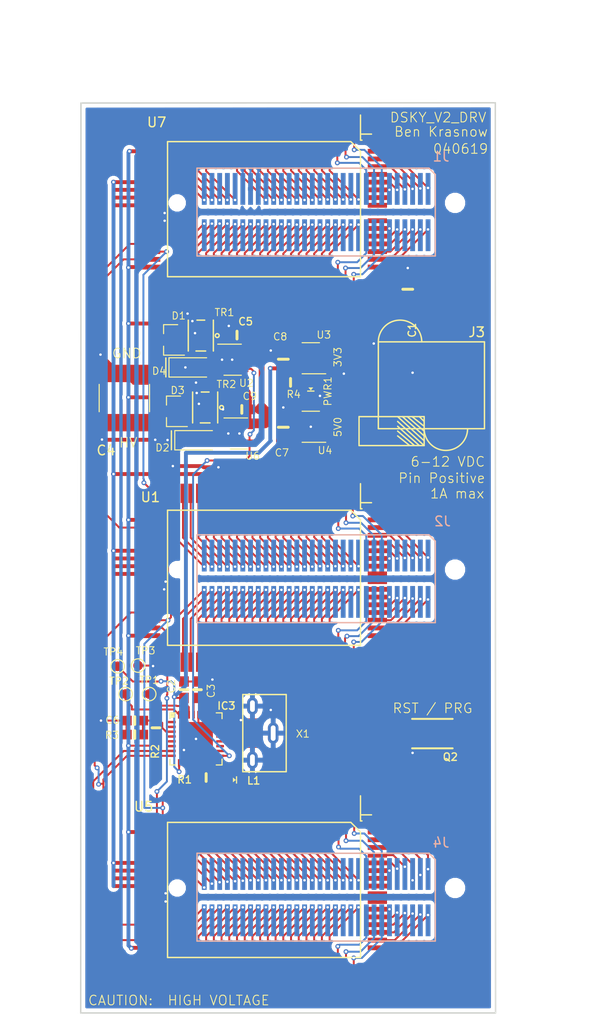
<source format=kicad_pcb>
(kicad_pcb (version 20171130) (host pcbnew "(5.1.0)-1")
  (layers (0 Top signal) (31 Bottom signal) (34 B.Paste user) (35 F.Paste user) (36 B.SilkS user) (37 F.SilkS user) (38 B.Mask user) (39 F.Mask user) (44 Edge.Cuts user))
  (net 0 "")
  (net 1 GND)
  (net 2 3.3V)
  (net 3 /D+)
  (net 4 /D-)
  (net 5 /~RESET)
  (net 6 "Net-(IC3-Pad32)")
  (net 7 "Net-(IC3-Pad31)")
  (net 8 "Net-(C3-Pad1)")
  (net 9 "Net-(IC3-Pad27)")
  (net 10 "Net-(IC3-Pad25)")
  (net 11 "Net-(IC3-Pad22)")
  (net 12 "Net-(IC3-Pad21)")
  (net 13 "Net-(IC3-Pad20)")
  (net 14 "Net-(IC3-Pad19)")
  (net 15 "Net-(IC3-Pad18)")
  (net 16 "Net-(IC3-Pad16)")
  (net 17 "Net-(IC3-Pad15)")
  (net 18 "Net-(IC3-Pad14)")
  (net 19 "Net-(IC3-Pad13)")
  (net 20 /D2_A1_PA09_SCL_MISO)
  (net 21 /D0_A4_PA08_SDA)
  (net 22 /D3_A3_PA07_RXD_SCK)
  (net 23 /D4_A2_PA06_TXD_MOSI)
  (net 24 "Net-(IC3-Pad6)")
  (net 25 "Net-(IC3-Pad5)")
  (net 26 "Net-(IC3-Pad4)")
  (net 27 /D1_A0_PA02)
  (net 28 "Net-(IC3-Pad2)")
  (net 29 "Net-(IC3-Pad1)")
  (net 30 "Net-(U1-Pad4)")
  (net 31 "Net-(PWR1-PadA)")
  (net 32 "Net-(L1-PadA)")
  (net 33 /PA16_CHARGE_CTRL)
  (net 34 "Net-(U2-Pad3)")
  (net 35 "Net-(D1-Pad2)")
  (net 36 /HV_SUPPLY)
  (net 37 "Net-(D4-Pad1)")
  (net 38 /5.0V)
  (net 39 "Net-(U1-Pad5)")
  (net 40 "Net-(U1-Pad3)")
  (net 41 "Net-(U1-Pad1)")
  (net 42 "Net-(U1-Pad8)")
  (net 43 "Net-(U1-Pad9)")
  (net 44 "Net-(U1-Pad12)")
  (net 45 "Net-(U3-Pad4)")
  (net 46 "Net-(U4-Pad4)")
  (net 47 "Net-(D4-Pad3)")
  (net 48 "Net-(U5-Pad27)")
  (net 49 "Net-(U5-Pad28)")
  (net 50 "Net-(U5-Pad35)")
  (net 51 "Net-(U5-Pad36)")
  (net 52 /VBAT)
  (net 53 "Net-(D2-Pad2)")
  (net 54 "Net-(D3-Pad1)")
  (net 55 "Net-(D3-Pad3)")
  (net 56 "Net-(U6-Pad3)")
  (net 57 "Net-(J3-Pad3)")
  (net 58 "Net-(U5-Pad1)")
  (net 59 "Net-(U5-Pad2)")
  (net 60 "Net-(U5-Pad3)")
  (net 61 "Net-(U5-Pad4)")
  (net 62 "Net-(U5-Pad5)")
  (net 63 "Net-(U5-Pad6)")
  (net 64 "Net-(U5-Pad7)")
  (net 65 "Net-(U5-Pad8)")
  (net 66 "Net-(U5-Pad9)")
  (net 67 "Net-(U5-Pad10)")
  (net 68 "Net-(U5-Pad11)")
  (net 69 "Net-(U5-Pad12)")
  (net 70 "Net-(U5-Pad13)")
  (net 71 "Net-(U5-Pad14)")
  (net 72 "Net-(U5-Pad15)")
  (net 73 "Net-(U5-Pad16)")
  (net 74 "Net-(U5-Pad17)")
  (net 75 "Net-(U5-Pad18)")
  (net 76 "Net-(U5-Pad19)")
  (net 77 "Net-(U5-Pad20)")
  (net 78 "Net-(U5-Pad21)")
  (net 79 "Net-(U5-Pad22)")
  (net 80 "Net-(U5-Pad23)")
  (net 81 "Net-(U5-Pad24)")
  (net 82 "Net-(U5-Pad41)")
  (net 83 "Net-(U5-Pad42)")
  (net 84 "Net-(U5-Pad43)")
  (net 85 "Net-(U5-Pad44)")
  (net 86 "Net-(U5-Pad45)")
  (net 87 "Net-(U5-Pad46)")
  (net 88 "Net-(U5-Pad47)")
  (net 89 "Net-(U5-Pad48)")
  (net 90 "Net-(U5-Pad57)")
  (net 91 "Net-(U5-Pad58)")
  (net 92 "Net-(U5-Pad59)")
  (net 93 "Net-(U5-Pad60)")
  (net 94 "Net-(U5-Pad61)")
  (net 95 "Net-(U5-Pad62)")
  (net 96 "Net-(U5-Pad63)")
  (net 97 "Net-(U5-Pad64)")
  (net 98 "Net-(U5-Pad65)")
  (net 99 "Net-(U5-Pad66)")
  (net 100 "Net-(U5-Pad67)")
  (net 101 "Net-(U5-Pad68)")
  (net 102 "Net-(U5-Pad69)")
  (net 103 "Net-(U5-Pad70)")
  (net 104 "Net-(U5-Pad71)")
  (net 105 "Net-(U5-Pad72)")
  (net 106 "Net-(U5-Pad73)")
  (net 107 "Net-(U5-Pad74)")
  (net 108 "Net-(U5-Pad75)")
  (net 109 "Net-(U5-Pad76)")
  (net 110 "Net-(U5-Pad77)")
  (net 111 "Net-(U5-Pad78)")
  (net 112 "Net-(U5-Pad79)")
  (net 113 "Net-(U5-Pad80)")
  (net 114 "Net-(U1-Pad80)")
  (net 115 "Net-(U1-Pad79)")
  (net 116 "Net-(U1-Pad78)")
  (net 117 "Net-(U1-Pad77)")
  (net 118 "Net-(U1-Pad76)")
  (net 119 "Net-(U1-Pad75)")
  (net 120 "Net-(U1-Pad74)")
  (net 121 "Net-(U1-Pad73)")
  (net 122 "Net-(U1-Pad72)")
  (net 123 "Net-(U1-Pad71)")
  (net 124 "Net-(U1-Pad70)")
  (net 125 "Net-(U1-Pad69)")
  (net 126 "Net-(U1-Pad68)")
  (net 127 "Net-(U1-Pad67)")
  (net 128 "Net-(U1-Pad66)")
  (net 129 "Net-(U1-Pad65)")
  (net 130 "Net-(U1-Pad64)")
  (net 131 "Net-(U1-Pad63)")
  (net 132 "Net-(U1-Pad62)")
  (net 133 "Net-(U1-Pad61)")
  (net 134 "Net-(U1-Pad60)")
  (net 135 "Net-(U1-Pad59)")
  (net 136 "Net-(U1-Pad58)")
  (net 137 "Net-(U1-Pad57)")
  (net 138 "Net-(U1-Pad56)")
  (net 139 "Net-(U1-Pad55)")
  (net 140 "Net-(U1-Pad54)")
  (net 141 "Net-(U1-Pad53)")
  (net 142 "Net-(U1-Pad52)")
  (net 143 "Net-(U1-Pad51)")
  (net 144 "Net-(U1-Pad50)")
  (net 145 "Net-(U1-Pad49)")
  (net 146 "Net-(U1-Pad48)")
  (net 147 "Net-(U1-Pad47)")
  (net 148 "Net-(U1-Pad46)")
  (net 149 "Net-(U1-Pad45)")
  (net 150 "Net-(U1-Pad44)")
  (net 151 "Net-(U1-Pad43)")
  (net 152 "Net-(U1-Pad42)")
  (net 153 "Net-(U1-Pad41)")
  (net 154 /DIOA_from_first)
  (net 155 "Net-(U1-Pad36)")
  (net 156 "Net-(U1-Pad35)")
  (net 157 "Net-(U1-Pad28)")
  (net 158 "Net-(U1-Pad27)")
  (net 159 /DIOA_from_second)
  (net 160 "Net-(U1-Pad24)")
  (net 161 "Net-(U1-Pad23)")
  (net 162 "Net-(U1-Pad22)")
  (net 163 "Net-(U1-Pad21)")
  (net 164 "Net-(U1-Pad20)")
  (net 165 "Net-(U1-Pad19)")
  (net 166 "Net-(U1-Pad18)")
  (net 167 "Net-(U1-Pad17)")
  (net 168 "Net-(U1-Pad16)")
  (net 169 "Net-(U1-Pad15)")
  (net 170 "Net-(U1-Pad14)")
  (net 171 "Net-(U1-Pad13)")
  (net 172 "Net-(U1-Pad11)")
  (net 173 "Net-(U1-Pad10)")
  (net 174 "Net-(U1-Pad7)")
  (net 175 "Net-(U1-Pad6)")
  (net 176 "Net-(U1-Pad2)")
  (net 177 "Net-(U7-Pad1)")
  (net 178 "Net-(U7-Pad2)")
  (net 179 "Net-(U7-Pad3)")
  (net 180 "Net-(U7-Pad4)")
  (net 181 "Net-(U7-Pad5)")
  (net 182 "Net-(U7-Pad6)")
  (net 183 "Net-(U7-Pad7)")
  (net 184 "Net-(U7-Pad8)")
  (net 185 "Net-(U7-Pad9)")
  (net 186 "Net-(U7-Pad10)")
  (net 187 "Net-(U7-Pad11)")
  (net 188 "Net-(U7-Pad12)")
  (net 189 "Net-(U7-Pad13)")
  (net 190 "Net-(U7-Pad14)")
  (net 191 "Net-(U7-Pad15)")
  (net 192 "Net-(U7-Pad16)")
  (net 193 "Net-(U7-Pad17)")
  (net 194 "Net-(U7-Pad18)")
  (net 195 "Net-(U7-Pad19)")
  (net 196 "Net-(U7-Pad20)")
  (net 197 "Net-(U7-Pad21)")
  (net 198 "Net-(U7-Pad22)")
  (net 199 "Net-(U7-Pad23)")
  (net 200 "Net-(U7-Pad24)")
  (net 201 "Net-(U7-Pad26)")
  (net 202 "Net-(U7-Pad27)")
  (net 203 "Net-(U7-Pad28)")
  (net 204 "Net-(U7-Pad35)")
  (net 205 "Net-(U7-Pad36)")
  (net 206 "Net-(U7-Pad41)")
  (net 207 "Net-(U7-Pad42)")
  (net 208 "Net-(U7-Pad43)")
  (net 209 "Net-(U7-Pad44)")
  (net 210 "Net-(U7-Pad45)")
  (net 211 "Net-(U7-Pad46)")
  (net 212 "Net-(U7-Pad47)")
  (net 213 "Net-(U7-Pad48)")
  (net 214 "Net-(U7-Pad49)")
  (net 215 "Net-(U7-Pad50)")
  (net 216 "Net-(U7-Pad51)")
  (net 217 "Net-(U7-Pad52)")
  (net 218 "Net-(U7-Pad53)")
  (net 219 "Net-(U7-Pad54)")
  (net 220 "Net-(U7-Pad55)")
  (net 221 "Net-(U7-Pad56)")
  (net 222 "Net-(U7-Pad57)")
  (net 223 "Net-(U7-Pad58)")
  (net 224 "Net-(U7-Pad59)")
  (net 225 "Net-(U7-Pad60)")
  (net 226 "Net-(U7-Pad61)")
  (net 227 "Net-(U7-Pad62)")
  (net 228 "Net-(U7-Pad63)")
  (net 229 "Net-(U7-Pad64)")
  (net 230 "Net-(U7-Pad65)")
  (net 231 "Net-(U7-Pad66)")
  (net 232 "Net-(U7-Pad67)")
  (net 233 "Net-(U7-Pad68)")
  (net 234 "Net-(U7-Pad69)")
  (net 235 "Net-(U7-Pad70)")
  (net 236 "Net-(U7-Pad71)")
  (net 237 "Net-(U7-Pad72)")
  (net 238 "Net-(U7-Pad73)")
  (net 239 "Net-(U7-Pad74)")
  (net 240 "Net-(U7-Pad75)")
  (net 241 "Net-(U7-Pad76)")
  (net 242 "Net-(U7-Pad77)")
  (net 243 "Net-(U7-Pad78)")
  (net 244 "Net-(U7-Pad79)")
  (net 245 "Net-(U7-Pad80)")
  (net 246 "Net-(U5-Pad49)")
  (net 247 "Net-(U5-Pad50)")
  (net 248 "Net-(U5-Pad51)")
  (net 249 "Net-(U5-Pad52)")
  (net 250 "Net-(U5-Pad53)")
  (net 251 "Net-(U5-Pad54)")
  (net 252 "Net-(U5-Pad55)")
  (net 253 "Net-(U5-Pad56)")
  (net 254 "Net-(X1-Pad4)")
  (net 255 /VBUS)
  (module Capacitor_SMD:C_2220_5650Metric (layer Top) (at 133.525 68.275 270)
    (fp_text reference C4 (at 5.425 1.9) (layer F.SilkS))
    (fp_text value 2.2uF)
    (pad 1 smd roundrect (at -2.55 0 270) (size 1.8 5.4) (layers Top F.Paste F.Mask) (roundrect_rratio 0.138889) (net 1 GND))
    (pad 2 smd roundrect (at 2.55 0 270) (size 1.8 5.4) (layers Top F.Paste F.Mask) (roundrect_rratio 0.138889) (net 36 /HV_SUPPLY))
  )
  (module Diode_SMD:D_SOD-123 (layer Top) (at 140.4 65.1)
    (fp_text reference D1 (at -1.25 -5.35) (layer F.SilkS) (effects (font (size 0.75 0.75) (thickness 0.1))))
    (fp_text value B0540W)
    (pad 2 smd rect (at 1.65 0) (size 0.9 1.2) (layers Top F.Paste F.Mask) (net 35 "Net-(D1-Pad2)"))
    (pad 1 smd rect (at -1.65 0) (size 0.9 1.2) (layers Top F.Paste F.Mask) (net 1 GND))
  )
  (module Diode_SMD:D_SOD-123 (layer Top) (at 141 72.65)
    (fp_text reference D2 (at -3.525 0.775) (layer F.SilkS) (effects (font (size 0.75 0.75) (thickness 0.1))))
    (fp_text value B0540W)
    (pad 1 smd rect (at -1.65 0) (size 0.9 1.2) (layers Top F.Paste F.Mask) (net 1 GND))
    (pad 2 smd rect (at 1.65 0) (size 0.9 1.2) (layers Top F.Paste F.Mask) (net 53 "Net-(D2-Pad2)"))
  )
  (module Package_TO_SOT_SMD:SOT-23 (layer Top) (at 138.65 69.65 180)
    (fp_text reference D3 (at -0.4 2.175 180) (layer F.SilkS) (effects (font (size 0.75 0.75) (thickness 0.1))))
    (fp_text value MMBD5004S)
    (pad 1 smd rect (at -1 -0.95 180) (size 0.9 0.8) (layers Top F.Paste F.Mask) (net 54 "Net-(D3-Pad1)"))
    (pad 2 smd rect (at -1 0.95 180) (size 0.9 0.8) (layers Top F.Paste F.Mask) (net 36 /HV_SUPPLY))
    (pad 3 smd rect (at 1 0 180) (size 0.9 0.8) (layers Top F.Paste F.Mask) (net 55 "Net-(D3-Pad3)"))
  )
  (module Package_TO_SOT_SMD:SOT-23 (layer Top) (at 138.35 62.25 180)
    (fp_text reference D4 (at 1.225 -3.225 180) (layer F.SilkS) (effects (font (size 0.75 0.75) (thickness 0.1))))
    (fp_text value MMBD5004S)
    (pad 3 smd rect (at 1 0 180) (size 0.9 0.8) (layers Top F.Paste F.Mask) (net 47 "Net-(D4-Pad3)"))
    (pad 2 smd rect (at -1 0.95 180) (size 0.9 0.8) (layers Top F.Paste F.Mask) (net 36 /HV_SUPPLY))
    (pad 1 smd rect (at -1 -0.95 180) (size 0.9 0.8) (layers Top F.Paste F.Mask) (net 37 "Net-(D4-Pad1)"))
  )
  (module TestPoint:TestPoint_Pad_D1.0mm (layer Top) (at 136.1 98.95)
    (fp_text reference TP1 (at 0 -1.448) (layer F.SilkS) (effects (font (size 0.75 0.75) (thickness 0.1))))
    (fp_text value TestPoint)
    (pad 1 smd circle (at 0 0) (size 1 1) (layers Top F.Mask) (net 7 "Net-(IC3-Pad31)"))
  )
  (module TestPoint:TestPoint_Pad_D1.0mm (layer Top) (at 133.65 98.95)
    (fp_text reference TP2 (at -0.675 -1.35) (layer F.SilkS) (effects (font (size 0.75 0.75) (thickness 0.1))))
    (fp_text value TestPoint)
    (pad 1 smd circle (at 0 0) (size 1 1) (layers Top F.Mask) (net 6 "Net-(IC3-Pad32)"))
  )
  (module TestPoint:TestPoint_Pad_D1.0mm (layer Top) (at 134.95 96)
    (fp_text reference TP3 (at 0.775 -1.55) (layer F.SilkS) (effects (font (size 0.75 0.75) (thickness 0.1))))
    (fp_text value TestPoint)
    (pad 1 smd circle (at 0 0) (size 1 1) (layers Top F.Mask) (net 1 GND))
  )
  (module TestPoint:TestPoint_Pad_D1.0mm (layer Top) (at 132.825 96.075)
    (fp_text reference TP4 (at -0.45 -1.5) (layer F.SilkS) (effects (font (size 0.75 0.75) (thickness 0.1))))
    (fp_text value TestPoint)
    (pad 1 smd circle (at 0 0) (size 1 1) (layers Top F.Mask) (net 2 3.3V))
  )
  (module Package_TO_SOT_SMD:SOT-23-5 (layer Top) (at 144.75 64.3)
    (fp_text reference U2 (at 1.425 2.425) (layer F.SilkS) (effects (font (size 0.75 0.75) (thickness 0.1))))
    (fp_text value LT3468)
    (pad 5 smd rect (at 1.1 -0.95) (size 1.06 0.65) (layers Top F.Paste F.Mask) (net 52 /VBAT))
    (pad 4 smd rect (at 1.1 0.95) (size 1.06 0.65) (layers Top F.Paste F.Mask) (net 33 /PA16_CHARGE_CTRL))
    (pad 3 smd rect (at -1.1 0.95) (size 1.06 0.65) (layers Top F.Paste F.Mask) (net 34 "Net-(U2-Pad3)"))
    (pad 2 smd rect (at -1.1 0) (size 1.06 0.65) (layers Top F.Paste F.Mask) (net 1 GND))
    (pad 1 smd rect (at -1.1 -0.95) (size 1.06 0.65) (layers Top F.Paste F.Mask) (net 35 "Net-(D1-Pad2)"))
  )
  (module Package_TO_SOT_SMD:SOT-23-5 (layer Top) (at 152.85 64.15 180)
    (fp_text reference U3 (at -1.35 2.425 180) (layer F.SilkS) (effects (font (size 0.75 0.75) (thickness 0.1))))
    (fp_text value AP2204K-3.3)
    (pad 1 smd rect (at -1.1 -0.95 180) (size 1.06 0.65) (layers Top F.Paste F.Mask) (net 52 /VBAT))
    (pad 2 smd rect (at -1.1 0 180) (size 1.06 0.65) (layers Top F.Paste F.Mask) (net 1 GND))
    (pad 3 smd rect (at -1.1 0.95 180) (size 1.06 0.65) (layers Top F.Paste F.Mask) (net 52 /VBAT))
    (pad 4 smd rect (at 1.1 0.95 180) (size 1.06 0.65) (layers Top F.Paste F.Mask) (net 45 "Net-(U3-Pad4)"))
    (pad 5 smd rect (at 1.1 -0.95 180) (size 1.06 0.65) (layers Top F.Paste F.Mask) (net 2 3.3V))
  )
  (module Package_TO_SOT_SMD:SOT-23-5 (layer Top) (at 152.85 71.25 180)
    (fp_text reference U4 (at -1.475 -2.45 180) (layer F.SilkS) (effects (font (size 0.75 0.75) (thickness 0.1))))
    (fp_text value AP2204K-5.0)
    (pad 5 smd rect (at 1.1 -0.95 180) (size 1.06 0.65) (layers Top F.Paste F.Mask) (net 38 /5.0V))
    (pad 4 smd rect (at 1.1 0.95 180) (size 1.06 0.65) (layers Top F.Paste F.Mask) (net 46 "Net-(U4-Pad4)"))
    (pad 3 smd rect (at -1.1 0.95 180) (size 1.06 0.65) (layers Top F.Paste F.Mask) (net 52 /VBAT))
    (pad 2 smd rect (at -1.1 0 180) (size 1.06 0.65) (layers Top F.Paste F.Mask) (net 1 GND))
    (pad 1 smd rect (at -1.1 -0.95 180) (size 1.06 0.65) (layers Top F.Paste F.Mask) (net 52 /VBAT))
  )
  (module Package_TO_SOT_SMD:SOT-23-5 (layer Top) (at 145.4 71.95)
    (fp_text reference U6 (at 1.425 2.325) (layer F.SilkS) (effects (font (size 0.75 0.75) (thickness 0.1))))
    (fp_text value LT3468)
    (pad 1 smd rect (at -1.1 -0.95) (size 1.06 0.65) (layers Top F.Paste F.Mask) (net 53 "Net-(D2-Pad2)"))
    (pad 2 smd rect (at -1.1 0) (size 1.06 0.65) (layers Top F.Paste F.Mask) (net 1 GND))
    (pad 3 smd rect (at -1.1 0.95) (size 1.06 0.65) (layers Top F.Paste F.Mask) (net 56 "Net-(U6-Pad3)"))
    (pad 4 smd rect (at 1.1 0.95) (size 1.06 0.65) (layers Top F.Paste F.Mask) (net 33 /PA16_CHARGE_CTRL))
    (pad 5 smd rect (at 1.1 -0.95) (size 1.06 0.65) (layers Top F.Paste F.Mask) (net 52 /VBAT))
  )
  (module DSKY_driver:0805-NO (layer Top) (at 162.9 57 90)
    (fp_text reference C1 (at -3.4 0 -90) (layer F.SilkS) (effects (font (size 0.77216 0.77216) (thickness 0.138988)) (justify right top)))
    (fp_text value 10uF)
    (pad 1 smd rect (at -0.95 0 90) (size 1.24 1.5) (layers Top F.Paste F.Mask) (net 52 /VBAT))
    (pad 2 smd rect (at 0.95 0 90) (size 1.24 1.5) (layers Top F.Paste F.Mask) (net 1 GND))
  )
  (module DSKY_driver:0603-NO (layer Top) (at 139.7 98.5 90)
    (fp_text reference C2 (at -0.45 -0.875 90) (layer F.SilkS) (effects (font (size 0.75 0.75) (thickness 0.1)) (justify left bottom)))
    (fp_text value 1uF)
    (pad 1 smd rect (at -0.85 0 90) (size 1.075 1) (layers Top F.Paste F.Mask) (net 2 3.3V))
    (pad 2 smd rect (at 0.85 0 90) (size 1.075 1) (layers Top F.Paste F.Mask) (net 1 GND))
  )
  (module DSKY_driver:0603-NO (layer Top) (at 141.1 98.5 90)
    (fp_text reference C3 (at -0.925 1.85 90) (layer F.SilkS) (effects (font (size 0.75 0.75) (thickness 0.1)) (justify left bottom)))
    (fp_text value 1uF)
    (pad 2 smd rect (at 0.85 0 90) (size 1.075 1) (layers Top F.Paste F.Mask) (net 1 GND))
    (pad 1 smd rect (at -0.85 0 90) (size 1.075 1) (layers Top F.Paste F.Mask) (net 8 "Net-(C3-Pad1)"))
  )
  (module DSKY_driver:0603-NO (layer Top) (at 145.2 61.75)
    (fp_text reference C5 (at 0.05 -0.95) (layer F.SilkS) (effects (font (size 0.77216 0.77216) (thickness 0.138988)) (justify left bottom)))
    (fp_text value 6.3uF)
    (pad 1 smd rect (at -0.85 0) (size 1.075 1) (layers Top F.Paste F.Mask) (net 1 GND))
    (pad 2 smd rect (at 0.85 0) (size 1.075 1) (layers Top F.Paste F.Mask) (net 52 /VBAT))
  )
  (module DSKY_driver:0603-NO (layer Top) (at 134.6 101.7 180)
    (fp_text reference C6 (at 3.1 -0.4 180) (layer F.SilkS) (effects (font (size 0.75 0.75) (thickness 0.1)) (justify left bottom)))
    (fp_text value 100pF)
    (pad 2 smd rect (at 0.85 0 180) (size 1.075 1) (layers Top F.Paste F.Mask) (net 1 GND))
    (pad 1 smd rect (at -0.85 0 180) (size 1.075 1) (layers Top F.Paste F.Mask) (net 27 /D1_A0_PA02))
  )
  (module DSKY_driver:0805-NO (layer Top) (at 150 71.3 90)
    (fp_text reference C7 (at -2.2 0.65) (layer F.SilkS) (effects (font (size 0.75 0.75) (thickness 0.1)) (justify right top)))
    (fp_text value 10uF)
    (pad 2 smd rect (at 0.95 0 90) (size 1.24 1.5) (layers Top F.Paste F.Mask) (net 1 GND))
    (pad 1 smd rect (at -0.95 0 90) (size 1.24 1.5) (layers Top F.Paste F.Mask) (net 38 /5.0V))
  )
  (module DSKY_driver:0805-NO (layer Top) (at 150 64.25 90)
    (fp_text reference C8 (at 2.775 0.475) (layer F.SilkS) (effects (font (size 0.75 0.75) (thickness 0.1)) (justify right top)))
    (fp_text value 10uF)
    (pad 1 smd rect (at -0.95 0 90) (size 1.24 1.5) (layers Top F.Paste F.Mask) (net 2 3.3V))
    (pad 2 smd rect (at 0.95 0 90) (size 1.24 1.5) (layers Top F.Paste F.Mask) (net 1 GND))
  )
  (module DSKY_driver:0603-NO (layer Top) (at 145.7 69.45)
    (fp_text reference C9 (at 0.025 -0.925) (layer F.SilkS) (effects (font (size 0.75 0.75) (thickness 0.1)) (justify left bottom)))
    (fp_text value 6.3uF)
    (pad 2 smd rect (at 0.85 0) (size 1.075 1) (layers Top F.Paste F.Mask) (net 52 /VBAT))
    (pad 1 smd rect (at -0.85 0) (size 1.075 1) (layers Top F.Paste F.Mask) (net 1 GND))
  )
  (module DSKY_driver:QFN32_5MM (layer Top) (at 140.95 103.6)
    (fp_text reference IC3 (at 2.125 -2.975) (layer F.SilkS) (effects (font (size 0.77216 0.77216) (thickness 0.138988)) (justify left bottom)))
    (fp_text value ATSAMD21E)
    (pad 33 smd roundrect (at 0 0) (size 3.5 3.5) (layers Top F.Mask) (roundrect_rratio 0.05) (net 1 GND))
    (pad 1 smd rect (at -2.5 -1.75 90) (size 0.25 0.8) (layers Top F.Paste F.Mask) (net 29 "Net-(IC3-Pad1)"))
    (pad 2 smd rect (at -2.5 -1.25 90) (size 0.25 0.8) (layers Top F.Paste F.Mask) (net 28 "Net-(IC3-Pad2)"))
    (pad 3 smd rect (at -2.5 -0.75 90) (size 0.25 0.8) (layers Top F.Paste F.Mask) (net 27 /D1_A0_PA02))
    (pad 4 smd rect (at -2.5 -0.25 90) (size 0.25 0.8) (layers Top F.Paste F.Mask) (net 26 "Net-(IC3-Pad4)"))
    (pad 5 smd rect (at -2.5 0.25 90) (size 0.25 0.8) (layers Top F.Paste F.Mask) (net 25 "Net-(IC3-Pad5)"))
    (pad 6 smd rect (at -2.5 0.75 90) (size 0.25 0.8) (layers Top F.Paste F.Mask) (net 24 "Net-(IC3-Pad6)"))
    (pad 7 smd rect (at -2.5 1.25 90) (size 0.25 0.8) (layers Top F.Paste F.Mask) (net 23 /D4_A2_PA06_TXD_MOSI))
    (pad 8 smd rect (at -2.5 1.75 90) (size 0.25 0.8) (layers Top F.Paste F.Mask) (net 22 /D3_A3_PA07_RXD_SCK))
    (pad 9 smd rect (at -1.75 2.5 180) (size 0.25 0.8) (layers Top F.Paste F.Mask) (net 2 3.3V))
    (pad 10 smd rect (at -1.25 2.5 180) (size 0.25 0.8) (layers Top F.Paste F.Mask) (net 1 GND))
    (pad 11 smd rect (at -0.75 2.5 180) (size 0.25 0.8) (layers Top F.Paste F.Mask) (net 21 /D0_A4_PA08_SDA))
    (pad 12 smd rect (at -0.25 2.5 180) (size 0.25 0.8) (layers Top F.Paste F.Mask) (net 20 /D2_A1_PA09_SCL_MISO))
    (pad 13 smd rect (at 0.25 2.5 180) (size 0.25 0.8) (layers Top F.Paste F.Mask) (net 19 "Net-(IC3-Pad13)"))
    (pad 14 smd rect (at 0.75 2.5 180) (size 0.25 0.8) (layers Top F.Paste F.Mask) (net 18 "Net-(IC3-Pad14)"))
    (pad 15 smd rect (at 1.25 2.5 180) (size 0.25 0.8) (layers Top F.Paste F.Mask) (net 17 "Net-(IC3-Pad15)"))
    (pad 16 smd rect (at 1.75 2.5 180) (size 0.25 0.8) (layers Top F.Paste F.Mask) (net 16 "Net-(IC3-Pad16)"))
    (pad 17 smd rect (at 2.5 1.75 270) (size 0.25 0.8) (layers Top F.Paste F.Mask) (net 33 /PA16_CHARGE_CTRL))
    (pad 18 smd rect (at 2.5 1.25 270) (size 0.25 0.8) (layers Top F.Paste F.Mask) (net 15 "Net-(IC3-Pad18)"))
    (pad 19 smd rect (at 2.5 0.75 270) (size 0.25 0.8) (layers Top F.Paste F.Mask) (net 14 "Net-(IC3-Pad19)"))
    (pad 20 smd rect (at 2.5 0.25 270) (size 0.25 0.8) (layers Top F.Paste F.Mask) (net 13 "Net-(IC3-Pad20)"))
    (pad 21 smd rect (at 2.5 -0.25 270) (size 0.25 0.8) (layers Top F.Paste F.Mask) (net 12 "Net-(IC3-Pad21)"))
    (pad 22 smd rect (at 2.5 -0.75 270) (size 0.25 0.8) (layers Top F.Paste F.Mask) (net 11 "Net-(IC3-Pad22)"))
    (pad 23 smd rect (at 2.5 -1.25 270) (size 0.25 0.8) (layers Top F.Paste F.Mask) (net 4 /D-))
    (pad 24 smd rect (at 2.5 -1.75 270) (size 0.25 0.8) (layers Top F.Paste F.Mask) (net 3 /D+))
    (pad 25 smd rect (at 1.75 -2.5) (size 0.25 0.8) (layers Top F.Paste F.Mask) (net 10 "Net-(IC3-Pad25)"))
    (pad 26 smd rect (at 1.25 -2.5) (size 0.25 0.8) (layers Top F.Paste F.Mask) (net 5 /~RESET))
    (pad 27 smd rect (at 0.75 -2.5) (size 0.25 0.8) (layers Top F.Paste F.Mask) (net 9 "Net-(IC3-Pad27)"))
    (pad 28 smd rect (at 0.25 -2.5) (size 0.25 0.8) (layers Top F.Paste F.Mask) (net 1 GND))
    (pad 29 smd rect (at -0.25 -2.5) (size 0.25 0.8) (layers Top F.Paste F.Mask) (net 8 "Net-(C3-Pad1)"))
    (pad 30 smd rect (at -0.75 -2.5) (size 0.25 0.8) (layers Top F.Paste F.Mask) (net 2 3.3V))
    (pad 31 smd rect (at -1.25 -2.5) (size 0.25 0.8) (layers Top F.Paste F.Mask) (net 7 "Net-(IC3-Pad31)"))
    (pad 32 smd rect (at -1.75 -2.5) (size 0.25 0.8) (layers Top F.Paste F.Mask) (net 6 "Net-(IC3-Pad32)"))
  )
  (module DSKY_driver:FX6-60S (layer Bottom) (at 153.404 49)
    (fp_text reference J1 (at 12.946 -5.75) (layer B.SilkS) (effects (justify mirror)))
    (fp_text value Conn_15X4)
    (pad "" np_thru_hole circle (at -14.4 -0.95) (size 1 1) (drill 1) (layers *.Cu *.Mask))
    (pad "" np_thru_hole circle (at 14.4 -0.95) (size 1.3 1.3) (drill 1.3) (layers *.Cu *.Mask))
    (pad 1 smd rect (at 11.6 -2.4) (size 0.5 3.3) (layers Bottom B.Paste B.Mask))
    (pad 60 smd rect (at 11.6 2.4) (size 0.5 3.3) (layers Bottom B.Paste B.Mask))
    (pad 2 smd rect (at 10.8 -2.4) (size 0.5 3.3) (layers Bottom B.Paste B.Mask))
    (pad 59 smd rect (at 10.8 2.4) (size 0.5 3.3) (layers Bottom B.Paste B.Mask))
    (pad 3 smd rect (at 10 -2.4) (size 0.5 3.3) (layers Bottom B.Paste B.Mask))
    (pad 58 smd rect (at 10 2.4) (size 0.5 3.3) (layers Bottom B.Paste B.Mask))
    (pad 4 smd rect (at 9.2 -2.4) (size 0.5 3.3) (layers Bottom B.Paste B.Mask))
    (pad 57 smd rect (at 9.2 2.4) (size 0.5 3.3) (layers Bottom B.Paste B.Mask))
    (pad 5 smd rect (at 8.4 -2.4) (size 0.5 3.3) (layers Bottom B.Paste B.Mask))
    (pad 56 smd rect (at 8.4 2.4) (size 0.5 3.3) (layers Bottom B.Paste B.Mask))
    (pad 6 smd rect (at 7.6 -2.4) (size 0.5 3.3) (layers Bottom B.Paste B.Mask))
    (pad 55 smd rect (at 7.6 2.4) (size 0.5 3.3) (layers Bottom B.Paste B.Mask))
    (pad 7 smd rect (at 6.8 -2.4) (size 0.5 3.3) (layers Bottom B.Paste B.Mask))
    (pad 54 smd rect (at 6.8 2.4) (size 0.5 3.3) (layers Bottom B.Paste B.Mask))
    (pad 8 smd rect (at 6 -2.4) (size 0.5 3.3) (layers Bottom B.Paste B.Mask))
    (pad 53 smd rect (at 6 2.4) (size 0.5 3.3) (layers Bottom B.Paste B.Mask))
    (pad 9 smd rect (at 5.2 -2.4) (size 0.5 3.3) (layers Bottom B.Paste B.Mask))
    (pad 52 smd rect (at 5.2 2.4) (size 0.5 3.3) (layers Bottom B.Paste B.Mask))
    (pad 10 smd rect (at 4.4 -2.4) (size 0.5 3.3) (layers Bottom B.Paste B.Mask))
    (pad 51 smd rect (at 4.4 2.4) (size 0.5 3.3) (layers Bottom B.Paste B.Mask))
    (pad 11 smd rect (at 3.6 -2.4) (size 0.5 3.3) (layers Bottom B.Paste B.Mask))
    (pad 50 smd rect (at 3.6 2.4) (size 0.5 3.3) (layers Bottom B.Paste B.Mask))
    (pad 12 smd rect (at 2.8 -2.4) (size 0.5 3.3) (layers Bottom B.Paste B.Mask))
    (pad 49 smd rect (at 2.8 2.4) (size 0.5 3.3) (layers Bottom B.Paste B.Mask))
    (pad 13 smd rect (at 2 -2.4) (size 0.5 3.3) (layers Bottom B.Paste B.Mask))
    (pad 48 smd rect (at 2 2.4) (size 0.5 3.3) (layers Bottom B.Paste B.Mask))
    (pad 14 smd rect (at 1.2 -2.4) (size 0.5 3.3) (layers Bottom B.Paste B.Mask))
    (pad 47 smd rect (at 1.2 2.4) (size 0.5 3.3) (layers Bottom B.Paste B.Mask))
    (pad 15 smd rect (at 0.4 -2.4) (size 0.5 3.3) (layers Bottom B.Paste B.Mask))
    (pad 46 smd rect (at 0.4 2.4) (size 0.5 3.3) (layers Bottom B.Paste B.Mask))
    (pad 16 smd rect (at -0.4 -2.4) (size 0.5 3.3) (layers Bottom B.Paste B.Mask))
    (pad 45 smd rect (at -0.4 2.4) (size 0.5 3.3) (layers Bottom B.Paste B.Mask))
    (pad 17 smd rect (at -1.2 -2.4) (size 0.5 3.3) (layers Bottom B.Paste B.Mask))
    (pad 44 smd rect (at -1.2 2.4) (size 0.5 3.3) (layers Bottom B.Paste B.Mask))
    (pad 18 smd rect (at -2 -2.4) (size 0.5 3.3) (layers Bottom B.Paste B.Mask))
    (pad 43 smd rect (at -2 2.4) (size 0.5 3.3) (layers Bottom B.Paste B.Mask))
    (pad 19 smd rect (at -2.8 -2.4) (size 0.5 3.3) (layers Bottom B.Paste B.Mask))
    (pad 42 smd rect (at -2.8 2.4) (size 0.5 3.3) (layers Bottom B.Paste B.Mask))
    (pad 20 smd rect (at -3.6 -2.4) (size 0.5 3.3) (layers Bottom B.Paste B.Mask))
    (pad 41 smd rect (at -3.6 2.4) (size 0.5 3.3) (layers Bottom B.Paste B.Mask))
    (pad 21 smd rect (at -4.4 -2.4) (size 0.5 3.3) (layers Bottom B.Paste B.Mask))
    (pad 40 smd rect (at -4.4 2.4) (size 0.5 3.3) (layers Bottom B.Paste B.Mask))
    (pad 22 smd rect (at -5.2 -2.4) (size 0.5 3.3) (layers Bottom B.Paste B.Mask))
    (pad 39 smd rect (at -5.2 2.4) (size 0.5 3.3) (layers Bottom B.Paste B.Mask))
    (pad 23 smd rect (at -6 -2.4) (size 0.5 3.3) (layers Bottom B.Paste B.Mask) (net 1 GND))
    (pad 38 smd rect (at -6 2.4) (size 0.5 3.3) (layers Bottom B.Paste B.Mask))
    (pad 24 smd rect (at -6.8 -2.4) (size 0.5 3.3) (layers Bottom B.Paste B.Mask) (net 1 GND))
    (pad 37 smd rect (at -6.8 2.4) (size 0.5 3.3) (layers Bottom B.Paste B.Mask))
    (pad 25 smd rect (at -7.6 -2.4) (size 0.5 3.3) (layers Bottom B.Paste B.Mask) (net 1 GND))
    (pad 36 smd rect (at -7.6 2.4) (size 0.5 3.3) (layers Bottom B.Paste B.Mask))
    (pad 26 smd rect (at -8.4 -2.4) (size 0.5 3.3) (layers Bottom B.Paste B.Mask))
    (pad 35 smd rect (at -8.4 2.4) (size 0.5 3.3) (layers Bottom B.Paste B.Mask))
    (pad 27 smd rect (at -9.2 -2.4) (size 0.5 3.3) (layers Bottom B.Paste B.Mask))
    (pad 34 smd rect (at -9.2 2.4) (size 0.5 3.3) (layers Bottom B.Paste B.Mask))
    (pad 28 smd rect (at -10 -2.4) (size 0.5 3.3) (layers Bottom B.Paste B.Mask))
    (pad 33 smd rect (at -10 2.4) (size 0.5 3.3) (layers Bottom B.Paste B.Mask))
    (pad 29 smd rect (at -10.8 -2.4) (size 0.5 3.3) (layers Bottom B.Paste B.Mask))
    (pad 32 smd rect (at -10.8 2.4) (size 0.5 3.3) (layers Bottom B.Paste B.Mask))
    (pad 30 smd rect (at -11.6 -2.4) (size 0.5 3.3) (layers Bottom B.Paste B.Mask))
    (pad 31 smd rect (at -11.6 2.4) (size 0.5 3.3) (layers Bottom B.Paste B.Mask))
  )
  (module DSKY_driver:FX6-60S (layer Bottom) (at 153.404 87)
    (fp_text reference J2 (at 13.096 -5.95) (layer B.SilkS) (effects (justify mirror)))
    (fp_text value Conn_15X4)
    (pad 31 smd rect (at -11.6 2.4) (size 0.5 3.3) (layers Bottom B.Paste B.Mask))
    (pad 30 smd rect (at -11.6 -2.4) (size 0.5 3.3) (layers Bottom B.Paste B.Mask))
    (pad 32 smd rect (at -10.8 2.4) (size 0.5 3.3) (layers Bottom B.Paste B.Mask))
    (pad 29 smd rect (at -10.8 -2.4) (size 0.5 3.3) (layers Bottom B.Paste B.Mask))
    (pad 33 smd rect (at -10 2.4) (size 0.5 3.3) (layers Bottom B.Paste B.Mask))
    (pad 28 smd rect (at -10 -2.4) (size 0.5 3.3) (layers Bottom B.Paste B.Mask))
    (pad 34 smd rect (at -9.2 2.4) (size 0.5 3.3) (layers Bottom B.Paste B.Mask))
    (pad 27 smd rect (at -9.2 -2.4) (size 0.5 3.3) (layers Bottom B.Paste B.Mask))
    (pad 35 smd rect (at -8.4 2.4) (size 0.5 3.3) (layers Bottom B.Paste B.Mask))
    (pad 26 smd rect (at -8.4 -2.4) (size 0.5 3.3) (layers Bottom B.Paste B.Mask))
    (pad 36 smd rect (at -7.6 2.4) (size 0.5 3.3) (layers Bottom B.Paste B.Mask))
    (pad 25 smd rect (at -7.6 -2.4) (size 0.5 3.3) (layers Bottom B.Paste B.Mask))
    (pad 37 smd rect (at -6.8 2.4) (size 0.5 3.3) (layers Bottom B.Paste B.Mask))
    (pad 24 smd rect (at -6.8 -2.4) (size 0.5 3.3) (layers Bottom B.Paste B.Mask))
    (pad 38 smd rect (at -6 2.4) (size 0.5 3.3) (layers Bottom B.Paste B.Mask))
    (pad 23 smd rect (at -6 -2.4) (size 0.5 3.3) (layers Bottom B.Paste B.Mask))
    (pad 39 smd rect (at -5.2 2.4) (size 0.5 3.3) (layers Bottom B.Paste B.Mask))
    (pad 22 smd rect (at -5.2 -2.4) (size 0.5 3.3) (layers Bottom B.Paste B.Mask))
    (pad 40 smd rect (at -4.4 2.4) (size 0.5 3.3) (layers Bottom B.Paste B.Mask))
    (pad 21 smd rect (at -4.4 -2.4) (size 0.5 3.3) (layers Bottom B.Paste B.Mask))
    (pad 41 smd rect (at -3.6 2.4) (size 0.5 3.3) (layers Bottom B.Paste B.Mask))
    (pad 20 smd rect (at -3.6 -2.4) (size 0.5 3.3) (layers Bottom B.Paste B.Mask))
    (pad 42 smd rect (at -2.8 2.4) (size 0.5 3.3) (layers Bottom B.Paste B.Mask))
    (pad 19 smd rect (at -2.8 -2.4) (size 0.5 3.3) (layers Bottom B.Paste B.Mask))
    (pad 43 smd rect (at -2 2.4) (size 0.5 3.3) (layers Bottom B.Paste B.Mask))
    (pad 18 smd rect (at -2 -2.4) (size 0.5 3.3) (layers Bottom B.Paste B.Mask))
    (pad 44 smd rect (at -1.2 2.4) (size 0.5 3.3) (layers Bottom B.Paste B.Mask))
    (pad 17 smd rect (at -1.2 -2.4) (size 0.5 3.3) (layers Bottom B.Paste B.Mask))
    (pad 45 smd rect (at -0.4 2.4) (size 0.5 3.3) (layers Bottom B.Paste B.Mask))
    (pad 16 smd rect (at -0.4 -2.4) (size 0.5 3.3) (layers Bottom B.Paste B.Mask))
    (pad 46 smd rect (at 0.4 2.4) (size 0.5 3.3) (layers Bottom B.Paste B.Mask))
    (pad 15 smd rect (at 0.4 -2.4) (size 0.5 3.3) (layers Bottom B.Paste B.Mask))
    (pad 47 smd rect (at 1.2 2.4) (size 0.5 3.3) (layers Bottom B.Paste B.Mask))
    (pad 14 smd rect (at 1.2 -2.4) (size 0.5 3.3) (layers Bottom B.Paste B.Mask))
    (pad 48 smd rect (at 2 2.4) (size 0.5 3.3) (layers Bottom B.Paste B.Mask))
    (pad 13 smd rect (at 2 -2.4) (size 0.5 3.3) (layers Bottom B.Paste B.Mask))
    (pad 49 smd rect (at 2.8 2.4) (size 0.5 3.3) (layers Bottom B.Paste B.Mask))
    (pad 12 smd rect (at 2.8 -2.4) (size 0.5 3.3) (layers Bottom B.Paste B.Mask))
    (pad 50 smd rect (at 3.6 2.4) (size 0.5 3.3) (layers Bottom B.Paste B.Mask))
    (pad 11 smd rect (at 3.6 -2.4) (size 0.5 3.3) (layers Bottom B.Paste B.Mask))
    (pad 51 smd rect (at 4.4 2.4) (size 0.5 3.3) (layers Bottom B.Paste B.Mask))
    (pad 10 smd rect (at 4.4 -2.4) (size 0.5 3.3) (layers Bottom B.Paste B.Mask))
    (pad 52 smd rect (at 5.2 2.4) (size 0.5 3.3) (layers Bottom B.Paste B.Mask))
    (pad 9 smd rect (at 5.2 -2.4) (size 0.5 3.3) (layers Bottom B.Paste B.Mask))
    (pad 53 smd rect (at 6 2.4) (size 0.5 3.3) (layers Bottom B.Paste B.Mask))
    (pad 8 smd rect (at 6 -2.4) (size 0.5 3.3) (layers Bottom B.Paste B.Mask))
    (pad 54 smd rect (at 6.8 2.4) (size 0.5 3.3) (layers Bottom B.Paste B.Mask))
    (pad 7 smd rect (at 6.8 -2.4) (size 0.5 3.3) (layers Bottom B.Paste B.Mask))
    (pad 55 smd rect (at 7.6 2.4) (size 0.5 3.3) (layers Bottom B.Paste B.Mask))
    (pad 6 smd rect (at 7.6 -2.4) (size 0.5 3.3) (layers Bottom B.Paste B.Mask))
    (pad 56 smd rect (at 8.4 2.4) (size 0.5 3.3) (layers Bottom B.Paste B.Mask))
    (pad 5 smd rect (at 8.4 -2.4) (size 0.5 3.3) (layers Bottom B.Paste B.Mask))
    (pad 57 smd rect (at 9.2 2.4) (size 0.5 3.3) (layers Bottom B.Paste B.Mask))
    (pad 4 smd rect (at 9.2 -2.4) (size 0.5 3.3) (layers Bottom B.Paste B.Mask))
    (pad 58 smd rect (at 10 2.4) (size 0.5 3.3) (layers Bottom B.Paste B.Mask))
    (pad 3 smd rect (at 10 -2.4) (size 0.5 3.3) (layers Bottom B.Paste B.Mask))
    (pad 59 smd rect (at 10.8 2.4) (size 0.5 3.3) (layers Bottom B.Paste B.Mask))
    (pad 2 smd rect (at 10.8 -2.4) (size 0.5 3.3) (layers Bottom B.Paste B.Mask))
    (pad 60 smd rect (at 11.6 2.4) (size 0.5 3.3) (layers Bottom B.Paste B.Mask))
    (pad 1 smd rect (at 11.6 -2.4) (size 0.5 3.3) (layers Bottom B.Paste B.Mask))
    (pad "" np_thru_hole circle (at 14.4 -0.95) (size 1.3 1.3) (drill 1.3) (layers *.Cu *.Mask))
    (pad "" np_thru_hole circle (at -14.4 -0.95) (size 1 1) (drill 1) (layers *.Cu *.Mask))
  )
  (module DSKY_driver:CUI_PJ-006B-SMT_power_jack (layer Top) (at 166.35 66.95 270)
    (fp_text reference J3 (at -5.5 -3.7) (layer F.SilkS))
    (fp_text value CUI_power_jack)
    (pad 1 smd rect (at -6.7 0 270) (size 5 4.5) (layers Top F.Paste F.Mask) (net 52 /VBAT))
    (pad 2 smd rect (at -1.25 6.95 270) (size 4.5 4.9) (layers Top F.Paste F.Mask) (net 1 GND))
    (pad 3 smd rect (at 4.75 6.95 270) (size 4.5 4.9) (layers Top F.Paste F.Mask) (net 57 "Net-(J3-Pad3)"))
  )
  (module DSKY_driver:FX6-60S (layer Bottom) (at 153.404 120)
    (fp_text reference J4 (at 12.946 -5.65) (layer B.SilkS) (effects (justify mirror)))
    (fp_text value Conn_15X4)
    (pad 31 smd rect (at -11.6 2.4) (size 0.5 3.3) (layers Bottom B.Paste B.Mask))
    (pad 30 smd rect (at -11.6 -2.4) (size 0.5 3.3) (layers Bottom B.Paste B.Mask))
    (pad 32 smd rect (at -10.8 2.4) (size 0.5 3.3) (layers Bottom B.Paste B.Mask))
    (pad 29 smd rect (at -10.8 -2.4) (size 0.5 3.3) (layers Bottom B.Paste B.Mask))
    (pad 33 smd rect (at -10 2.4) (size 0.5 3.3) (layers Bottom B.Paste B.Mask))
    (pad 28 smd rect (at -10 -2.4) (size 0.5 3.3) (layers Bottom B.Paste B.Mask))
    (pad 34 smd rect (at -9.2 2.4) (size 0.5 3.3) (layers Bottom B.Paste B.Mask))
    (pad 27 smd rect (at -9.2 -2.4) (size 0.5 3.3) (layers Bottom B.Paste B.Mask))
    (pad 35 smd rect (at -8.4 2.4) (size 0.5 3.3) (layers Bottom B.Paste B.Mask))
    (pad 26 smd rect (at -8.4 -2.4) (size 0.5 3.3) (layers Bottom B.Paste B.Mask))
    (pad 36 smd rect (at -7.6 2.4) (size 0.5 3.3) (layers Bottom B.Paste B.Mask))
    (pad 25 smd rect (at -7.6 -2.4) (size 0.5 3.3) (layers Bottom B.Paste B.Mask))
    (pad 37 smd rect (at -6.8 2.4) (size 0.5 3.3) (layers Bottom B.Paste B.Mask))
    (pad 24 smd rect (at -6.8 -2.4) (size 0.5 3.3) (layers Bottom B.Paste B.Mask))
    (pad 38 smd rect (at -6 2.4) (size 0.5 3.3) (layers Bottom B.Paste B.Mask))
    (pad 23 smd rect (at -6 -2.4) (size 0.5 3.3) (layers Bottom B.Paste B.Mask))
    (pad 39 smd rect (at -5.2 2.4) (size 0.5 3.3) (layers Bottom B.Paste B.Mask))
    (pad 22 smd rect (at -5.2 -2.4) (size 0.5 3.3) (layers Bottom B.Paste B.Mask))
    (pad 40 smd rect (at -4.4 2.4) (size 0.5 3.3) (layers Bottom B.Paste B.Mask))
    (pad 21 smd rect (at -4.4 -2.4) (size 0.5 3.3) (layers Bottom B.Paste B.Mask))
    (pad 41 smd rect (at -3.6 2.4) (size 0.5 3.3) (layers Bottom B.Paste B.Mask))
    (pad 20 smd rect (at -3.6 -2.4) (size 0.5 3.3) (layers Bottom B.Paste B.Mask))
    (pad 42 smd rect (at -2.8 2.4) (size 0.5 3.3) (layers Bottom B.Paste B.Mask))
    (pad 19 smd rect (at -2.8 -2.4) (size 0.5 3.3) (layers Bottom B.Paste B.Mask))
    (pad 43 smd rect (at -2 2.4) (size 0.5 3.3) (layers Bottom B.Paste B.Mask))
    (pad 18 smd rect (at -2 -2.4) (size 0.5 3.3) (layers Bottom B.Paste B.Mask))
    (pad 44 smd rect (at -1.2 2.4) (size 0.5 3.3) (layers Bottom B.Paste B.Mask))
    (pad 17 smd rect (at -1.2 -2.4) (size 0.5 3.3) (layers Bottom B.Paste B.Mask))
    (pad 45 smd rect (at -0.4 2.4) (size 0.5 3.3) (layers Bottom B.Paste B.Mask))
    (pad 16 smd rect (at -0.4 -2.4) (size 0.5 3.3) (layers Bottom B.Paste B.Mask))
    (pad 46 smd rect (at 0.4 2.4) (size 0.5 3.3) (layers Bottom B.Paste B.Mask))
    (pad 15 smd rect (at 0.4 -2.4) (size 0.5 3.3) (layers Bottom B.Paste B.Mask))
    (pad 47 smd rect (at 1.2 2.4) (size 0.5 3.3) (layers Bottom B.Paste B.Mask))
    (pad 14 smd rect (at 1.2 -2.4) (size 0.5 3.3) (layers Bottom B.Paste B.Mask))
    (pad 48 smd rect (at 2 2.4) (size 0.5 3.3) (layers Bottom B.Paste B.Mask))
    (pad 13 smd rect (at 2 -2.4) (size 0.5 3.3) (layers Bottom B.Paste B.Mask))
    (pad 49 smd rect (at 2.8 2.4) (size 0.5 3.3) (layers Bottom B.Paste B.Mask))
    (pad 12 smd rect (at 2.8 -2.4) (size 0.5 3.3) (layers Bottom B.Paste B.Mask))
    (pad 50 smd rect (at 3.6 2.4) (size 0.5 3.3) (layers Bottom B.Paste B.Mask))
    (pad 11 smd rect (at 3.6 -2.4) (size 0.5 3.3) (layers Bottom B.Paste B.Mask))
    (pad 51 smd rect (at 4.4 2.4) (size 0.5 3.3) (layers Bottom B.Paste B.Mask))
    (pad 10 smd rect (at 4.4 -2.4) (size 0.5 3.3) (layers Bottom B.Paste B.Mask))
    (pad 52 smd rect (at 5.2 2.4) (size 0.5 3.3) (layers Bottom B.Paste B.Mask))
    (pad 9 smd rect (at 5.2 -2.4) (size 0.5 3.3) (layers Bottom B.Paste B.Mask))
    (pad 53 smd rect (at 6 2.4) (size 0.5 3.3) (layers Bottom B.Paste B.Mask))
    (pad 8 smd rect (at 6 -2.4) (size 0.5 3.3) (layers Bottom B.Paste B.Mask))
    (pad 54 smd rect (at 6.8 2.4) (size 0.5 3.3) (layers Bottom B.Paste B.Mask))
    (pad 7 smd rect (at 6.8 -2.4) (size 0.5 3.3) (layers Bottom B.Paste B.Mask))
    (pad 55 smd rect (at 7.6 2.4) (size 0.5 3.3) (layers Bottom B.Paste B.Mask))
    (pad 6 smd rect (at 7.6 -2.4) (size 0.5 3.3) (layers Bottom B.Paste B.Mask))
    (pad 56 smd rect (at 8.4 2.4) (size 0.5 3.3) (layers Bottom B.Paste B.Mask))
    (pad 5 smd rect (at 8.4 -2.4) (size 0.5 3.3) (layers Bottom B.Paste B.Mask))
    (pad 57 smd rect (at 9.2 2.4) (size 0.5 3.3) (layers Bottom B.Paste B.Mask))
    (pad 4 smd rect (at 9.2 -2.4) (size 0.5 3.3) (layers Bottom B.Paste B.Mask))
    (pad 58 smd rect (at 10 2.4) (size 0.5 3.3) (layers Bottom B.Paste B.Mask))
    (pad 3 smd rect (at 10 -2.4) (size 0.5 3.3) (layers Bottom B.Paste B.Mask))
    (pad 59 smd rect (at 10.8 2.4) (size 0.5 3.3) (layers Bottom B.Paste B.Mask))
    (pad 2 smd rect (at 10.8 -2.4) (size 0.5 3.3) (layers Bottom B.Paste B.Mask))
    (pad 60 smd rect (at 11.6 2.4) (size 0.5 3.3) (layers Bottom B.Paste B.Mask))
    (pad 1 smd rect (at 11.6 -2.4) (size 0.5 3.3) (layers Bottom B.Paste B.Mask))
    (pad "" np_thru_hole circle (at 14.4 -0.95) (size 1.3 1.3) (drill 1.3) (layers *.Cu *.Mask))
    (pad "" np_thru_hole circle (at -14.4 -0.95) (size 1 1) (drill 1) (layers *.Cu *.Mask))
  )
  (module DSKY_driver:CHIPLED_0603_NOOUTLINE (layer Top) (at 144.95 107.85 270)
    (fp_text reference L1 (at -0.375 -2.75 180) (layer F.SilkS) (effects (font (size 0.77216 0.77216) (thickness 0.138988)) (justify right top)))
    (fp_text value red)
    (pad A smd rect (at 0 0.75 270) (size 0.8 0.8) (layers Top F.Paste F.Mask) (net 32 "Net-(L1-PadA)"))
    (pad C smd rect (at 0 -0.75 270) (size 0.8 0.8) (layers Top F.Paste F.Mask) (net 1 GND))
  )
  (module DSKY_driver:CHIPLED_0603_NOOUTLINE (layer Top) (at 152.85 67.35 180)
    (fp_text reference PWR1 (at -1.325 1.375 270) (layer F.SilkS) (effects (font (size 0.75 0.75) (thickness 0.1)) (justify right top)))
    (fp_text value green)
    (pad C smd rect (at 0 -0.75 180) (size 0.8 0.8) (layers Top F.Paste F.Mask) (net 1 GND))
    (pad A smd rect (at 0 0.75 180) (size 0.8 0.8) (layers Top F.Paste F.Mask) (net 31 "Net-(PWR1-PadA)"))
  )
  (module DSKY_driver:BTN_KMR2_4.6X2.8 (layer Top) (at 165.45 103.05)
    (fp_text reference Q2 (at 1 2.875) (layer F.SilkS) (effects (font (size 0.77216 0.77216) (thickness 0.138988)) (justify left bottom)))
    (fp_text value reset)
    (pad A smd rect (at 2.05 -0.8) (size 0.9 0.9) (layers Top F.Paste F.Mask) (net 5 /~RESET))
    (pad B smd rect (at 2.05 0.8) (size 0.9 0.9) (layers Top F.Paste F.Mask) (net 1 GND))
    (pad B' smd rect (at -2.05 0.8) (size 0.9 0.9) (layers Top F.Paste F.Mask) (net 1 GND))
    (pad A' smd rect (at -2.05 -0.8) (size 0.9 0.9) (layers Top F.Paste F.Mask) (net 5 /~RESET))
  )
  (module DSKY_driver:0603-NO (layer Top) (at 142 107.6 180)
    (fp_text reference R1 (at 3.075 -0.675 180) (layer F.SilkS) (effects (font (size 0.77216 0.77216) (thickness 0.138988)) (justify left bottom)))
    (fp_text value 1.5K)
    (pad 1 smd rect (at -0.85 0 180) (size 1.075 1) (layers Top F.Paste F.Mask) (net 32 "Net-(L1-PadA)"))
    (pad 2 smd rect (at 0.85 0 180) (size 1.075 1) (layers Top F.Paste F.Mask) (net 19 "Net-(IC3-Pad13)"))
  )
  (module DSKY_driver:0603-NO (layer Top) (at 136.8 102.45 270)
    (fp_text reference R2 (at 3.3 -0.375 90) (layer F.SilkS) (effects (font (size 0.77216 0.77216) (thickness 0.138988)) (justify left bottom)))
    (fp_text value 10M)
    (pad 1 smd rect (at -0.85 0 270) (size 1.075 1) (layers Top F.Paste F.Mask) (net 27 /D1_A0_PA02))
    (pad 2 smd rect (at 0.85 0 270) (size 1.075 1) (layers Top F.Paste F.Mask) (net 36 /HV_SUPPLY))
  )
  (module DSKY_driver:0603-NO (layer Top) (at 134.6 103.15)
    (fp_text reference R3 (at -3.15 0.5) (layer F.SilkS) (effects (font (size 0.75 0.75) (thickness 0.1)) (justify left bottom)))
    (fp_text value 100K)
    (pad 1 smd rect (at -0.85 0) (size 1.075 1) (layers Top F.Paste F.Mask) (net 1 GND))
    (pad 2 smd rect (at 0.85 0) (size 1.075 1) (layers Top F.Paste F.Mask) (net 27 /D1_A0_PA02))
  )
  (module DSKY_driver:0603-NO (layer Top) (at 150.75 66.65 180)
    (fp_text reference R4 (at 0.475 -1.675 180) (layer F.SilkS) (effects (font (size 0.75 0.75) (thickness 0.1)) (justify left bottom)))
    (fp_text value 10K)
    (pad 2 smd rect (at 0.85 0 180) (size 1.075 1) (layers Top F.Paste F.Mask) (net 2 3.3V))
    (pad 1 smd rect (at -0.85 0 180) (size 1.075 1) (layers Top F.Paste F.Mask) (net 31 "Net-(PWR1-PadA)"))
  )
  (module DSKY_driver:ATB3225 (layer Top) (at 141.45 61.8 90)
    (fp_text reference TR1 (at 2.4 2.45 180) (layer F.SilkS) (effects (font (size 0.75 0.75) (thickness 0.1))))
    (fp_text value ATB3225)
    (pad 1 smd rect (at -1.5 0.875 90) (size 1 0.55) (layers Top F.Paste F.Mask) (net 35 "Net-(D1-Pad2)"))
    (pad 2 smd rect (at -1.5 -0.875 90) (size 1 0.55) (layers Top F.Paste F.Mask) (net 37 "Net-(D4-Pad1)"))
    (pad 3 smd rect (at 1.5 -0.875 90) (size 1 0.55) (layers Top F.Paste F.Mask) (net 1 GND))
    (pad 4 smd rect (at 1.5 0.875 90) (size 1 0.55) (layers Top F.Paste F.Mask) (net 52 /VBAT))
  )
  (module DSKY_driver:ATB3225 (layer Top) (at 141.9 69.25 90)
    (fp_text reference TR2 (at 2.4 2.2 180) (layer F.SilkS) (effects (font (size 0.75 0.75) (thickness 0.1))))
    (fp_text value ATB3225)
    (pad 4 smd rect (at 1.5 0.875 90) (size 1 0.55) (layers Top F.Paste F.Mask) (net 52 /VBAT))
    (pad 3 smd rect (at 1.5 -0.875 90) (size 1 0.55) (layers Top F.Paste F.Mask) (net 1 GND))
    (pad 2 smd rect (at -1.5 -0.875 90) (size 1 0.55) (layers Top F.Paste F.Mask) (net 54 "Net-(D3-Pad1)"))
    (pad 1 smd rect (at -1.5 0.875 90) (size 1 0.55) (layers Top F.Paste F.Mask) (net 53 "Net-(D2-Pad2)"))
  )
  (module DSKY_driver:QFP-96_14x20_Pitch0.8mm (layer Top) (at 148 86.9 270)
    (fp_text reference U1 (at -8.35 11.775) (layer F.SilkS))
    (fp_text value HV507)
    (pad 80 smd rect (at -6 -11.75 270) (size 0.5 2) (layers Top F.Paste F.Mask) (net 114 "Net-(U1-Pad80)"))
    (pad 79 smd rect (at -5.2 -11.75 270) (size 0.5 2) (layers Top F.Paste F.Mask) (net 115 "Net-(U1-Pad79)"))
    (pad 78 smd rect (at -4.4 -11.75 270) (size 0.5 2) (layers Top F.Paste F.Mask) (net 116 "Net-(U1-Pad78)"))
    (pad 77 smd rect (at -3.6 -11.75 270) (size 0.5 2) (layers Top F.Paste F.Mask) (net 117 "Net-(U1-Pad77)"))
    (pad 76 smd rect (at -2.8 -11.75 270) (size 0.5 2) (layers Top F.Paste F.Mask) (net 118 "Net-(U1-Pad76)"))
    (pad 75 smd rect (at -2 -11.75 270) (size 0.5 2) (layers Top F.Paste F.Mask) (net 119 "Net-(U1-Pad75)"))
    (pad 74 smd rect (at -1.2 -11.75 270) (size 0.5 2) (layers Top F.Paste F.Mask) (net 120 "Net-(U1-Pad74)"))
    (pad 73 smd rect (at -0.4 -11.75 270) (size 0.5 2) (layers Top F.Paste F.Mask) (net 121 "Net-(U1-Pad73)"))
    (pad 72 smd rect (at 0.4 -11.75 270) (size 0.5 2) (layers Top F.Paste F.Mask) (net 122 "Net-(U1-Pad72)"))
    (pad 71 smd rect (at 1.2 -11.75 270) (size 0.5 2) (layers Top F.Paste F.Mask) (net 123 "Net-(U1-Pad71)"))
    (pad 70 smd rect (at 2 -11.75 270) (size 0.5 2) (layers Top F.Paste F.Mask) (net 124 "Net-(U1-Pad70)"))
    (pad 69 smd rect (at 2.8 -11.75 270) (size 0.5 2) (layers Top F.Paste F.Mask) (net 125 "Net-(U1-Pad69)"))
    (pad 68 smd rect (at 3.6 -11.75 270) (size 0.5 2) (layers Top F.Paste F.Mask) (net 126 "Net-(U1-Pad68)"))
    (pad 67 smd rect (at 4.4 -11.75 270) (size 0.5 2) (layers Top F.Paste F.Mask) (net 127 "Net-(U1-Pad67)"))
    (pad 66 smd rect (at 5.2 -11.75 270) (size 0.5 2) (layers Top F.Paste F.Mask) (net 128 "Net-(U1-Pad66)"))
    (pad 65 smd rect (at 6 -11.75 270) (size 0.5 2) (layers Top F.Paste F.Mask) (net 129 "Net-(U1-Pad65)"))
    (pad 64 smd rect (at 8.75 -9.2) (size 0.5 2) (layers Top F.Paste F.Mask) (net 130 "Net-(U1-Pad64)"))
    (pad 63 smd rect (at 8.75 -8.4) (size 0.5 2) (layers Top F.Paste F.Mask) (net 131 "Net-(U1-Pad63)"))
    (pad 62 smd rect (at 8.75 -7.6) (size 0.5 2) (layers Top F.Paste F.Mask) (net 132 "Net-(U1-Pad62)"))
    (pad 61 smd rect (at 8.75 -6.8) (size 0.5 2) (layers Top F.Paste F.Mask) (net 133 "Net-(U1-Pad61)"))
    (pad 60 smd rect (at 8.75 -6) (size 0.5 2) (layers Top F.Paste F.Mask) (net 134 "Net-(U1-Pad60)"))
    (pad 59 smd rect (at 8.75 -5.2) (size 0.5 2) (layers Top F.Paste F.Mask) (net 135 "Net-(U1-Pad59)"))
    (pad 58 smd rect (at 8.75 -4.4) (size 0.5 2) (layers Top F.Paste F.Mask) (net 136 "Net-(U1-Pad58)"))
    (pad 57 smd rect (at 8.75 -3.6) (size 0.5 2) (layers Top F.Paste F.Mask) (net 137 "Net-(U1-Pad57)"))
    (pad 56 smd rect (at 8.75 -2.8) (size 0.5 2) (layers Top F.Paste F.Mask) (net 138 "Net-(U1-Pad56)"))
    (pad 55 smd rect (at 8.75 -2) (size 0.5 2) (layers Top F.Paste F.Mask) (net 139 "Net-(U1-Pad55)"))
    (pad 54 smd rect (at 8.75 -1.2) (size 0.5 2) (layers Top F.Paste F.Mask) (net 140 "Net-(U1-Pad54)"))
    (pad 53 smd rect (at 8.75 -0.4) (size 0.5 2) (layers Top F.Paste F.Mask) (net 141 "Net-(U1-Pad53)"))
    (pad 52 smd rect (at 8.75 0.4) (size 0.5 2) (layers Top F.Paste F.Mask) (net 142 "Net-(U1-Pad52)"))
    (pad 51 smd rect (at 8.75 1.2) (size 0.5 2) (layers Top F.Paste F.Mask) (net 143 "Net-(U1-Pad51)"))
    (pad 50 smd rect (at 8.75 2) (size 0.5 2) (layers Top F.Paste F.Mask) (net 144 "Net-(U1-Pad50)"))
    (pad 49 smd rect (at 8.75 2.8) (size 0.5 2) (layers Top F.Paste F.Mask) (net 145 "Net-(U1-Pad49)"))
    (pad 48 smd rect (at 8.75 3.6) (size 0.5 2) (layers Top F.Paste F.Mask) (net 146 "Net-(U1-Pad48)"))
    (pad 47 smd rect (at 8.75 4.4) (size 0.5 2) (layers Top F.Paste F.Mask) (net 147 "Net-(U1-Pad47)"))
    (pad 46 smd rect (at 8.75 5.2) (size 0.5 2) (layers Top F.Paste F.Mask) (net 148 "Net-(U1-Pad46)"))
    (pad 45 smd rect (at 8.75 6) (size 0.5 2) (layers Top F.Paste F.Mask) (net 149 "Net-(U1-Pad45)"))
    (pad 44 smd rect (at 8.75 6.8) (size 0.5 2) (layers Top F.Paste F.Mask) (net 150 "Net-(U1-Pad44)"))
    (pad 43 smd rect (at 8.75 7.6) (size 0.5 2) (layers Top F.Paste F.Mask) (net 151 "Net-(U1-Pad43)"))
    (pad 42 smd rect (at 8.75 8.4) (size 0.5 2) (layers Top F.Paste F.Mask) (net 152 "Net-(U1-Pad42)"))
    (pad 41 smd rect (at 8.75 9.2) (size 0.5 2) (layers Top F.Paste F.Mask) (net 153 "Net-(U1-Pad41)"))
    (pad 40 smd rect (at 6 11.75 270) (size 0.5 2) (layers Top F.Paste F.Mask) (net 36 /HV_SUPPLY))
    (pad 39 smd rect (at 5.2 11.75 270) (size 0.5 2) (layers Top F.Paste F.Mask) (net 154 /DIOA_from_first))
    (pad 38 smd rect (at 4.4 11.75 270) (size 0.5 2) (layers Top F.Paste F.Mask) (net 21 /D0_A4_PA08_SDA))
    (pad 37 smd rect (at 3.6 11.75 270) (size 0.5 2) (layers Top F.Paste F.Mask) (net 22 /D3_A3_PA07_RXD_SCK))
    (pad 36 smd rect (at 2.8 11.75 270) (size 0.5 2) (layers Top F.Paste F.Mask) (net 155 "Net-(U1-Pad36)"))
    (pad 35 smd rect (at 2 11.75 270) (size 0.5 2) (layers Top F.Paste F.Mask) (net 156 "Net-(U1-Pad35)"))
    (pad 34 smd rect (at 1.2 11.75 270) (size 0.5 2) (layers Top F.Paste F.Mask) (net 1 GND))
    (pad 33 smd rect (at 0.4 11.75 270) (size 0.5 2) (layers Top F.Paste F.Mask) (net 1 GND))
    (pad 32 smd rect (at -0.4 11.75 270) (size 0.5 2) (layers Top F.Paste F.Mask) (net 38 /5.0V))
    (pad 31 smd rect (at -1.2 11.75 270) (size 0.5 2) (layers Top F.Paste F.Mask) (net 38 /5.0V))
    (pad 30 smd rect (at -2 11.75 270) (size 0.5 2) (layers Top F.Paste F.Mask) (net 38 /5.0V))
    (pad 29 smd rect (at -2.8 11.75 270) (size 0.5 2) (layers Top F.Paste F.Mask) (net 38 /5.0V))
    (pad 28 smd rect (at -3.6 11.75 270) (size 0.5 2) (layers Top F.Paste F.Mask) (net 157 "Net-(U1-Pad28)"))
    (pad 27 smd rect (at -4.4 11.75 270) (size 0.5 2) (layers Top F.Paste F.Mask) (net 158 "Net-(U1-Pad27)"))
    (pad 26 smd rect (at -5.2 11.75 270) (size 0.5 2) (layers Top F.Paste F.Mask) (net 159 /DIOA_from_second))
    (pad 25 smd rect (at -6 11.75 270) (size 0.5 2) (layers Top F.Paste F.Mask) (net 36 /HV_SUPPLY))
    (pad 24 smd rect (at -8.75 9.2) (size 0.5 2) (layers Top F.Paste F.Mask) (net 160 "Net-(U1-Pad24)"))
    (pad 23 smd rect (at -8.75 8.4) (size 0.5 2) (layers Top F.Paste F.Mask) (net 161 "Net-(U1-Pad23)"))
    (pad 22 smd rect (at -8.75 7.6) (size 0.5 2) (layers Top F.Paste F.Mask) (net 162 "Net-(U1-Pad22)"))
    (pad 21 smd rect (at -8.75 6.8) (size 0.5 2) (layers Top F.Paste F.Mask) (net 163 "Net-(U1-Pad21)"))
    (pad 20 smd rect (at -8.75 6) (size 0.5 2) (layers Top F.Paste F.Mask) (net 164 "Net-(U1-Pad20)"))
    (pad 19 smd rect (at -8.75 5.2) (size 0.5 2) (layers Top F.Paste F.Mask) (net 165 "Net-(U1-Pad19)"))
    (pad 18 smd rect (at -8.75 4.4) (size 0.5 2) (layers Top F.Paste F.Mask) (net 166 "Net-(U1-Pad18)"))
    (pad 17 smd rect (at -8.75 3.6) (size 0.5 2) (layers Top F.Paste F.Mask) (net 167 "Net-(U1-Pad17)"))
    (pad 16 smd rect (at -8.75 2.8) (size 0.5 2) (layers Top F.Paste F.Mask) (net 168 "Net-(U1-Pad16)"))
    (pad 15 smd rect (at -8.75 2) (size 0.5 2) (layers Top F.Paste F.Mask) (net 169 "Net-(U1-Pad15)"))
    (pad 14 smd rect (at -8.75 1.2) (size 0.5 2) (layers Top F.Paste F.Mask) (net 170 "Net-(U1-Pad14)"))
    (pad 13 smd rect (at -8.75 0.4) (size 0.5 2) (layers Top F.Paste F.Mask) (net 171 "Net-(U1-Pad13)"))
    (pad 12 smd rect (at -8.75 -0.4) (size 0.5 2) (layers Top F.Paste F.Mask) (net 44 "Net-(U1-Pad12)"))
    (pad 11 smd rect (at -8.75 -1.2) (size 0.5 2) (layers Top F.Paste F.Mask) (net 172 "Net-(U1-Pad11)"))
    (pad 10 smd rect (at -8.75 -2) (size 0.5 2) (layers Top F.Paste F.Mask) (net 173 "Net-(U1-Pad10)"))
    (pad 9 smd rect (at -8.75 -2.8) (size 0.5 2) (layers Top F.Paste F.Mask) (net 43 "Net-(U1-Pad9)"))
    (pad 8 smd rect (at -8.75 -3.6) (size 0.5 2) (layers Top F.Paste F.Mask) (net 42 "Net-(U1-Pad8)"))
    (pad 7 smd rect (at -8.75 -4.4) (size 0.5 2) (layers Top F.Paste F.Mask) (net 174 "Net-(U1-Pad7)"))
    (pad 6 smd rect (at -8.75 -5.2) (size 0.5 2) (layers Top F.Paste F.Mask) (net 175 "Net-(U1-Pad6)"))
    (pad 5 smd rect (at -8.75 -6) (size 0.5 2) (layers Top F.Paste F.Mask) (net 39 "Net-(U1-Pad5)"))
    (pad 4 smd rect (at -8.75 -6.8) (size 0.5 2) (layers Top F.Paste F.Mask) (net 30 "Net-(U1-Pad4)"))
    (pad 3 smd rect (at -8.75 -7.6) (size 0.5 2) (layers Top F.Paste F.Mask) (net 40 "Net-(U1-Pad3)"))
    (pad 2 smd rect (at -8.75 -8.4) (size 0.5 2) (layers Top F.Paste F.Mask) (net 176 "Net-(U1-Pad2)"))
    (pad 1 smd rect (at -8.75 -9.2) (size 0.5 2) (layers Top F.Paste F.Mask) (net 41 "Net-(U1-Pad1)"))
  )
  (module DSKY_driver:QFP-96_14x20_Pitch0.8mm (layer Top) (at 148 119.25 270)
    (fp_text reference U5 (at -8.625 12.475) (layer F.SilkS))
    (fp_text value HV507)
    (pad 1 smd rect (at -8.75 -9.2) (size 0.5 2) (layers Top F.Paste F.Mask) (net 58 "Net-(U5-Pad1)"))
    (pad 2 smd rect (at -8.75 -8.4) (size 0.5 2) (layers Top F.Paste F.Mask) (net 59 "Net-(U5-Pad2)"))
    (pad 3 smd rect (at -8.75 -7.6) (size 0.5 2) (layers Top F.Paste F.Mask) (net 60 "Net-(U5-Pad3)"))
    (pad 4 smd rect (at -8.75 -6.8) (size 0.5 2) (layers Top F.Paste F.Mask) (net 61 "Net-(U5-Pad4)"))
    (pad 5 smd rect (at -8.75 -6) (size 0.5 2) (layers Top F.Paste F.Mask) (net 62 "Net-(U5-Pad5)"))
    (pad 6 smd rect (at -8.75 -5.2) (size 0.5 2) (layers Top F.Paste F.Mask) (net 63 "Net-(U5-Pad6)"))
    (pad 7 smd rect (at -8.75 -4.4) (size 0.5 2) (layers Top F.Paste F.Mask) (net 64 "Net-(U5-Pad7)"))
    (pad 8 smd rect (at -8.75 -3.6) (size 0.5 2) (layers Top F.Paste F.Mask) (net 65 "Net-(U5-Pad8)"))
    (pad 9 smd rect (at -8.75 -2.8) (size 0.5 2) (layers Top F.Paste F.Mask) (net 66 "Net-(U5-Pad9)"))
    (pad 10 smd rect (at -8.75 -2) (size 0.5 2) (layers Top F.Paste F.Mask) (net 67 "Net-(U5-Pad10)"))
    (pad 11 smd rect (at -8.75 -1.2) (size 0.5 2) (layers Top F.Paste F.Mask) (net 68 "Net-(U5-Pad11)"))
    (pad 12 smd rect (at -8.75 -0.4) (size 0.5 2) (layers Top F.Paste F.Mask) (net 69 "Net-(U5-Pad12)"))
    (pad 13 smd rect (at -8.75 0.4) (size 0.5 2) (layers Top F.Paste F.Mask) (net 70 "Net-(U5-Pad13)"))
    (pad 14 smd rect (at -8.75 1.2) (size 0.5 2) (layers Top F.Paste F.Mask) (net 71 "Net-(U5-Pad14)"))
    (pad 15 smd rect (at -8.75 2) (size 0.5 2) (layers Top F.Paste F.Mask) (net 72 "Net-(U5-Pad15)"))
    (pad 16 smd rect (at -8.75 2.8) (size 0.5 2) (layers Top F.Paste F.Mask) (net 73 "Net-(U5-Pad16)"))
    (pad 17 smd rect (at -8.75 3.6) (size 0.5 2) (layers Top F.Paste F.Mask) (net 74 "Net-(U5-Pad17)"))
    (pad 18 smd rect (at -8.75 4.4) (size 0.5 2) (layers Top F.Paste F.Mask) (net 75 "Net-(U5-Pad18)"))
    (pad 19 smd rect (at -8.75 5.2) (size 0.5 2) (layers Top F.Paste F.Mask) (net 76 "Net-(U5-Pad19)"))
    (pad 20 smd rect (at -8.75 6) (size 0.5 2) (layers Top F.Paste F.Mask) (net 77 "Net-(U5-Pad20)"))
    (pad 21 smd rect (at -8.75 6.8) (size 0.5 2) (layers Top F.Paste F.Mask) (net 78 "Net-(U5-Pad21)"))
    (pad 22 smd rect (at -8.75 7.6) (size 0.5 2) (layers Top F.Paste F.Mask) (net 79 "Net-(U5-Pad22)"))
    (pad 23 smd rect (at -8.75 8.4) (size 0.5 2) (layers Top F.Paste F.Mask) (net 80 "Net-(U5-Pad23)"))
    (pad 24 smd rect (at -8.75 9.2) (size 0.5 2) (layers Top F.Paste F.Mask) (net 81 "Net-(U5-Pad24)"))
    (pad 25 smd rect (at -6 11.75 270) (size 0.5 2) (layers Top F.Paste F.Mask) (net 36 /HV_SUPPLY))
    (pad 26 smd rect (at -5.2 11.75 270) (size 0.5 2) (layers Top F.Paste F.Mask) (net 154 /DIOA_from_first))
    (pad 27 smd rect (at -4.4 11.75 270) (size 0.5 2) (layers Top F.Paste F.Mask) (net 48 "Net-(U5-Pad27)"))
    (pad 28 smd rect (at -3.6 11.75 270) (size 0.5 2) (layers Top F.Paste F.Mask) (net 49 "Net-(U5-Pad28)"))
    (pad 29 smd rect (at -2.8 11.75 270) (size 0.5 2) (layers Top F.Paste F.Mask) (net 38 /5.0V))
    (pad 30 smd rect (at -2 11.75 270) (size 0.5 2) (layers Top F.Paste F.Mask) (net 38 /5.0V))
    (pad 31 smd rect (at -1.2 11.75 270) (size 0.5 2) (layers Top F.Paste F.Mask) (net 38 /5.0V))
    (pad 32 smd rect (at -0.4 11.75 270) (size 0.5 2) (layers Top F.Paste F.Mask) (net 38 /5.0V))
    (pad 33 smd rect (at 0.4 11.75 270) (size 0.5 2) (layers Top F.Paste F.Mask) (net 1 GND))
    (pad 34 smd rect (at 1.2 11.75 270) (size 0.5 2) (layers Top F.Paste F.Mask) (net 1 GND))
    (pad 35 smd rect (at 2 11.75 270) (size 0.5 2) (layers Top F.Paste F.Mask) (net 50 "Net-(U5-Pad35)"))
    (pad 36 smd rect (at 2.8 11.75 270) (size 0.5 2) (layers Top F.Paste F.Mask) (net 51 "Net-(U5-Pad36)"))
    (pad 37 smd rect (at 3.6 11.75 270) (size 0.5 2) (layers Top F.Paste F.Mask) (net 22 /D3_A3_PA07_RXD_SCK))
    (pad 38 smd rect (at 4.4 11.75 270) (size 0.5 2) (layers Top F.Paste F.Mask) (net 21 /D0_A4_PA08_SDA))
    (pad 39 smd rect (at 5.2 11.75 270) (size 0.5 2) (layers Top F.Paste F.Mask) (net 23 /D4_A2_PA06_TXD_MOSI))
    (pad 40 smd rect (at 6 11.75 270) (size 0.5 2) (layers Top F.Paste F.Mask) (net 36 /HV_SUPPLY))
    (pad 41 smd rect (at 8.75 9.2) (size 0.5 2) (layers Top F.Paste F.Mask) (net 82 "Net-(U5-Pad41)"))
    (pad 42 smd rect (at 8.75 8.4) (size 0.5 2) (layers Top F.Paste F.Mask) (net 83 "Net-(U5-Pad42)"))
    (pad 43 smd rect (at 8.75 7.6) (size 0.5 2) (layers Top F.Paste F.Mask) (net 84 "Net-(U5-Pad43)"))
    (pad 44 smd rect (at 8.75 6.8) (size 0.5 2) (layers Top F.Paste F.Mask) (net 85 "Net-(U5-Pad44)"))
    (pad 45 smd rect (at 8.75 6) (size 0.5 2) (layers Top F.Paste F.Mask) (net 86 "Net-(U5-Pad45)"))
    (pad 46 smd rect (at 8.75 5.2) (size 0.5 2) (layers Top F.Paste F.Mask) (net 87 "Net-(U5-Pad46)"))
    (pad 47 smd rect (at 8.75 4.4) (size 0.5 2) (layers Top F.Paste F.Mask) (net 88 "Net-(U5-Pad47)"))
    (pad 48 smd rect (at 8.75 3.6) (size 0.5 2) (layers Top F.Paste F.Mask) (net 89 "Net-(U5-Pad48)"))
    (pad 49 smd rect (at 8.75 2.8) (size 0.5 2) (layers Top F.Paste F.Mask) (net 246 "Net-(U5-Pad49)"))
    (pad 50 smd rect (at 8.75 2) (size 0.5 2) (layers Top F.Paste F.Mask) (net 247 "Net-(U5-Pad50)"))
    (pad 51 smd rect (at 8.75 1.2) (size 0.5 2) (layers Top F.Paste F.Mask) (net 248 "Net-(U5-Pad51)"))
    (pad 52 smd rect (at 8.75 0.4) (size 0.5 2) (layers Top F.Paste F.Mask) (net 249 "Net-(U5-Pad52)"))
    (pad 53 smd rect (at 8.75 -0.4) (size 0.5 2) (layers Top F.Paste F.Mask) (net 250 "Net-(U5-Pad53)"))
    (pad 54 smd rect (at 8.75 -1.2) (size 0.5 2) (layers Top F.Paste F.Mask) (net 251 "Net-(U5-Pad54)"))
    (pad 55 smd rect (at 8.75 -2) (size 0.5 2) (layers Top F.Paste F.Mask) (net 252 "Net-(U5-Pad55)"))
    (pad 56 smd rect (at 8.75 -2.8) (size 0.5 2) (layers Top F.Paste F.Mask) (net 253 "Net-(U5-Pad56)"))
    (pad 57 smd rect (at 8.75 -3.6) (size 0.5 2) (layers Top F.Paste F.Mask) (net 90 "Net-(U5-Pad57)"))
    (pad 58 smd rect (at 8.75 -4.4) (size 0.5 2) (layers Top F.Paste F.Mask) (net 91 "Net-(U5-Pad58)"))
    (pad 59 smd rect (at 8.75 -5.2) (size 0.5 2) (layers Top F.Paste F.Mask) (net 92 "Net-(U5-Pad59)"))
    (pad 60 smd rect (at 8.75 -6) (size 0.5 2) (layers Top F.Paste F.Mask) (net 93 "Net-(U5-Pad60)"))
    (pad 61 smd rect (at 8.75 -6.8) (size 0.5 2) (layers Top F.Paste F.Mask) (net 94 "Net-(U5-Pad61)"))
    (pad 62 smd rect (at 8.75 -7.6) (size 0.5 2) (layers Top F.Paste F.Mask) (net 95 "Net-(U5-Pad62)"))
    (pad 63 smd rect (at 8.75 -8.4) (size 0.5 2) (layers Top F.Paste F.Mask) (net 96 "Net-(U5-Pad63)"))
    (pad 64 smd rect (at 8.75 -9.2) (size 0.5 2) (layers Top F.Paste F.Mask) (net 97 "Net-(U5-Pad64)"))
    (pad 65 smd rect (at 6 -11.75 270) (size 0.5 2) (layers Top F.Paste F.Mask) (net 98 "Net-(U5-Pad65)"))
    (pad 66 smd rect (at 5.2 -11.75 270) (size 0.5 2) (layers Top F.Paste F.Mask) (net 99 "Net-(U5-Pad66)"))
    (pad 67 smd rect (at 4.4 -11.75 270) (size 0.5 2) (layers Top F.Paste F.Mask) (net 100 "Net-(U5-Pad67)"))
    (pad 68 smd rect (at 3.6 -11.75 270) (size 0.5 2) (layers Top F.Paste F.Mask) (net 101 "Net-(U5-Pad68)"))
    (pad 69 smd rect (at 2.8 -11.75 270) (size 0.5 2) (layers Top F.Paste F.Mask) (net 102 "Net-(U5-Pad69)"))
    (pad 70 smd rect (at 2 -11.75 270) (size 0.5 2) (layers Top F.Paste F.Mask) (net 103 "Net-(U5-Pad70)"))
    (pad 71 smd rect (at 1.2 -11.75 270) (size 0.5 2) (layers Top F.Paste F.Mask) (net 104 "Net-(U5-Pad71)"))
    (pad 72 smd rect (at 0.4 -11.75 270) (size 0.5 2) (layers Top F.Paste F.Mask) (net 105 "Net-(U5-Pad72)"))
    (pad 73 smd rect (at -0.4 -11.75 270) (size 0.5 2) (layers Top F.Paste F.Mask) (net 106 "Net-(U5-Pad73)"))
    (pad 74 smd rect (at -1.2 -11.75 270) (size 0.5 2) (layers Top F.Paste F.Mask) (net 107 "Net-(U5-Pad74)"))
    (pad 75 smd rect (at -2 -11.75 270) (size 0.5 2) (layers Top F.Paste F.Mask) (net 108 "Net-(U5-Pad75)"))
    (pad 76 smd rect (at -2.8 -11.75 270) (size 0.5 2) (layers Top F.Paste F.Mask) (net 109 "Net-(U5-Pad76)"))
    (pad 77 smd rect (at -3.6 -11.75 270) (size 0.5 2) (layers Top F.Paste F.Mask) (net 110 "Net-(U5-Pad77)"))
    (pad 78 smd rect (at -4.4 -11.75 270) (size 0.5 2) (layers Top F.Paste F.Mask) (net 111 "Net-(U5-Pad78)"))
    (pad 79 smd rect (at -5.2 -11.75 270) (size 0.5 2) (layers Top F.Paste F.Mask) (net 112 "Net-(U5-Pad79)"))
    (pad 80 smd rect (at -6 -11.75 270) (size 0.5 2) (layers Top F.Paste F.Mask) (net 113 "Net-(U5-Pad80)"))
  )
  (module DSKY_driver:QFP-96_14x20_Pitch0.8mm (layer Top) (at 148 48.7 270)
    (fp_text reference U7 (at -9 11.125) (layer F.SilkS))
    (fp_text value HV507)
    (pad 1 smd rect (at -8.75 -9.2) (size 0.5 2) (layers Top F.Paste F.Mask) (net 177 "Net-(U7-Pad1)"))
    (pad 2 smd rect (at -8.75 -8.4) (size 0.5 2) (layers Top F.Paste F.Mask) (net 178 "Net-(U7-Pad2)"))
    (pad 3 smd rect (at -8.75 -7.6) (size 0.5 2) (layers Top F.Paste F.Mask) (net 179 "Net-(U7-Pad3)"))
    (pad 4 smd rect (at -8.75 -6.8) (size 0.5 2) (layers Top F.Paste F.Mask) (net 180 "Net-(U7-Pad4)"))
    (pad 5 smd rect (at -8.75 -6) (size 0.5 2) (layers Top F.Paste F.Mask) (net 181 "Net-(U7-Pad5)"))
    (pad 6 smd rect (at -8.75 -5.2) (size 0.5 2) (layers Top F.Paste F.Mask) (net 182 "Net-(U7-Pad6)"))
    (pad 7 smd rect (at -8.75 -4.4) (size 0.5 2) (layers Top F.Paste F.Mask) (net 183 "Net-(U7-Pad7)"))
    (pad 8 smd rect (at -8.75 -3.6) (size 0.5 2) (layers Top F.Paste F.Mask) (net 184 "Net-(U7-Pad8)"))
    (pad 9 smd rect (at -8.75 -2.8) (size 0.5 2) (layers Top F.Paste F.Mask) (net 185 "Net-(U7-Pad9)"))
    (pad 10 smd rect (at -8.75 -2) (size 0.5 2) (layers Top F.Paste F.Mask) (net 186 "Net-(U7-Pad10)"))
    (pad 11 smd rect (at -8.75 -1.2) (size 0.5 2) (layers Top F.Paste F.Mask) (net 187 "Net-(U7-Pad11)"))
    (pad 12 smd rect (at -8.75 -0.4) (size 0.5 2) (layers Top F.Paste F.Mask) (net 188 "Net-(U7-Pad12)"))
    (pad 13 smd rect (at -8.75 0.4) (size 0.5 2) (layers Top F.Paste F.Mask) (net 189 "Net-(U7-Pad13)"))
    (pad 14 smd rect (at -8.75 1.2) (size 0.5 2) (layers Top F.Paste F.Mask) (net 190 "Net-(U7-Pad14)"))
    (pad 15 smd rect (at -8.75 2) (size 0.5 2) (layers Top F.Paste F.Mask) (net 191 "Net-(U7-Pad15)"))
    (pad 16 smd rect (at -8.75 2.8) (size 0.5 2) (layers Top F.Paste F.Mask) (net 192 "Net-(U7-Pad16)"))
    (pad 17 smd rect (at -8.75 3.6) (size 0.5 2) (layers Top F.Paste F.Mask) (net 193 "Net-(U7-Pad17)"))
    (pad 18 smd rect (at -8.75 4.4) (size 0.5 2) (layers Top F.Paste F.Mask) (net 194 "Net-(U7-Pad18)"))
    (pad 19 smd rect (at -8.75 5.2) (size 0.5 2) (layers Top F.Paste F.Mask) (net 195 "Net-(U7-Pad19)"))
    (pad 20 smd rect (at -8.75 6) (size 0.5 2) (layers Top F.Paste F.Mask) (net 196 "Net-(U7-Pad20)"))
    (pad 21 smd rect (at -8.75 6.8) (size 0.5 2) (layers Top F.Paste F.Mask) (net 197 "Net-(U7-Pad21)"))
    (pad 22 smd rect (at -8.75 7.6) (size 0.5 2) (layers Top F.Paste F.Mask) (net 198 "Net-(U7-Pad22)"))
    (pad 23 smd rect (at -8.75 8.4) (size 0.5 2) (layers Top F.Paste F.Mask) (net 199 "Net-(U7-Pad23)"))
    (pad 24 smd rect (at -8.75 9.2) (size 0.5 2) (layers Top F.Paste F.Mask) (net 200 "Net-(U7-Pad24)"))
    (pad 25 smd rect (at -6 11.75 270) (size 0.5 2) (layers Top F.Paste F.Mask) (net 36 /HV_SUPPLY))
    (pad 26 smd rect (at -5.2 11.75 270) (size 0.5 2) (layers Top F.Paste F.Mask) (net 201 "Net-(U7-Pad26)"))
    (pad 27 smd rect (at -4.4 11.75 270) (size 0.5 2) (layers Top F.Paste F.Mask) (net 202 "Net-(U7-Pad27)"))
    (pad 28 smd rect (at -3.6 11.75 270) (size 0.5 2) (layers Top F.Paste F.Mask) (net 203 "Net-(U7-Pad28)"))
    (pad 29 smd rect (at -2.8 11.75 270) (size 0.5 2) (layers Top F.Paste F.Mask) (net 38 /5.0V))
    (pad 30 smd rect (at -2 11.75 270) (size 0.5 2) (layers Top F.Paste F.Mask) (net 38 /5.0V))
    (pad 31 smd rect (at -1.2 11.75 270) (size 0.5 2) (layers Top F.Paste F.Mask) (net 38 /5.0V))
    (pad 32 smd rect (at -0.4 11.75 270) (size 0.5 2) (layers Top F.Paste F.Mask) (net 38 /5.0V))
    (pad 33 smd rect (at 0.4 11.75 270) (size 0.5 2) (layers Top F.Paste F.Mask) (net 1 GND))
    (pad 34 smd rect (at 1.2 11.75 270) (size 0.5 2) (layers Top F.Paste F.Mask) (net 1 GND))
    (pad 35 smd rect (at 2 11.75 270) (size 0.5 2) (layers Top F.Paste F.Mask) (net 204 "Net-(U7-Pad35)"))
    (pad 36 smd rect (at 2.8 11.75 270) (size 0.5 2) (layers Top F.Paste F.Mask) (net 205 "Net-(U7-Pad36)"))
    (pad 37 smd rect (at 3.6 11.75 270) (size 0.5 2) (layers Top F.Paste F.Mask) (net 22 /D3_A3_PA07_RXD_SCK))
    (pad 38 smd rect (at 4.4 11.75 270) (size 0.5 2) (layers Top F.Paste F.Mask) (net 21 /D0_A4_PA08_SDA))
    (pad 39 smd rect (at 5.2 11.75 270) (size 0.5 2) (layers Top F.Paste F.Mask) (net 159 /DIOA_from_second))
    (pad 40 smd rect (at 6 11.75 270) (size 0.5 2) (layers Top F.Paste F.Mask) (net 36 /HV_SUPPLY))
    (pad 41 smd rect (at 8.75 9.2) (size 0.5 2) (layers Top F.Paste F.Mask) (net 206 "Net-(U7-Pad41)"))
    (pad 42 smd rect (at 8.75 8.4) (size 0.5 2) (layers Top F.Paste F.Mask) (net 207 "Net-(U7-Pad42)"))
    (pad 43 smd rect (at 8.75 7.6) (size 0.5 2) (layers Top F.Paste F.Mask) (net 208 "Net-(U7-Pad43)"))
    (pad 44 smd rect (at 8.75 6.8) (size 0.5 2) (layers Top F.Paste F.Mask) (net 209 "Net-(U7-Pad44)"))
    (pad 45 smd rect (at 8.75 6) (size 0.5 2) (layers Top F.Paste F.Mask) (net 210 "Net-(U7-Pad45)"))
    (pad 46 smd rect (at 8.75 5.2) (size 0.5 2) (layers Top F.Paste F.Mask) (net 211 "Net-(U7-Pad46)"))
    (pad 47 smd rect (at 8.75 4.4) (size 0.5 2) (layers Top F.Paste F.Mask) (net 212 "Net-(U7-Pad47)"))
    (pad 48 smd rect (at 8.75 3.6) (size 0.5 2) (layers Top F.Paste F.Mask) (net 213 "Net-(U7-Pad48)"))
    (pad 49 smd rect (at 8.75 2.8) (size 0.5 2) (layers Top F.Paste F.Mask) (net 214 "Net-(U7-Pad49)"))
    (pad 50 smd rect (at 8.75 2) (size 0.5 2) (layers Top F.Paste F.Mask) (net 215 "Net-(U7-Pad50)"))
    (pad 51 smd rect (at 8.75 1.2) (size 0.5 2) (layers Top F.Paste F.Mask) (net 216 "Net-(U7-Pad51)"))
    (pad 52 smd rect (at 8.75 0.4) (size 0.5 2) (layers Top F.Paste F.Mask) (net 217 "Net-(U7-Pad52)"))
    (pad 53 smd rect (at 8.75 -0.4) (size 0.5 2) (layers Top F.Paste F.Mask) (net 218 "Net-(U7-Pad53)"))
    (pad 54 smd rect (at 8.75 -1.2) (size 0.5 2) (layers Top F.Paste F.Mask) (net 219 "Net-(U7-Pad54)"))
    (pad 55 smd rect (at 8.75 -2) (size 0.5 2) (layers Top F.Paste F.Mask) (net 220 "Net-(U7-Pad55)"))
    (pad 56 smd rect (at 8.75 -2.8) (size 0.5 2) (layers Top F.Paste F.Mask) (net 221 "Net-(U7-Pad56)"))
    (pad 57 smd rect (at 8.75 -3.6) (size 0.5 2) (layers Top F.Paste F.Mask) (net 222 "Net-(U7-Pad57)"))
    (pad 58 smd rect (at 8.75 -4.4) (size 0.5 2) (layers Top F.Paste F.Mask) (net 223 "Net-(U7-Pad58)"))
    (pad 59 smd rect (at 8.75 -5.2) (size 0.5 2) (layers Top F.Paste F.Mask) (net 224 "Net-(U7-Pad59)"))
    (pad 60 smd rect (at 8.75 -6) (size 0.5 2) (layers Top F.Paste F.Mask) (net 225 "Net-(U7-Pad60)"))
    (pad 61 smd rect (at 8.75 -6.8) (size 0.5 2) (layers Top F.Paste F.Mask) (net 226 "Net-(U7-Pad61)"))
    (pad 62 smd rect (at 8.75 -7.6) (size 0.5 2) (layers Top F.Paste F.Mask) (net 227 "Net-(U7-Pad62)"))
    (pad 63 smd rect (at 8.75 -8.4) (size 0.5 2) (layers Top F.Paste F.Mask) (net 228 "Net-(U7-Pad63)"))
    (pad 64 smd rect (at 8.75 -9.2) (size 0.5 2) (layers Top F.Paste F.Mask) (net 229 "Net-(U7-Pad64)"))
    (pad 65 smd rect (at 6 -11.75 270) (size 0.5 2) (layers Top F.Paste F.Mask) (net 230 "Net-(U7-Pad65)"))
    (pad 66 smd rect (at 5.2 -11.75 270) (size 0.5 2) (layers Top F.Paste F.Mask) (net 231 "Net-(U7-Pad66)"))
    (pad 67 smd rect (at 4.4 -11.75 270) (size 0.5 2) (layers Top F.Paste F.Mask) (net 232 "Net-(U7-Pad67)"))
    (pad 68 smd rect (at 3.6 -11.75 270) (size 0.5 2) (layers Top F.Paste F.Mask) (net 233 "Net-(U7-Pad68)"))
    (pad 69 smd rect (at 2.8 -11.75 270) (size 0.5 2) (layers Top F.Paste F.Mask) (net 234 "Net-(U7-Pad69)"))
    (pad 70 smd rect (at 2 -11.75 270) (size 0.5 2) (layers Top F.Paste F.Mask) (net 235 "Net-(U7-Pad70)"))
    (pad 71 smd rect (at 1.2 -11.75 270) (size 0.5 2) (layers Top F.Paste F.Mask) (net 236 "Net-(U7-Pad71)"))
    (pad 72 smd rect (at 0.4 -11.75 270) (size 0.5 2) (layers Top F.Paste F.Mask) (net 237 "Net-(U7-Pad72)"))
    (pad 73 smd rect (at -0.4 -11.75 270) (size 0.5 2) (layers Top F.Paste F.Mask) (net 238 "Net-(U7-Pad73)"))
    (pad 74 smd rect (at -1.2 -11.75 270) (size 0.5 2) (layers Top F.Paste F.Mask) (net 239 "Net-(U7-Pad74)"))
    (pad 75 smd rect (at -2 -11.75 270) (size 0.5 2) (layers Top F.Paste F.Mask) (net 240 "Net-(U7-Pad75)"))
    (pad 76 smd rect (at -2.8 -11.75 270) (size 0.5 2) (layers Top F.Paste F.Mask) (net 241 "Net-(U7-Pad76)"))
    (pad 77 smd rect (at -3.6 -11.75 270) (size 0.5 2) (layers Top F.Paste F.Mask) (net 242 "Net-(U7-Pad77)"))
    (pad 78 smd rect (at -4.4 -11.75 270) (size 0.5 2) (layers Top F.Paste F.Mask) (net 243 "Net-(U7-Pad78)"))
    (pad 79 smd rect (at -5.2 -11.75 270) (size 0.5 2) (layers Top F.Paste F.Mask) (net 244 "Net-(U7-Pad79)"))
    (pad 80 smd rect (at -6 -11.75 270) (size 0.5 2) (layers Top F.Paste F.Mask) (net 245 "Net-(U7-Pad80)"))
  )
  (module DSKY_driver:molex_105133_vertical_USB (layer Top) (at 146.3 103 90)
    (fp_text reference X1 (at -0.075 5.725 180) (layer F.SilkS) (effects (font (size 0.75 0.75) (thickness 0.1))))
    (fp_text value USB_micro)
    (pad 1 smd rect (at -1.3 0.75 90) (size 0.45 1.5) (layers Top F.Paste F.Mask) (net 255 /VBUS))
    (pad 2 smd rect (at -0.65 0.75 90) (size 0.45 1.5) (layers Top F.Paste F.Mask) (net 4 /D-))
    (pad 3 smd rect (at 0 0.75 90) (size 0.45 1.5) (layers Top F.Paste F.Mask) (net 3 /D+))
    (pad 4 smd rect (at 0.65 0.75 90) (size 0.45 1.5) (layers Top F.Paste F.Mask) (net 254 "Net-(X1-Pad4)"))
    (pad 5 smd rect (at 1.3 0.75 90) (size 0.45 1.5) (layers Top F.Paste F.Mask) (net 1 GND))
    (pad 6 thru_hole oval (at 2.8 0.5 90) (size 1.8 1.1) (drill oval 1.2 0.5) (layers *.Cu *.Mask) (net 1 GND))
    (pad 7 thru_hole oval (at -2.8 0.5 90) (size 1.8 1.1) (drill oval 1.2 0.5) (layers *.Cu *.Mask) (net 1 GND))
    (pad 8 thru_hole oval (at 0 2.65 90) (size 2.2 1.1) (drill oval 1.6 0.5) (layers *.Cu *.Mask) (net 1 GND))
  )
  (gr_text GND (at 133.775 63.65) (layer F.SilkS) (effects (font (size 1 1) (thickness 0.1))))
  (gr_text HV (at 133.925 72.9) (layer F.SilkS) (effects (font (size 1 1) (thickness 0.1))))
  (gr_text "CAUTION:  HIGH VOLTAGE" (at 139.175 130.7) (layer F.SilkS) (effects (font (size 1 1) (thickness 0.1))))
  (gr_text "RST / PRG" (at 165.475 100.425) (layer F.SilkS) (effects (font (size 1 1) (thickness 0.1))))
  (gr_text "1A max" (at 168.025 78.175) (layer F.SilkS) (effects (font (size 1 1) (thickness 0.1))))
  (gr_text "Pin Positive" (at 166.425 76.575) (layer F.SilkS) (effects (font (size 1 1) (thickness 0.1))))
  (gr_text "6-12 VDC" (at 167.05 74.875) (layer F.SilkS) (effects (font (size 1 1) (thickness 0.1))))
  (gr_text 040619 (at 168.375 42.45) (layer F.SilkS) (effects (font (size 1 1) (thickness 0.1))))
  (gr_text "Ben Krasnow" (at 166.35 40.675) (layer F.SilkS) (effects (font (size 1 1) (thickness 0.1))))
  (gr_text DSKY_V2_DRV (at 166.05 39.2) (layer F.SilkS) (effects (font (size 1 1) (thickness 0.1))))
  (gr_text 5V0 (at 155.65 71.275 90) (layer F.SilkS) (effects (font (size 0.75 0.75) (thickness 0.1))))
  (gr_text 3V3 (at 155.65 64.025 90) (layer F.SilkS) (effects (font (size 0.75 0.75) (thickness 0.1))))
  (gr_line (start 138.4 71.675) (end 138.4 73.625) (layer F.SilkS) (width 0.15))
  (gr_line (start 137.825 64.125) (end 137.825 66.075) (layer F.SilkS) (width 0.15))
  (gr_line (start 129 132) (end 129.025 37.7) (layer Edge.Cuts) (width 0.15))
  (gr_line (start 172 132) (end 129 132) (layer Edge.Cuts) (width 0.15))
  (gr_line (start 171.975 37.675) (end 172 132) (layer Edge.Cuts) (width 0.15))
  (gr_line (start 129.025 37.7) (end 171.975 37.675) (layer Edge.Cuts) (width 0.15))
  (segment (start 158.604 115.75) (end 157.829 114.975) (width 0.2) (layer Bottom) (net 60))
  (segment (start 158.604 117.6) (end 158.604 115.75) (width 0.2) (layer Bottom) (net 60))
  (via (at 155.725 114.8) (size 0.508) (drill 0.254) (layers Top Bottom) (net 60))
  (segment (start 157.829 114.975) (end 155.9 114.975) (width 0.2) (layer Bottom) (net 60))
  (segment (start 155.9 114.975) (end 155.725 114.8) (width 0.2) (layer Bottom) (net 60))
  (segment (start 157.875 124.925) (end 156.65 124.925) (width 0.2) (layer Bottom) (net 95))
  (segment (start 158.604 122.4) (end 158.604 124.196) (width 0.2) (layer Bottom) (net 95))
  (segment (start 158.604 124.196) (end 157.875 124.925) (width 0.2) (layer Bottom) (net 95))
  (via (at 138.55 75.325) (size 0.508) (drill 0.254) (layers Top Bottom) (net 1))
  (segment (start 138.55 75.325) (end 141.625 75.325) (width 0.4) (layer Top) (net 1))
  (via (at 143.275 75.45) (size 0.508) (drill 0.254) (layers Top Bottom) (net 1))
  (segment (start 141.625 75.325) (end 141.75 75.45) (width 0.4) (layer Top) (net 1))
  (segment (start 141.75 75.45) (end 143.275 75.45) (width 0.4) (layer Top) (net 1))
  (via (at 136.725 72.6) (size 0.508) (drill 0.254) (layers Top Bottom) (net 1))
  (segment (start 136.7 72.575) (end 136.725 72.6) (width 0.4) (layer Bottom) (net 1))
  (via (at 131.204 72.575) (size 0.508) (drill 0.254) (layers Top Bottom) (net 1))
  (segment (start 136.725 72.6) (end 131.229 72.6) (width 0.4) (layer Top) (net 1))
  (segment (start 131.229 72.6) (end 131.204 72.575) (width 0.4) (layer Top) (net 1))
  (via (at 137.8 119.6) (size 0.508) (drill 0.254) (layers Top Bottom) (net 1))
  (segment (start 136.25 119.65) (end 137.75 119.65) (width 0.2) (layer Top) (net 1))
  (segment (start 137.75 119.65) (end 137.8 119.6) (width 0.2) (layer Top) (net 1))
  (via (at 137.8 120.45) (size 0.508) (drill 0.254) (layers Top Bottom) (net 1))
  (segment (start 136.25 120.45) (end 137.8 120.45) (width 0.2) (layer Top) (net 1))
  (via (at 148.7 100.6) (size 0.508) (drill 0.254) (layers Top Bottom) (net 1))
  (segment (start 147.05 101.7) (end 147.6 101.7) (width 0.2) (layer Top) (net 1))
  (segment (start 147.6 101.7) (end 148.7 100.6) (width 0.2) (layer Top) (net 1))
  (via (at 145.6 101.65) (size 0.508) (drill 0.254) (layers Top Bottom) (net 1))
  (segment (start 147.05 101.7) (end 145.65 101.7) (width 0.2) (layer Top) (net 1))
  (segment (start 145.65 101.7) (end 145.6 101.65) (width 0.2) (layer Top) (net 1))
  (via (at 140.95 103.6) (size 0.508) (drill 0.254) (layers Top Bottom) (net 1))
  (segment (start 141.2 101.1) (end 141.2 103.35) (width 0.2) (layer Top) (net 1))
  (segment (start 141.2 103.35) (end 140.95 103.6) (width 0.2) (layer Top) (net 1))
  (via (at 139.7 104.75) (size 0.508) (drill 0.254) (layers Top Bottom) (net 1))
  (segment (start 139.7 106.1) (end 139.7 104.75) (width 0.2) (layer Top) (net 1))
  (segment (start 163.4 103.85) (end 167.5 103.85) (width 0.2) (layer Top) (net 1))
  (via (at 163.4 105.05) (size 0.508) (drill 0.254) (layers Top Bottom) (net 1))
  (segment (start 163.4 103.85) (end 163.4 105.05) (width 0.2) (layer Top) (net 1))
  (via (at 137.7 49.1) (size 0.508) (drill 0.254) (layers Top Bottom) (net 1))
  (segment (start 136.25 49.1) (end 137.7 49.1) (width 0.4) (layer Top) (net 1))
  (via (at 137.7 49.9) (size 0.508) (drill 0.254) (layers Top Bottom) (net 1))
  (segment (start 136.25 49.9) (end 137.7 49.9) (width 0.4) (layer Top) (net 1))
  (via (at 137.65 88.1) (size 0.508) (drill 0.254) (layers Top Bottom) (net 1))
  (segment (start 136.25 88.1) (end 137.65 88.1) (width 0.4) (layer Top) (net 1))
  (via (at 137.8 87.3) (size 0.508) (drill 0.254) (layers Top Bottom) (net 1))
  (segment (start 136.25 87.3) (end 137.8 87.3) (width 0.4) (layer Top) (net 1))
  (segment (start 139.7 97.65) (end 141.1 97.65) (width 0.2) (layer Top) (net 1))
  (via (at 142.65 97.45) (size 0.508) (drill 0.254) (layers Top Bottom) (net 1))
  (segment (start 141.1 97.65) (end 142.45 97.65) (width 0.2) (layer Top) (net 1))
  (segment (start 142.45 97.65) (end 142.65 97.45) (width 0.2) (layer Top) (net 1))
  (segment (start 133.75 103.15) (end 133.75 101.7) (width 0.2) (layer Top) (net 1))
  (via (at 131.1 101.7) (size 0.508) (drill 0.254) (layers Top Bottom) (net 1))
  (segment (start 133.75 101.7) (end 131.1 101.7) (width 0.2) (layer Top) (net 1))
  (via (at 136.5 96.05) (size 0.508) (drill 0.254) (layers Top Bottom) (net 1))
  (segment (start 134.95 96) (end 136.45 96) (width 0.2) (layer Top) (net 1))
  (segment (start 136.45 96) (end 136.5 96.05) (width 0.2) (layer Top) (net 1))
  (segment (start 145.7 107.85) (end 146.8 107.85) (width 0.2) (layer Top) (net 1))
  (segment (start 146.8 107.85) (end 146.8 105.8) (width 0.2) (layer Top) (net 1))
  (via (at 163.4 65.65) (size 0.508) (drill 0.254) (layers Top Bottom) (net 1))
  (segment (start 159.4 65.7) (end 163.35 65.7) (width 0.4) (layer Top) (net 1))
  (segment (start 163.35 65.7) (end 163.4 65.65) (width 0.4) (layer Top) (net 1))
  (via (at 162.9 54.8) (size 0.508) (drill 0.254) (layers Top Bottom) (net 1))
  (segment (start 162.9 56.05) (end 162.9 54.8) (width 0.4) (layer Top) (net 1))
  (segment (start 157.85 64.15) (end 159.4 65.7) (width 0.4) (layer Top) (net 1))
  (segment (start 153.95 64.15) (end 157.85 64.15) (width 0.4) (layer Top) (net 1))
  (via (at 148.7 63.35) (size 0.508) (drill 0.254) (layers Top Bottom) (net 1))
  (segment (start 150 63.3) (end 148.75 63.3) (width 0.4) (layer Top) (net 1))
  (segment (start 148.75 63.3) (end 148.7 63.35) (width 0.4) (layer Top) (net 1))
  (via (at 153.8 68.05) (size 0.508) (drill 0.254) (layers Top Bottom) (net 1))
  (segment (start 152.85 68.1) (end 153.75 68.1) (width 0.4) (layer Top) (net 1))
  (segment (start 153.75 68.1) (end 153.8 68.05) (width 0.4) (layer Top) (net 1))
  (via (at 150 69.25) (size 0.508) (drill 0.254) (layers Top Bottom) (net 1))
  (segment (start 150 70.35) (end 150 69.25) (width 0.4) (layer Top) (net 1))
  (via (at 152.85 71.25) (size 0.508) (drill 0.254) (layers Top Bottom) (net 1))
  (segment (start 153.95 71.25) (end 152.85 71.25) (width 0.4) (layer Top) (net 1))
  (via (at 144.7 64.3) (size 0.508) (drill 0.254) (layers Top Bottom) (net 1))
  (segment (start 143.65 64.3) (end 144.7 64.3) (width 0.6) (layer Top) (net 1))
  (via (at 144.35 60.8) (size 0.508) (drill 0.254) (layers Top Bottom) (net 1))
  (segment (start 144.35 61.75) (end 144.35 60.8) (width 0.4) (layer Top) (net 1))
  (via (at 140.85 61.55) (size 0.508) (drill 0.254) (layers Top Bottom) (net 1))
  (segment (start 140.575 60.3) (end 140.575 61.275) (width 0.4) (layer Top) (net 1))
  (segment (start 140.575 61.275) (end 140.85 61.55) (width 0.4) (layer Top) (net 1))
  (via (at 139.85 65.1) (size 0.508) (drill 0.254) (layers Top Bottom) (net 1))
  (segment (start 138.75 65.1) (end 139.85 65.1) (width 0.4) (layer Top) (net 1))
  (via (at 140.95 66.675) (size 0.508) (drill 0.254) (layers Top Bottom) (net 1))
  (segment (start 141.025 67.75) (end 141.025 66.75) (width 0.4) (layer Top) (net 1))
  (segment (start 141.025 66.75) (end 140.95 66.675) (width 0.4) (layer Top) (net 1))
  (via (at 145.45 71.95) (size 0.508) (drill 0.254) (layers Top Bottom) (net 1))
  (segment (start 144.3 71.95) (end 145.45 71.95) (width 0.6) (layer Top) (net 1))
  (via (at 138 72.625) (size 0.508) (drill 0.254) (layers Top Bottom) (net 1))
  (segment (start 138.025 72.65) (end 138 72.625) (width 0.4) (layer Top) (net 1))
  (segment (start 139.35 72.65) (end 138.025 72.65) (width 0.4) (layer Top) (net 1))
  (segment (start 140.075 59.525) (end 136.575 59.525) (width 1) (layer Top) (net 1))
  (via (at 140.075 59.525) (size 0.508) (drill 0.254) (layers Top Bottom) (net 1))
  (segment (start 140.575 60.3) (end 140.575 60.025) (width 0.4) (layer Top) (net 1))
  (segment (start 140.575 60.025) (end 140.075 59.525) (width 0.4) (layer Top) (net 1))
  (segment (start 141.025 67.75) (end 140.85 67.75) (width 0.4) (layer Top) (net 1))
  (segment (start 140.85 67.75) (end 140.375 67.275) (width 0.4) (layer Top) (net 1))
  (via (at 141.25 68.875) (size 0.508) (drill 0.254) (layers Top Bottom) (net 1))
  (segment (start 141.025 67.75) (end 141.025 68.65) (width 0.4) (layer Top) (net 1))
  (segment (start 141.025 68.65) (end 141.25 68.875) (width 0.4) (layer Top) (net 1))
  (via (at 143.75 69.45) (size 0.508) (drill 0.254) (layers Top Bottom) (net 1))
  (segment (start 144.85 69.45) (end 143.75 69.45) (width 0.5) (layer Top) (net 1))
  (segment (start 140.375 67.275) (end 140.175 67.075) (width 0.4) (layer Top) (net 1))
  (via (at 159.375 62.625) (size 0.508) (drill 0.254) (layers Top Bottom) (net 1))
  (segment (start 159.4 65.7) (end 159.4 62.65) (width 0.4) (layer Top) (net 1))
  (segment (start 159.4 62.65) (end 159.375 62.625) (width 0.4) (layer Top) (net 1))
  (via (at 156.275 65.75) (size 0.508) (drill 0.254) (layers Top Bottom) (net 1))
  (segment (start 159.4 65.7) (end 156.325 65.7) (width 0.4) (layer Top) (net 1))
  (segment (start 156.325 65.7) (end 156.275 65.75) (width 0.4) (layer Top) (net 1))
  (segment (start 140.175 67.075) (end 137.8 67.075) (width 1) (layer Top) (net 1))
  (segment (start 137.975 72.6) (end 138 72.625) (width 0.4) (layer Top) (net 1))
  (segment (start 136.725 72.6) (end 137.975 72.6) (width 0.4) (layer Top) (net 1))
  (via (at 131.05 63.775) (size 0.508) (drill 0.254) (layers Top Bottom) (net 1))
  (segment (start 133.525 65.725) (end 133 65.725) (width 0.4) (layer Top) (net 1))
  (segment (start 133 65.725) (end 131.05 63.775) (width 0.4) (layer Top) (net 1))
  (segment (start 137.42071 66.69571) (end 137.8 67.075) (width 0.4) (layer Top) (net 1))
  (segment (start 134.49571 66.69571) (end 137.42071 66.69571) (width 0.4) (layer Top) (net 1))
  (segment (start 133.525 65.725) (end 134.49571 66.69571) (width 0.4) (layer Top) (net 1))
  (via (at 144.3 71.95) (size 0.508) (drill 0.254) (layers Top Bottom) (net 1))
  (via (at 143.65 64.3) (size 0.508) (drill 0.254) (layers Top Bottom) (net 1))
  (via (at 141.025 67.75) (size 0.508) (drill 0.254) (layers Top Bottom) (net 1))
  (via (at 140.575 60.3) (size 0.508) (drill 0.254) (layers Top Bottom) (net 1))
  (segment (start 145.804 46.6) (end 145.804 43.796) (width 0.2) (layer Bottom) (net 1))
  (segment (start 146.604 46.6) (end 146.604 43.829) (width 0.2) (layer Bottom) (net 1))
  (segment (start 147.404 46.6) (end 147.404 43.846) (width 0.2) (layer Bottom) (net 1))
  (via (at 139.2 107) (size 0.508) (drill 0.254) (layers Top Bottom) (net 2))
  (segment (start 139.2 106.1) (end 139.2 107) (width 0.2) (layer Top) (net 2))
  (segment (start 140.2 101.1) (end 140.2 100.3) (width 0.2) (layer Top) (net 2))
  (segment (start 139.7 99.8) (end 139.7 99.35) (width 0.2) (layer Top) (net 2))
  (segment (start 140.2 100.3) (end 139.7 99.8) (width 0.2) (layer Top) (net 2))
  (segment (start 138.7 106.5) (end 138.7 99.60921) (width 0.2) (layer Bottom) (net 2))
  (segment (start 138.7 99.60921) (end 138.7 99.25) (width 0.2) (layer Bottom) (net 2))
  (via (at 138.7 99.25) (size 0.508) (drill 0.254) (layers Top Bottom) (net 2))
  (segment (start 139.2 107) (end 138.7 106.5) (width 0.2) (layer Bottom) (net 2))
  (segment (start 138.8 99.35) (end 138.7 99.25) (width 0.2) (layer Top) (net 2))
  (segment (start 139.7 99.35) (end 138.8 99.35) (width 0.2) (layer Top) (net 2))
  (segment (start 139.15 106.95) (end 139.2 107) (width 0.2) (layer Top) (net 2))
  (segment (start 149.9 65.3) (end 150 65.2) (width 0.4) (layer Top) (net 2))
  (segment (start 149.9 66.65) (end 149.9 65.3) (width 0.4) (layer Top) (net 2))
  (via (at 148.65 65.2) (size 0.508) (drill 0.254) (layers Top Bottom) (net 2))
  (segment (start 138.7 99.25) (end 139.904001 98.045999) (width 0.4) (layer Bottom) (net 2))
  (segment (start 139.904001 98.045999) (end 139.904001 73.945999) (width 0.4) (layer Bottom) (net 2))
  (segment (start 150 65.2) (end 148.65 65.2) (width 0.4) (layer Top) (net 2))
  (segment (start 139.904001 73.945999) (end 147.454001 73.945999) (width 0.4) (layer Bottom) (net 2))
  (segment (start 147.454001 73.945999) (end 148.7 72.7) (width 0.4) (layer Bottom) (net 2))
  (segment (start 148.65 72.65) (end 148.65 65.2) (width 0.4) (layer Bottom) (net 2))
  (segment (start 148.7 72.7) (end 148.65 72.65) (width 0.4) (layer Bottom) (net 2))
  (via (at 137.325 97.625) (size 0.508) (drill 0.254) (layers Top Bottom) (net 2))
  (segment (start 137.3 97.65) (end 137.325 97.625) (width 0.2) (layer Top) (net 2))
  (segment (start 132.825 96.075) (end 134.4 97.65) (width 0.2) (layer Top) (net 2))
  (segment (start 134.4 97.65) (end 137.3 97.65) (width 0.2) (layer Top) (net 2))
  (segment (start 137.325 97.625) (end 138.375 97.625) (width 0.2) (layer Bottom) (net 2))
  (segment (start 138.375 97.625) (end 138.7 97.95) (width 0.2) (layer Bottom) (net 2))
  (segment (start 138.7 97.95) (end 138.7 99.25) (width 0.2) (layer Bottom) (net 2))
  (segment (start 150.1 65.1) (end 150 65.2) (width 0.5) (layer Top) (net 2))
  (segment (start 151.75 65.1) (end 150.1 65.1) (width 0.5) (layer Top) (net 2))
  (segment (start 143.45 101.85) (end 144.5 101.85) (width 0.2) (layer Top) (net 3))
  (segment (start 144.5 101.85) (end 145.55 102.9) (width 0.2) (layer Top) (net 3))
  (segment (start 145.55 102.9) (end 145.6 102.9) (width 0.2) (layer Top) (net 3))
  (segment (start 145.7 103) (end 147.05 103) (width 0.2) (layer Top) (net 3))
  (segment (start 145.6 102.9) (end 145.7 103) (width 0.2) (layer Top) (net 3))
  (segment (start 143.45 102.35) (end 144.3 102.35) (width 0.2) (layer Top) (net 4))
  (segment (start 144.3 102.35) (end 144.95 103) (width 0.2) (layer Top) (net 4))
  (segment (start 144.95 103) (end 144.95 103.35) (width 0.2) (layer Top) (net 4))
  (segment (start 145.25 103.65) (end 147.05 103.65) (width 0.2) (layer Top) (net 4))
  (segment (start 144.95 103.35) (end 145.25 103.65) (width 0.2) (layer Top) (net 4))
  (segment (start 167.5 102.25) (end 163.4 102.25) (width 0.2) (layer Top) (net 5))
  (segment (start 142.2 99.05) (end 142.2 101.1) (width 0.2) (layer Top) (net 5))
  (segment (start 143.25 98) (end 142.2 99.05) (width 0.2) (layer Top) (net 5))
  (segment (start 163.4 102.25) (end 159.15 98) (width 0.2) (layer Top) (net 5))
  (segment (start 159.15 98) (end 143.25 98) (width 0.2) (layer Top) (net 5))
  (segment (start 139.2 101.1) (end 138.65 100.55) (width 0.2) (layer Top) (net 6))
  (segment (start 138.65 100.55) (end 134.3 100.55) (width 0.2) (layer Top) (net 6))
  (segment (start 134.3 100.2) (end 133.65 99.55) (width 0.2) (layer Top) (net 6))
  (segment (start 134.3 100.55) (end 134.3 100.2) (width 0.2) (layer Top) (net 6))
  (segment (start 133.65 99.55) (end 133.65 98.95) (width 0.2) (layer Top) (net 6))
  (segment (start 139.7 100.5) (end 139.387501 100.187501) (width 0.2) (layer Top) (net 7))
  (segment (start 139.7 101.1) (end 139.7 100.5) (width 0.2) (layer Top) (net 7))
  (segment (start 139.387501 100.187501) (end 138.959999 100.187501) (width 0.2) (layer Top) (net 7))
  (segment (start 138.922488 100.14999) (end 136.74999 100.14999) (width 0.2) (layer Top) (net 7))
  (segment (start 138.959999 100.187501) (end 138.922488 100.14999) (width 0.2) (layer Top) (net 7))
  (segment (start 136.74999 100.14999) (end 136.2 99.6) (width 0.2) (layer Top) (net 7))
  (segment (start 136.2 99) (end 136.1 98.9) (width 0.2) (layer Top) (net 7))
  (segment (start 136.2 99.6) (end 136.2 99) (width 0.2) (layer Top) (net 7))
  (segment (start 140.7 99.75) (end 141.1 99.35) (width 0.2) (layer Top) (net 8))
  (segment (start 140.7 101.1) (end 140.7 99.75) (width 0.2) (layer Top) (net 8))
  (segment (start 141.2 107.55) (end 141.15 107.6) (width 0.2) (layer Top) (net 19))
  (segment (start 141.2 106.1) (end 141.2 107.55) (width 0.2) (layer Top) (net 19))
  (segment (start 137.5 109.75) (end 140.2 107.05) (width 0.2) (layer Top) (net 21))
  (segment (start 137.95 123.65) (end 140.05 121.55) (width 0.2) (layer Top) (net 21))
  (segment (start 140.2 107.05) (end 140.2 106.1) (width 0.2) (layer Top) (net 21))
  (segment (start 136.25 123.65) (end 137.95 123.65) (width 0.2) (layer Top) (net 21))
  (segment (start 140.05 118.4) (end 138.10001 116.45001) (width 0.2) (layer Top) (net 21))
  (segment (start 138.10001 116.45001) (end 138.10001 112.05001) (width 0.2) (layer Top) (net 21))
  (segment (start 140.05 121.55) (end 140.05 118.4) (width 0.2) (layer Top) (net 21))
  (segment (start 138.10001 112.05001) (end 137.5 111.45) (width 0.2) (layer Top) (net 21))
  (via (at 137.5 110.75) (size 0.508) (drill 0.254) (layers Top Bottom) (net 21))
  (segment (start 137.5 110.75) (end 137.5 109.75) (width 0.2) (layer Top) (net 21))
  (segment (start 137.5 111.45) (end 137.5 110.75) (width 0.2) (layer Top) (net 21))
  (segment (start 137.5 110.75) (end 135.6 110.75) (width 0.2) (layer Bottom) (net 21))
  (via (at 138.05 91.3) (size 0.508) (drill 0.254) (layers Top Bottom) (net 21))
  (segment (start 135.6 110.75) (end 135.6 93.75) (width 0.2) (layer Bottom) (net 21))
  (segment (start 135.6 93.75) (end 138.05 91.3) (width 0.2) (layer Bottom) (net 21))
  (segment (start 138.05 91.3) (end 136.25 91.3) (width 0.2) (layer Top) (net 21))
  (via (at 135.55 77.05) (size 0.508) (drill 0.254) (layers Top Bottom) (net 21))
  (segment (start 138.05 79.55) (end 135.55 77.05) (width 0.2) (layer Top) (net 21))
  (segment (start 138.05 86.745999) (end 138.05 79.55) (width 0.2) (layer Top) (net 21))
  (segment (start 138.354001 87.05) (end 138.05 86.745999) (width 0.2) (layer Top) (net 21))
  (segment (start 138.05 91.3) (end 138.354001 90.995999) (width 0.2) (layer Top) (net 21))
  (segment (start 138.354001 90.995999) (end 138.354001 87.05) (width 0.2) (layer Top) (net 21))
  (segment (start 135.55 76.69079) (end 135.5 76.64079) (width 0.2) (layer Bottom) (net 21))
  (segment (start 135.55 77.05) (end 135.55 76.69079) (width 0.2) (layer Bottom) (net 21))
  (segment (start 135.5 76.64079) (end 135.5 55.5) (width 0.2) (layer Bottom) (net 21))
  (via (at 137.9 53.1) (size 0.508) (drill 0.254) (layers Top Bottom) (net 21))
  (segment (start 135.5 55.5) (end 137.9 53.1) (width 0.2) (layer Bottom) (net 21))
  (segment (start 137.9 53.1) (end 136.25 53.1) (width 0.2) (layer Top) (net 21))
  (segment (start 136.25 122.85) (end 132.2 122.85) (width 0.2) (layer Top) (net 22))
  (segment (start 132.2 122.85) (end 131.35 122) (width 0.2) (layer Top) (net 22))
  (segment (start 133.8 105.35) (end 138.45 105.35) (width 0.2) (layer Top) (net 22))
  (segment (start 131.35 107.8) (end 133.8 105.35) (width 0.2) (layer Top) (net 22))
  (via (at 130.854 108.3) (size 0.508) (drill 0.254) (layers Top Bottom) (net 22))
  (segment (start 130.904 108.25) (end 130.854 108.3) (width 0.2) (layer Top) (net 22))
  (segment (start 131.35 108.25) (end 130.904 108.25) (width 0.2) (layer Top) (net 22))
  (segment (start 131.35 108.25) (end 131.35 107.8) (width 0.2) (layer Top) (net 22))
  (segment (start 131.35 122) (end 131.35 108.25) (width 0.2) (layer Top) (net 22))
  (via (at 130.7 106.6) (size 0.508) (drill 0.254) (layers Top Bottom) (net 22))
  (segment (start 130.854 108.3) (end 130.854 106.754) (width 0.2) (layer Bottom) (net 22))
  (segment (start 130.854 106.754) (end 130.7 106.6) (width 0.2) (layer Bottom) (net 22))
  (segment (start 130.446001 106.346001) (end 130.446001 94.253999) (width 0.2) (layer Top) (net 22))
  (segment (start 130.7 106.6) (end 130.446001 106.346001) (width 0.2) (layer Top) (net 22))
  (segment (start 134.2 90.5) (end 136.25 90.5) (width 0.2) (layer Top) (net 22))
  (segment (start 130.446001 94.253999) (end 134.2 90.5) (width 0.2) (layer Top) (net 22))
  (segment (start 134.1 52.3) (end 136.25 52.3) (width 0.2) (layer Top) (net 22))
  (segment (start 129.675 56.725) (end 134.1 52.3) (width 0.2) (layer Top) (net 22))
  (segment (start 130.446001 94.253999) (end 129.675 93.482998) (width 0.2) (layer Top) (net 22))
  (segment (start 129.675 93.482998) (end 129.675 56.725) (width 0.2) (layer Top) (net 22))
  (segment (start 133.45 104.85) (end 138.45 104.85) (width 0.2) (layer Top) (net 23))
  (segment (start 130.3 108) (end 133.45 104.85) (width 0.2) (layer Top) (net 23))
  (segment (start 130.3 121.85) (end 130.3 108) (width 0.2) (layer Top) (net 23))
  (segment (start 136.25 124.45) (end 132.9 124.45) (width 0.2) (layer Top) (net 23))
  (segment (start 132.9 124.45) (end 130.3 121.85) (width 0.2) (layer Top) (net 23))
  (segment (start 135.45 103.15) (end 135.45 101.7) (width 0.2) (layer Top) (net 27))
  (segment (start 136.7 101.7) (end 136.8 101.6) (width 0.2) (layer Top) (net 27))
  (segment (start 135.45 101.7) (end 136.7 101.7) (width 0.2) (layer Top) (net 27))
  (segment (start 137.85 102.85) (end 137.45 102.45) (width 0.2) (layer Top) (net 27))
  (segment (start 138.45 102.85) (end 137.85 102.85) (width 0.2) (layer Top) (net 27))
  (segment (start 137.45 102.45) (end 137.45 101.95) (width 0.2) (layer Top) (net 27))
  (segment (start 137.1 101.6) (end 136.8 101.6) (width 0.2) (layer Top) (net 27))
  (segment (start 137.45 101.95) (end 137.1 101.6) (width 0.2) (layer Top) (net 27))
  (via (at 157.8 85.7) (size 0.508) (drill 0.254) (layers Top Bottom) (net 30))
  (segment (start 154.8 78.15) (end 154.8 82.7) (width 0.2) (layer Top) (net 30))
  (segment (start 154.8 82.7) (end 157.8 85.7) (width 0.2) (layer Top) (net 30))
  (segment (start 152.8 66.65) (end 152.85 66.6) (width 0.4) (layer Top) (net 31))
  (segment (start 151.6 66.65) (end 152.8 66.65) (width 0.4) (layer Top) (net 31))
  (segment (start 142.85 107.6) (end 143.25 107.6) (width 0.2) (layer Top) (net 32))
  (segment (start 143.5 107.85) (end 144.2 107.85) (width 0.2) (layer Top) (net 32))
  (segment (start 143.25 107.6) (end 143.5 107.85) (width 0.2) (layer Top) (net 32))
  (via (at 144.4 105.35) (size 0.508) (drill 0.254) (layers Top Bottom) (net 33))
  (segment (start 143.45 105.35) (end 144.4 105.35) (width 0.2) (layer Top) (net 33))
  (via (at 142.1 74.75) (size 0.508) (drill 0.254) (layers Top Bottom) (net 33))
  (segment (start 144.4 105.35) (end 140.65 101.6) (width 0.2) (layer Bottom) (net 33))
  (segment (start 140.65 101.6) (end 140.65 76.2) (width 0.2) (layer Bottom) (net 33))
  (segment (start 141.846001 75.003999) (end 142.1 74.75) (width 0.2) (layer Bottom) (net 33))
  (segment (start 140.65 76.2) (end 141.846001 75.003999) (width 0.2) (layer Bottom) (net 33))
  (segment (start 142.1 74.75) (end 146.05 74.75) (width 0.2) (layer Top) (net 33))
  (segment (start 146.5 74.3) (end 146.5 72.9) (width 0.2) (layer Top) (net 33))
  (segment (start 146.05 74.75) (end 146.5 74.3) (width 0.2) (layer Top) (net 33))
  (via (at 146.55 72.025) (size 0.508) (drill 0.254) (layers Top Bottom) (net 33))
  (segment (start 146.5 72.9) (end 146.5 72.075) (width 0.2) (layer Top) (net 33))
  (segment (start 146.5 72.075) (end 146.55 72.025) (width 0.2) (layer Top) (net 33))
  (via (at 146.95 65.675) (size 0.508) (drill 0.254) (layers Top Bottom) (net 33))
  (segment (start 146.55 72.025) (end 146.95 71.625) (width 0.2) (layer Bottom) (net 33))
  (segment (start 146.95 71.625) (end 146.95 65.675) (width 0.2) (layer Bottom) (net 33))
  (segment (start 146.675 65.25) (end 145.85 65.25) (width 0.2) (layer Top) (net 33))
  (segment (start 146.95 65.675) (end 146.95 65.525) (width 0.2) (layer Top) (net 33))
  (segment (start 146.95 65.525) (end 146.675 65.25) (width 0.2) (layer Top) (net 33))
  (segment (start 142.05 63.575) (end 142.325 63.3) (width 0.4) (layer Top) (net 35))
  (segment (start 142.05 65.1) (end 142.05 63.575) (width 0.6) (layer Top) (net 35))
  (segment (start 143.6 63.3) (end 143.65 63.35) (width 0.4) (layer Top) (net 35))
  (segment (start 142.325 63.3) (end 143.6 63.3) (width 0.6) (layer Top) (net 35))
  (segment (start 142.325 63.3) (end 142.325 61.7) (width 0.5) (layer Top) (net 35))
  (via (at 134.25 125.3) (size 0.508) (drill 0.254) (layers Top Bottom) (net 36))
  (segment (start 136.25 125.25) (end 134.3 125.25) (width 0.4) (layer Top) (net 36))
  (segment (start 134.3 125.25) (end 134.25 125.3) (width 0.4) (layer Top) (net 36))
  (segment (start 134.25 125.3) (end 133.95 125) (width 0.4) (layer Bottom) (net 36))
  (via (at 134.05 42.7) (size 0.508) (drill 0.254) (layers Top Bottom) (net 36))
  (segment (start 133.95 42.8) (end 134.05 42.7) (width 0.4) (layer Bottom) (net 36))
  (segment (start 134.05 42.7) (end 136.25 42.7) (width 0.4) (layer Top) (net 36))
  (via (at 133.95 54.75) (size 0.508) (drill 0.254) (layers Top Bottom) (net 36))
  (segment (start 134 54.7) (end 133.95 54.75) (width 0.4) (layer Top) (net 36))
  (segment (start 136.25 54.7) (end 134 54.7) (width 0.4) (layer Top) (net 36))
  (segment (start 133.95 54.75) (end 133.95 42.8) (width 0.4) (layer Bottom) (net 36))
  (via (at 133.95 113.25) (size 0.508) (drill 0.254) (layers Top Bottom) (net 36))
  (segment (start 136.25 113.25) (end 133.95 113.25) (width 0.4) (layer Top) (net 36))
  (segment (start 133.95 125) (end 133.95 113.25) (width 0.4) (layer Bottom) (net 36))
  (via (at 133.95 92.9) (size 0.508) (drill 0.254) (layers Top Bottom) (net 36))
  (segment (start 136.25 92.9) (end 133.95 92.9) (width 0.4) (layer Top) (net 36))
  (via (at 133.95 80.9) (size 0.508) (drill 0.254) (layers Top Bottom) (net 36))
  (segment (start 136.25 80.9) (end 133.95 80.9) (width 0.4) (layer Top) (net 36))
  (segment (start 133.95 92.9) (end 133.95 80.9) (width 0.4) (layer Bottom) (net 36))
  (segment (start 136.8 104.0375) (end 136.5375 104.3) (width 0.2) (layer Top) (net 36))
  (segment (start 136.8 103.3) (end 136.8 104.0375) (width 0.2) (layer Top) (net 36))
  (via (at 133.95 104.296) (size 0.508) (drill 0.254) (layers Top Bottom) (net 36))
  (segment (start 133.954 104.3) (end 133.95 104.296) (width 0.2) (layer Top) (net 36))
  (segment (start 136.5375 104.3) (end 133.954 104.3) (width 0.2) (layer Top) (net 36))
  (segment (start 133.95 113.25) (end 133.95 104.296) (width 0.4) (layer Bottom) (net 36))
  (segment (start 133.95 104.296) (end 133.95 92.9) (width 0.4) (layer Bottom) (net 36))
  (segment (start 139.3 61.3) (end 138.55 60.55) (width 0.4) (layer Top) (net 36))
  (segment (start 139.35 61.3) (end 139.3 61.3) (width 0.4) (layer Top) (net 36))
  (via (at 133.95 60.55) (size 0.508) (drill 0.254) (layers Top Bottom) (net 36))
  (segment (start 138.55 60.55) (end 133.95 60.55) (width 0.4) (layer Top) (net 36))
  (segment (start 133.95 60.55) (end 133.95 54.75) (width 0.4) (layer Bottom) (net 36))
  (segment (start 139.6 68.7) (end 139.1 68.2) (width 0.4) (layer Top) (net 36))
  (segment (start 139.65 68.7) (end 139.6 68.7) (width 0.4) (layer Top) (net 36))
  (via (at 133.95 68.2) (size 0.508) (drill 0.254) (layers Top Bottom) (net 36))
  (segment (start 139.1 68.2) (end 133.95 68.2) (width 0.4) (layer Top) (net 36))
  (segment (start 133.95 80.9) (end 133.95 68.2) (width 0.4) (layer Bottom) (net 36))
  (segment (start 133.95 68.2) (end 133.95 60.55) (width 0.4) (layer Bottom) (net 36))
  (segment (start 133.95 70.4) (end 133.525 70.825) (width 0.4) (layer Top) (net 36))
  (segment (start 133.95 68.2) (end 133.95 70.4) (width 0.4) (layer Top) (net 36))
  (segment (start 140.475 63.2) (end 140.575 63.3) (width 0.4) (layer Top) (net 37))
  (segment (start 139.35 63.2) (end 140.475 63.2) (width 0.4) (layer Top) (net 37))
  (segment (start 138.5 63.2) (end 138.15 63.55) (width 0.4) (layer Top) (net 37))
  (segment (start 139.35 63.2) (end 138.5 63.2) (width 0.4) (layer Top) (net 37))
  (segment (start 138.15 63.55) (end 136.85 63.55) (width 0.8) (layer Top) (net 37))
  (segment (start 136.25 118.85) (end 132.4 118.85) (width 0.4) (layer Top) (net 38))
  (via (at 132.4 45.9) (size 0.508) (drill 0.254) (layers Top Bottom) (net 38))
  (segment (start 132.4 45.9) (end 136.25 45.9) (width 0.4) (layer Top) (net 38))
  (segment (start 136.25 46.7) (end 132.4 46.7) (width 0.4) (layer Top) (net 38))
  (segment (start 132.4 46.7) (end 132.4 45.9) (width 0.4) (layer Bottom) (net 38))
  (segment (start 136.25 47.5) (end 132.4 47.5) (width 0.4) (layer Top) (net 38))
  (segment (start 132.4 47.5) (end 132.4 46.7) (width 0.4) (layer Bottom) (net 38))
  (segment (start 136.25 48.3) (end 132.4 48.3) (width 0.4) (layer Top) (net 38))
  (segment (start 132.4 48.3) (end 132.4 47.5) (width 0.4) (layer Bottom) (net 38))
  (segment (start 136.25 84.9) (end 132.4 84.9) (width 0.4) (layer Top) (net 38))
  (via (at 132.4 84.1) (size 0.508) (drill 0.254) (layers Top Bottom) (net 38))
  (segment (start 136.25 84.1) (end 132.4 84.1) (width 0.4) (layer Top) (net 38))
  (segment (start 132.4 84.9) (end 132.4 84.1) (width 0.4) (layer Bottom) (net 38))
  (segment (start 136.25 85.7) (end 132.4 85.7) (width 0.4) (layer Top) (net 38))
  (segment (start 132.4 85.7) (end 132.4 84.9) (width 0.4) (layer Bottom) (net 38))
  (segment (start 136.25 86.5) (end 132.4 86.5) (width 0.4) (layer Top) (net 38))
  (segment (start 132.4 86.5) (end 132.4 85.7) (width 0.4) (layer Bottom) (net 38))
  (via (at 132.4 116.45) (size 0.508) (drill 0.254) (layers Top Bottom) (net 38))
  (segment (start 136.25 116.45) (end 132.4 116.45) (width 0.4) (layer Top) (net 38))
  (segment (start 132.4 116.45) (end 132.4 86.5) (width 0.4) (layer Bottom) (net 38))
  (segment (start 136.25 117.25) (end 132.4 117.25) (width 0.4) (layer Top) (net 38))
  (segment (start 132.4 117.25) (end 132.4 116.45) (width 0.4) (layer Bottom) (net 38))
  (segment (start 136.25 118.05) (end 132.4 118.05) (width 0.4) (layer Top) (net 38))
  (segment (start 132.4 118.85) (end 132.4 118.05) (width 0.4) (layer Bottom) (net 38))
  (segment (start 132.4 118.05) (end 132.4 117.25) (width 0.4) (layer Bottom) (net 38))
  (segment (start 132.4 118.85) (end 132.4 118.05) (width 0.4) (layer Top) (net 38))
  (segment (start 132.4 118.05) (end 132.4 117.25) (width 0.4) (layer Top) (net 38))
  (segment (start 132.4 117.25) (end 132.4 116.45) (width 0.4) (layer Top) (net 38))
  (segment (start 132.4 86.5) (end 132.4 85.7) (width 0.4) (layer Top) (net 38))
  (segment (start 132.4 85.7) (end 132.4 84.9) (width 0.4) (layer Top) (net 38))
  (segment (start 132.4 84.9) (end 132.4 84.1) (width 0.4) (layer Top) (net 38))
  (segment (start 132.4 48.3) (end 132.4 47.5) (width 0.4) (layer Top) (net 38))
  (segment (start 132.4 47.5) (end 132.4 46.7) (width 0.4) (layer Top) (net 38))
  (segment (start 132.4 46.7) (end 132.4 45.9) (width 0.4) (layer Top) (net 38))
  (segment (start 150.05 72.2) (end 150 72.25) (width 0.4) (layer Top) (net 38))
  (segment (start 151.75 72.2) (end 150.05 72.2) (width 0.4) (layer Top) (net 38))
  (segment (start 147.12 76.15) (end 136.45 76.15) (width 0.4) (layer Top) (net 38))
  (segment (start 150 72.25) (end 150 73.27) (width 0.4) (layer Top) (net 38))
  (segment (start 150 73.27) (end 147.12 76.15) (width 0.4) (layer Top) (net 38))
  (via (at 132.4 76.15) (size 0.508) (drill 0.254) (layers Top Bottom) (net 38))
  (segment (start 136.45 76.15) (end 132.4 76.15) (width 0.4) (layer Top) (net 38))
  (segment (start 132.4 84.1) (end 132.4 76.15) (width 0.4) (layer Bottom) (net 38))
  (segment (start 132.4 76.15) (end 132.4 48.3) (width 0.4) (layer Bottom) (net 38))
  (via (at 157 85.7) (size 0.508) (drill 0.254) (layers Top Bottom) (net 39))
  (segment (start 154 78.15) (end 154 82.7) (width 0.2) (layer Top) (net 39))
  (segment (start 154 82.7) (end 157 85.7) (width 0.2) (layer Top) (net 39))
  (segment (start 158.604 84.6) (end 158.604 82.554) (width 0.2) (layer Bottom) (net 40))
  (via (at 155.7 81.8) (size 0.508) (drill 0.254) (layers Top Bottom) (net 40))
  (segment (start 158.604 82.554) (end 157.85 81.8) (width 0.2) (layer Bottom) (net 40))
  (segment (start 157.85 81.8) (end 155.7 81.8) (width 0.2) (layer Bottom) (net 40))
  (segment (start 155.7 78.25) (end 155.6 78.15) (width 0.2) (layer Top) (net 40))
  (segment (start 155.7 81.8) (end 155.7 78.25) (width 0.2) (layer Top) (net 40))
  (segment (start 160.204 84.6) (end 160.204 82.454) (width 0.2) (layer Bottom) (net 41))
  (via (at 157.2 80.5) (size 0.508) (drill 0.254) (layers Top Bottom) (net 41))
  (segment (start 160.204 82.454) (end 158.25 80.5) (width 0.2) (layer Bottom) (net 41))
  (segment (start 158.25 80.5) (end 157.2 80.5) (width 0.2) (layer Bottom) (net 41))
  (segment (start 157.2 80.5) (end 157.2 78.15) (width 0.2) (layer Top) (net 41))
  (via (at 154.6 85.7) (size 0.508) (drill 0.254) (layers Top Bottom) (net 42))
  (segment (start 151.6 78.15) (end 151.6 82.7) (width 0.2) (layer Top) (net 42))
  (segment (start 151.6 82.7) (end 154.6 85.7) (width 0.2) (layer Top) (net 42))
  (via (at 153.8 85.7) (size 0.508) (drill 0.254) (layers Top Bottom) (net 43))
  (segment (start 150.8 78.15) (end 150.8 82.7) (width 0.2) (layer Top) (net 43))
  (segment (start 150.8 82.7) (end 153.8 85.7) (width 0.2) (layer Top) (net 43))
  (via (at 151.4 85.75) (size 0.508) (drill 0.254) (layers Top Bottom) (net 44))
  (segment (start 148.4 78.15) (end 148.4 82.75) (width 0.2) (layer Top) (net 44))
  (segment (start 148.4 82.75) (end 151.4 85.75) (width 0.2) (layer Top) (net 44))
  (segment (start 164.05 57.95) (end 166.35 60.25) (width 0.4) (layer Top) (net 52))
  (segment (start 162.9 57.95) (end 164.05 57.95) (width 0.4) (layer Top) (net 52))
  (segment (start 154.88 63.2) (end 157.43 60.65) (width 0.4) (layer Top) (net 52))
  (segment (start 153.95 63.2) (end 154.88 63.2) (width 0.4) (layer Top) (net 52))
  (segment (start 157.43 60.65) (end 161.4 60.65) (width 0.4) (layer Top) (net 52))
  (segment (start 162.9 59.15) (end 162.9 57.95) (width 0.4) (layer Top) (net 52))
  (segment (start 161.4 60.65) (end 162.9 59.15) (width 0.4) (layer Top) (net 52))
  (segment (start 153.1 63.2) (end 153.95 63.2) (width 0.2) (layer Top) (net 52))
  (segment (start 152.85 63.45) (end 153.1 63.2) (width 0.2) (layer Top) (net 52))
  (segment (start 152.85 64.95) (end 152.85 63.45) (width 0.2) (layer Top) (net 52))
  (segment (start 153.95 65.1) (end 153 65.1) (width 0.2) (layer Top) (net 52))
  (segment (start 153 65.1) (end 152.85 64.95) (width 0.2) (layer Top) (net 52))
  (segment (start 154.88 65.1) (end 155.35 65.57) (width 0.4) (layer Top) (net 52))
  (segment (start 153.95 65.1) (end 154.88 65.1) (width 0.4) (layer Top) (net 52))
  (segment (start 155.35 65.57) (end 155.35 69.85) (width 0.4) (layer Top) (net 52))
  (segment (start 154.9 70.3) (end 153.95 70.3) (width 0.4) (layer Top) (net 52))
  (segment (start 155.35 69.85) (end 154.9 70.3) (width 0.4) (layer Top) (net 52))
  (segment (start 155.35 71.73) (end 155.35 69.85) (width 0.4) (layer Top) (net 52))
  (segment (start 154.88 72.2) (end 155.35 71.73) (width 0.4) (layer Top) (net 52))
  (segment (start 153.95 72.2) (end 154.88 72.2) (width 0.4) (layer Top) (net 52))
  (segment (start 145.85 61.95) (end 146.05 61.75) (width 0.4) (layer Top) (net 52))
  (segment (start 145.85 63.35) (end 145.85 61.95) (width 0.6) (layer Top) (net 52))
  (segment (start 143 60.3) (end 143.4 59.9) (width 0.6) (layer Top) (net 52))
  (segment (start 142.325 60.3) (end 143 60.3) (width 0.4) (layer Top) (net 52))
  (segment (start 143.4 59.65) (end 145.7 59.65) (width 1) (layer Top) (net 52))
  (segment (start 146.05 60.25) (end 146.05 61.75) (width 0.6) (layer Top) (net 52))
  (segment (start 145.7 59.9) (end 146.05 60.25) (width 0.4) (layer Top) (net 52))
  (segment (start 156.35 60.65) (end 157.43 60.65) (width 0.4) (layer Top) (net 52))
  (segment (start 155.95 60.25) (end 156.35 60.65) (width 0.4) (layer Top) (net 52))
  (segment (start 142.775 67.75) (end 146.125 67.75) (width 1) (layer Top) (net 52))
  (segment (start 146.55 68.175) (end 146.55 69.45) (width 0.4) (layer Top) (net 52))
  (segment (start 146.125 67.75) (end 146.55 68.175) (width 0.4) (layer Top) (net 52))
  (segment (start 146.5 69.5) (end 146.55 69.45) (width 0.4) (layer Top) (net 52))
  (segment (start 146.5 71) (end 146.5 69.5) (width 0.4) (layer Top) (net 52))
  (segment (start 147.75 69.225) (end 147.75 60.25) (width 0.6) (layer Top) (net 52))
  (segment (start 147.525 69.45) (end 147.75 69.225) (width 1) (layer Top) (net 52))
  (segment (start 146.55 69.45) (end 147.525 69.45) (width 0.4) (layer Top) (net 52))
  (segment (start 146.05 60.25) (end 147.75 60.25) (width 0.4) (layer Top) (net 52))
  (segment (start 147.75 60.25) (end 155.95 60.25) (width 0.4) (layer Top) (net 52))
  (segment (start 147.38 63.35) (end 147.405 63.325) (width 1) (layer Top) (net 52))
  (segment (start 145.85 63.35) (end 147.38 63.35) (width 1) (layer Top) (net 52))
  (segment (start 146.705 71) (end 146.805 70.9) (width 1) (layer Top) (net 52))
  (segment (start 146.5 71) (end 146.705 71) (width 1) (layer Top) (net 52))
  (segment (start 146.805 70.9) (end 148.1 70.9) (width 1) (layer Top) (net 52))
  (segment (start 148.1 70.9) (end 148.2 70.8) (width 1) (layer Top) (net 52))
  (segment (start 148.2 69.675) (end 147.75 69.225) (width 1) (layer Top) (net 52))
  (segment (start 148.2 70.8) (end 148.2 69.675) (width 1) (layer Top) (net 52))
  (segment (start 145.7 59.9) (end 145.7 59.65) (width 0.4) (layer Top) (net 52))
  (segment (start 144.05 70.75) (end 144.3 71) (width 0.4) (layer Top) (net 53))
  (segment (start 142.775 70.75) (end 144.05 70.75) (width 0.8) (layer Top) (net 53))
  (segment (start 142.65 70.875) (end 142.775 70.75) (width 0.4) (layer Top) (net 53))
  (segment (start 142.65 72.65) (end 142.65 70.875) (width 0.6) (layer Top) (net 53))
  (segment (start 142.775 69.475) (end 142.275 68.975) (width 0.5) (layer Top) (net 53))
  (segment (start 142.775 70.75) (end 142.775 69.475) (width 0.5) (layer Top) (net 53))
  (segment (start 139.8 70.75) (end 139.65 70.6) (width 0.4) (layer Top) (net 54))
  (segment (start 141.025 70.75) (end 139.8 70.75) (width 0.6) (layer Top) (net 54))
  (segment (start 139.65 70.6) (end 138.8 70.6) (width 0.6) (layer Top) (net 54))
  (segment (start 138.8 70.6) (end 138.425 70.975) (width 0.6) (layer Top) (net 54))
  (segment (start 138.425 71.025) (end 137.725 71.725) (width 0.8) (layer Top) (net 54))
  (segment (start 138.425 70.975) (end 138.425 71.025) (width 0.8) (layer Top) (net 54))
  (segment (start 160.204 117.6) (end 160.204 115.204) (width 0.2) (layer Bottom) (net 58))
  (segment (start 160.204 115.204) (end 158.4 113.4) (width 0.2) (layer Bottom) (net 58))
  (via (at 157.35 113.4) (size 0.508) (drill 0.254) (layers Top Bottom) (net 58))
  (segment (start 158.4 113.4) (end 157.35 113.4) (width 0.2) (layer Bottom) (net 58))
  (segment (start 157.35 110.65) (end 157.2 110.5) (width 0.2) (layer Top) (net 58))
  (segment (start 157.35 113.4) (end 157.35 110.65) (width 0.2) (layer Top) (net 58))
  (segment (start 159.404 117.6) (end 159.404 115.354) (width 0.2) (layer Bottom) (net 59))
  (via (at 156.5 114.15) (size 0.508) (drill 0.254) (layers Top Bottom) (net 59))
  (segment (start 159.404 115.354) (end 158.2 114.15) (width 0.2) (layer Bottom) (net 59))
  (segment (start 158.2 114.15) (end 156.5 114.15) (width 0.2) (layer Bottom) (net 59))
  (segment (start 156.5 110.6) (end 156.4 110.5) (width 0.2) (layer Top) (net 59))
  (segment (start 156.5 114.15) (end 156.5 110.6) (width 0.2) (layer Top) (net 59))
  (segment (start 155.725 110.625) (end 155.6 110.5) (width 0.2) (layer Top) (net 60))
  (segment (start 155.725 114.8) (end 155.725 110.625) (width 0.2) (layer Top) (net 60))
  (via (at 157.8 118.25) (size 0.508) (drill 0.254) (layers Top Bottom) (net 61))
  (segment (start 154.8 110.5) (end 154.8 115.25) (width 0.2) (layer Top) (net 61))
  (segment (start 154.8 115.25) (end 157.8 118.25) (width 0.2) (layer Top) (net 61))
  (via (at 157 118.25) (size 0.508) (drill 0.254) (layers Top Bottom) (net 62))
  (segment (start 154 110.5) (end 154 115.25) (width 0.2) (layer Top) (net 62))
  (segment (start 154 115.25) (end 157 118.25) (width 0.2) (layer Top) (net 62))
  (via (at 156.2 118.25) (size 0.508) (drill 0.254) (layers Top Bottom) (net 63))
  (segment (start 153.2 110.5) (end 153.2 115.25) (width 0.2) (layer Top) (net 63))
  (segment (start 153.2 115.25) (end 156.2 118.25) (width 0.2) (layer Top) (net 63))
  (via (at 155.4 118.25) (size 0.508) (drill 0.254) (layers Top Bottom) (net 64))
  (segment (start 152.4 110.5) (end 152.4 115.25) (width 0.2) (layer Top) (net 64))
  (segment (start 152.4 115.25) (end 155.4 118.25) (width 0.2) (layer Top) (net 64))
  (via (at 154.6 118.25) (size 0.508) (drill 0.254) (layers Top Bottom) (net 65))
  (segment (start 151.6 110.5) (end 151.6 115.25) (width 0.2) (layer Top) (net 65))
  (segment (start 151.6 115.25) (end 154.6 118.25) (width 0.2) (layer Top) (net 65))
  (via (at 153.8 118.25) (size 0.508) (drill 0.254) (layers Top Bottom) (net 66))
  (segment (start 150.8 110.5) (end 150.8 115.25) (width 0.2) (layer Top) (net 66))
  (segment (start 150.8 115.25) (end 153.8 118.25) (width 0.2) (layer Top) (net 66))
  (via (at 153 118.25) (size 0.508) (drill 0.254) (layers Top Bottom) (net 67))
  (segment (start 150 110.5) (end 150 115.25) (width 0.2) (layer Top) (net 67))
  (segment (start 150 115.25) (end 153 118.25) (width 0.2) (layer Top) (net 67))
  (via (at 152.2 118.25) (size 0.508) (drill 0.254) (layers Top Bottom) (net 68))
  (segment (start 149.2 110.5) (end 149.2 115.25) (width 0.2) (layer Top) (net 68))
  (segment (start 149.2 115.25) (end 152.2 118.25) (width 0.2) (layer Top) (net 68))
  (via (at 151.4 118.25) (size 0.508) (drill 0.254) (layers Top Bottom) (net 69))
  (segment (start 148.4 110.5) (end 148.4 115.25) (width 0.2) (layer Top) (net 69))
  (segment (start 148.4 115.25) (end 151.4 118.25) (width 0.2) (layer Top) (net 69))
  (via (at 150.6 118.25) (size 0.508) (drill 0.254) (layers Top Bottom) (net 70))
  (segment (start 147.6 110.5) (end 147.6 115.25) (width 0.2) (layer Top) (net 70))
  (segment (start 147.6 115.25) (end 150.6 118.25) (width 0.2) (layer Top) (net 70))
  (via (at 149.8 118.25) (size 0.508) (drill 0.254) (layers Top Bottom) (net 71))
  (segment (start 146.8 110.5) (end 146.8 115.25) (width 0.2) (layer Top) (net 71))
  (segment (start 146.8 115.25) (end 149.8 118.25) (width 0.2) (layer Top) (net 71))
  (via (at 149 118.25) (size 0.508) (drill 0.254) (layers Top Bottom) (net 72))
  (segment (start 146 110.5) (end 146 115.25) (width 0.2) (layer Top) (net 72))
  (segment (start 146 115.25) (end 149 118.25) (width 0.2) (layer Top) (net 72))
  (via (at 148.2 118.25) (size 0.508) (drill 0.254) (layers Top Bottom) (net 73))
  (segment (start 145.2 110.5) (end 145.2 115.25) (width 0.2) (layer Top) (net 73))
  (segment (start 145.2 115.25) (end 148.2 118.25) (width 0.2) (layer Top) (net 73))
  (via (at 147.4 118.25) (size 0.508) (drill 0.254) (layers Top Bottom) (net 74))
  (segment (start 144.4 110.5) (end 144.4 115.25) (width 0.2) (layer Top) (net 74))
  (segment (start 144.4 115.25) (end 147.4 118.25) (width 0.2) (layer Top) (net 74))
  (segment (start 143.6 110.5) (end 143.6 115.25) (width 0.2) (layer Top) (net 75))
  (via (at 146.6 118.25) (size 0.508) (drill 0.254) (layers Top Bottom) (net 75))
  (segment (start 143.6 115.25) (end 146.6 118.25) (width 0.2) (layer Top) (net 75))
  (via (at 145.8 118.3) (size 0.508) (drill 0.254) (layers Top Bottom) (net 76))
  (segment (start 142.8 110.5) (end 142.8 115.3) (width 0.2) (layer Top) (net 76))
  (segment (start 142.8 115.3) (end 145.8 118.3) (width 0.2) (layer Top) (net 76))
  (segment (start 142 110.5) (end 142 115.3) (width 0.2) (layer Top) (net 77))
  (via (at 145 118.35) (size 0.508) (drill 0.254) (layers Top Bottom) (net 77))
  (segment (start 142 115.3) (end 142 115.35) (width 0.2) (layer Top) (net 77))
  (segment (start 142 115.35) (end 145 118.35) (width 0.2) (layer Top) (net 77))
  (segment (start 141.2 110.5) (end 141.2 115.4) (width 0.2) (layer Top) (net 78))
  (segment (start 141.2 115.4) (end 144.2 118.4) (width 0.2) (layer Top) (net 78))
  (via (at 144.2 118.4) (size 0.508) (drill 0.254) (layers Top Bottom) (net 78))
  (segment (start 140.4 110.5) (end 140.4 115.45) (width 0.2) (layer Top) (net 79))
  (segment (start 140.4 115.45) (end 143.4 118.45) (width 0.2) (layer Top) (net 79))
  (via (at 143.4 118.45) (size 0.508) (drill 0.254) (layers Top Bottom) (net 79))
  (segment (start 139.6 110.5) (end 139.6 115.6) (width 0.2) (layer Top) (net 80))
  (segment (start 139.6 115.6) (end 142.6 118.6) (width 0.2) (layer Top) (net 80))
  (via (at 142.6 118.6) (size 0.508) (drill 0.254) (layers Top Bottom) (net 80))
  (segment (start 138.8 110.5) (end 138.8 116) (width 0.2) (layer Top) (net 81))
  (segment (start 138.8 116) (end 141.8 119) (width 0.2) (layer Top) (net 81))
  (via (at 141.8 119) (size 0.508) (drill 0.254) (layers Top Bottom) (net 81))
  (via (at 141.8 121.05) (size 0.508) (drill 0.254) (layers Top Bottom) (net 82))
  (segment (start 138.8 128) (end 138.8 124.05) (width 0.2) (layer Top) (net 82))
  (segment (start 138.8 124.05) (end 141.8 121.05) (width 0.2) (layer Top) (net 82))
  (via (at 142.6 121.05) (size 0.508) (drill 0.254) (layers Top Bottom) (net 83))
  (segment (start 139.6 128) (end 139.6 124.05) (width 0.2) (layer Top) (net 83))
  (segment (start 139.6 124.05) (end 142.6 121.05) (width 0.2) (layer Top) (net 83))
  (via (at 143.4 121.05) (size 0.508) (drill 0.254) (layers Top Bottom) (net 84))
  (segment (start 140.4 128) (end 140.4 124.05) (width 0.2) (layer Top) (net 84))
  (segment (start 140.4 124.05) (end 143.4 121.05) (width 0.2) (layer Top) (net 84))
  (via (at 144.2 121.05) (size 0.508) (drill 0.254) (layers Top Bottom) (net 85))
  (segment (start 141.2 128) (end 141.2 124.05) (width 0.2) (layer Top) (net 85))
  (segment (start 141.2 124.05) (end 144.2 121.05) (width 0.2) (layer Top) (net 85))
  (via (at 145 121.05) (size 0.508) (drill 0.254) (layers Top Bottom) (net 86))
  (segment (start 142 128) (end 142 124.05) (width 0.2) (layer Top) (net 86))
  (segment (start 142 124.05) (end 145 121.05) (width 0.2) (layer Top) (net 86))
  (via (at 145.8 121.05) (size 0.508) (drill 0.254) (layers Top Bottom) (net 87))
  (segment (start 142.8 128) (end 142.8 124.05) (width 0.2) (layer Top) (net 87))
  (segment (start 142.8 124.05) (end 145.8 121.05) (width 0.2) (layer Top) (net 87))
  (via (at 146.6 121.05) (size 0.508) (drill 0.254) (layers Top Bottom) (net 88))
  (segment (start 143.6 128) (end 143.6 124.05) (width 0.2) (layer Top) (net 88))
  (segment (start 143.6 124.05) (end 146.6 121.05) (width 0.2) (layer Top) (net 88))
  (via (at 147.4 121.05) (size 0.508) (drill 0.254) (layers Top Bottom) (net 89))
  (segment (start 144.4 128) (end 144.4 124.05) (width 0.2) (layer Top) (net 89))
  (segment (start 144.4 124.05) (end 147.4 121.05) (width 0.2) (layer Top) (net 89))
  (via (at 154.6 121.05) (size 0.508) (drill 0.254) (layers Top Bottom) (net 90))
  (segment (start 151.6 128) (end 151.6 124.05) (width 0.2) (layer Top) (net 90))
  (segment (start 151.6 124.05) (end 154.6 121.05) (width 0.2) (layer Top) (net 90))
  (via (at 155.4 121.05) (size 0.508) (drill 0.254) (layers Top Bottom) (net 91))
  (segment (start 152.4 128) (end 152.4 124.05) (width 0.2) (layer Top) (net 91))
  (segment (start 152.4 124.05) (end 155.4 121.05) (width 0.2) (layer Top) (net 91))
  (via (at 156.2 121.05) (size 0.508) (drill 0.254) (layers Top Bottom) (net 92))
  (segment (start 153.2 128) (end 153.2 124.05) (width 0.2) (layer Top) (net 92))
  (segment (start 153.2 124.05) (end 156.2 121.05) (width 0.2) (layer Top) (net 92))
  (via (at 157 121.05) (size 0.508) (drill 0.254) (layers Top Bottom) (net 93))
  (segment (start 154 128) (end 154 124.05) (width 0.2) (layer Top) (net 93))
  (segment (start 154 124.05) (end 157 121.05) (width 0.2) (layer Top) (net 93))
  (via (at 157.8 121.05) (size 0.508) (drill 0.254) (layers Top Bottom) (net 94))
  (segment (start 154.8 128) (end 154.8 124.05) (width 0.2) (layer Top) (net 94))
  (segment (start 154.8 124.05) (end 157.8 121.05) (width 0.2) (layer Top) (net 94))
  (via (at 155.65 125.1) (size 0.508) (drill 0.254) (layers Top Bottom) (net 95))
  (segment (start 155.65 127.95) (end 155.6 128) (width 0.2) (layer Top) (net 95))
  (segment (start 155.65 125.1) (end 155.65 127.95) (width 0.2) (layer Top) (net 95))
  (segment (start 155.825 124.925) (end 155.65 125.1) (width 0.2) (layer Bottom) (net 95))
  (segment (start 156.65 124.925) (end 155.825 124.925) (width 0.2) (layer Bottom) (net 95))
  (segment (start 159.404 122.4) (end 159.404 124.246) (width 0.2) (layer Bottom) (net 96))
  (via (at 156.5 125.65) (size 0.508) (drill 0.254) (layers Top Bottom) (net 96))
  (segment (start 159.404 124.246) (end 158 125.65) (width 0.2) (layer Bottom) (net 96))
  (segment (start 158 125.65) (end 156.5 125.65) (width 0.2) (layer Bottom) (net 96))
  (segment (start 156.5 127.9) (end 156.4 128) (width 0.2) (layer Top) (net 96))
  (segment (start 156.5 125.65) (end 156.5 127.9) (width 0.2) (layer Top) (net 96))
  (segment (start 160.204 122.4) (end 160.204 124.246) (width 0.2) (layer Bottom) (net 97))
  (via (at 157.3 126.3) (size 0.508) (drill 0.254) (layers Top Bottom) (net 97))
  (segment (start 160.204 124.246) (end 158.15 126.3) (width 0.2) (layer Bottom) (net 97))
  (segment (start 158.15 126.3) (end 157.3 126.3) (width 0.2) (layer Bottom) (net 97))
  (segment (start 157.3 127.9) (end 157.2 128) (width 0.2) (layer Top) (net 97))
  (segment (start 157.3 126.3) (end 157.3 127.9) (width 0.2) (layer Top) (net 97))
  (via (at 165 121.85) (size 0.508) (drill 0.254) (layers Top Bottom) (net 98))
  (segment (start 159.75 125.25) (end 161.6 125.25) (width 0.2) (layer Top) (net 98))
  (segment (start 161.6 125.25) (end 165 121.85) (width 0.2) (layer Top) (net 98))
  (via (at 164.2 121.8) (size 0.508) (drill 0.254) (layers Top Bottom) (net 99))
  (segment (start 159.75 124.45) (end 161.55 124.45) (width 0.2) (layer Top) (net 99))
  (segment (start 161.55 124.45) (end 164.2 121.8) (width 0.2) (layer Top) (net 99))
  (via (at 163.4 121.7) (size 0.508) (drill 0.254) (layers Top Bottom) (net 100))
  (segment (start 159.75 123.65) (end 161.45 123.65) (width 0.2) (layer Top) (net 100))
  (segment (start 161.45 123.65) (end 163.4 121.7) (width 0.2) (layer Top) (net 100))
  (via (at 162.6 121.65) (size 0.508) (drill 0.254) (layers Top Bottom) (net 101))
  (segment (start 159.75 122.85) (end 161.4 122.85) (width 0.2) (layer Top) (net 101))
  (segment (start 161.4 122.85) (end 162.6 121.65) (width 0.2) (layer Top) (net 101))
  (via (at 161.8 121.6) (size 0.508) (drill 0.254) (layers Top Bottom) (net 102))
  (segment (start 159.75 122.05) (end 161.35 122.05) (width 0.2) (layer Top) (net 102))
  (segment (start 161.35 122.05) (end 161.8 121.6) (width 0.2) (layer Top) (net 102))
  (via (at 161 121.25) (size 0.508) (drill 0.254) (layers Top Bottom) (net 103))
  (segment (start 159.75 121.25) (end 161 121.25) (width 0.2) (layer Top) (net 103))
  (via (at 161 117.25) (size 0.508) (drill 0.254) (layers Top Bottom) (net 108))
  (segment (start 159.75 117.25) (end 161 117.25) (width 0.2) (layer Top) (net 108))
  (via (at 161.8 117.05) (size 0.508) (drill 0.254) (layers Top Bottom) (net 109))
  (segment (start 159.75 116.45) (end 161.2 116.45) (width 0.2) (layer Top) (net 109))
  (segment (start 161.2 116.45) (end 161.8 117.05) (width 0.2) (layer Top) (net 109))
  (via (at 162.6 116.85) (size 0.508) (drill 0.254) (layers Top Bottom) (net 110))
  (segment (start 159.75 115.65) (end 161.4 115.65) (width 0.2) (layer Top) (net 110))
  (segment (start 161.4 115.65) (end 162.6 116.85) (width 0.2) (layer Top) (net 110))
  (segment (start 159.75 114.85) (end 161.65 114.85) (width 0.2) (layer Top) (net 111))
  (via (at 163.4 118.25) (size 0.508) (drill 0.254) (layers Top Bottom) (net 111))
  (segment (start 161.65 114.85) (end 163.4 116.6) (width 0.2) (layer Top) (net 111))
  (segment (start 163.4 116.6) (end 163.4 118.25) (width 0.2) (layer Top) (net 111))
  (segment (start 159.75 114.05) (end 162.25 114.05) (width 0.2) (layer Top) (net 112))
  (via (at 164.2 117.7) (size 0.508) (drill 0.254) (layers Top Bottom) (net 112))
  (segment (start 162.25 114.05) (end 164.2 116) (width 0.2) (layer Top) (net 112))
  (segment (start 164.2 116) (end 164.2 117.7) (width 0.2) (layer Top) (net 112))
  (segment (start 159.75 113.25) (end 162.6 113.25) (width 0.2) (layer Top) (net 113))
  (via (at 165 117.1) (size 0.508) (drill 0.254) (layers Top Bottom) (net 113))
  (segment (start 162.6 113.25) (end 165 115.65) (width 0.2) (layer Top) (net 113))
  (segment (start 165 115.65) (end 165 117.1) (width 0.2) (layer Top) (net 113))
  (via (at 165 84.8) (size 0.508) (drill 0.254) (layers Top Bottom) (net 114))
  (segment (start 159.75 80.9) (end 161.1 80.9) (width 0.2) (layer Top) (net 114))
  (segment (start 161.1 80.9) (end 165 84.8) (width 0.2) (layer Top) (net 114))
  (via (at 164.2 84.8) (size 0.508) (drill 0.254) (layers Top Bottom) (net 115))
  (segment (start 159.75 81.7) (end 161.1 81.7) (width 0.2) (layer Top) (net 115))
  (segment (start 161.1 81.7) (end 164.2 84.8) (width 0.2) (layer Top) (net 115))
  (via (at 163.4 84.85) (size 0.508) (drill 0.254) (layers Top Bottom) (net 116))
  (segment (start 159.75 82.5) (end 161.05 82.5) (width 0.2) (layer Top) (net 116))
  (segment (start 161.05 82.5) (end 163.4 84.85) (width 0.2) (layer Top) (net 116))
  (via (at 162.6 84.85) (size 0.508) (drill 0.254) (layers Top Bottom) (net 117))
  (segment (start 159.75 83.3) (end 161.05 83.3) (width 0.2) (layer Top) (net 117))
  (segment (start 161.05 83.3) (end 162.6 84.85) (width 0.2) (layer Top) (net 117))
  (via (at 161.8 84.9) (size 0.508) (drill 0.254) (layers Top Bottom) (net 118))
  (segment (start 159.75 84.1) (end 161 84.1) (width 0.2) (layer Top) (net 118))
  (segment (start 161 84.1) (end 161.8 84.9) (width 0.2) (layer Top) (net 118))
  (via (at 161 84.9) (size 0.508) (drill 0.254) (layers Top Bottom) (net 119))
  (segment (start 159.75 84.9) (end 161 84.9) (width 0.2) (layer Top) (net 119))
  (via (at 161 88.9) (size 0.508) (drill 0.254) (layers Top Bottom) (net 124))
  (segment (start 159.75 88.9) (end 161 88.9) (width 0.2) (layer Top) (net 124))
  (via (at 161.8 89) (size 0.508) (drill 0.254) (layers Top Bottom) (net 125))
  (segment (start 159.75 89.7) (end 161.1 89.7) (width 0.2) (layer Top) (net 125))
  (segment (start 161.1 89.7) (end 161.8 89) (width 0.2) (layer Top) (net 125))
  (via (at 162.6 89) (size 0.508) (drill 0.254) (layers Top Bottom) (net 126))
  (segment (start 159.75 90.5) (end 161.1 90.5) (width 0.2) (layer Top) (net 126))
  (segment (start 161.1 90.5) (end 162.6 89) (width 0.2) (layer Top) (net 126))
  (via (at 163.4 89.05) (size 0.508) (drill 0.254) (layers Top Bottom) (net 127))
  (segment (start 159.75 91.3) (end 161.15 91.3) (width 0.2) (layer Top) (net 127))
  (segment (start 161.15 91.3) (end 163.4 89.05) (width 0.2) (layer Top) (net 127))
  (via (at 164.2 89.1) (size 0.508) (drill 0.254) (layers Top Bottom) (net 128))
  (segment (start 159.75 92.1) (end 161.2 92.1) (width 0.2) (layer Top) (net 128))
  (segment (start 161.2 92.1) (end 164.2 89.1) (width 0.2) (layer Top) (net 128))
  (via (at 165 89.15) (size 0.508) (drill 0.254) (layers Top Bottom) (net 129))
  (segment (start 159.75 92.9) (end 161.25 92.9) (width 0.2) (layer Top) (net 129))
  (segment (start 161.25 92.9) (end 165 89.15) (width 0.2) (layer Top) (net 129))
  (segment (start 160.204 89.4) (end 160.204 91.446) (width 0.2) (layer Bottom) (net 130))
  (via (at 157.3 93.55) (size 0.508) (drill 0.254) (layers Top Bottom) (net 130))
  (segment (start 160.204 91.446) (end 158.1 93.55) (width 0.2) (layer Bottom) (net 130))
  (segment (start 158.1 93.55) (end 157.3 93.55) (width 0.2) (layer Bottom) (net 130))
  (segment (start 157.3 95.55) (end 157.2 95.65) (width 0.2) (layer Top) (net 130))
  (segment (start 157.3 93.55) (end 157.3 95.55) (width 0.2) (layer Top) (net 130))
  (segment (start 159.404 89.4) (end 159.404 91.346) (width 0.2) (layer Bottom) (net 131))
  (via (at 156.6 92.95) (size 0.508) (drill 0.254) (layers Top Bottom) (net 131))
  (segment (start 159.404 91.346) (end 157.8 92.95) (width 0.2) (layer Bottom) (net 131))
  (segment (start 157.8 92.95) (end 156.6 92.95) (width 0.2) (layer Bottom) (net 131))
  (segment (start 156.4 93.15) (end 156.4 95.65) (width 0.2) (layer Top) (net 131))
  (segment (start 156.6 92.95) (end 156.4 93.15) (width 0.2) (layer Top) (net 131))
  (segment (start 158.604 89.4) (end 158.604 91.396) (width 0.2) (layer Bottom) (net 132))
  (via (at 155.7 92.35) (size 0.508) (drill 0.254) (layers Top Bottom) (net 132))
  (segment (start 158.604 91.396) (end 157.65 92.35) (width 0.2) (layer Bottom) (net 132))
  (segment (start 157.65 92.35) (end 155.7 92.35) (width 0.2) (layer Bottom) (net 132))
  (segment (start 155.7 95.55) (end 155.6 95.65) (width 0.2) (layer Top) (net 132))
  (segment (start 155.7 92.35) (end 155.7 95.55) (width 0.2) (layer Top) (net 132))
  (via (at 157.8 88.15) (size 0.508) (drill 0.254) (layers Top Bottom) (net 133))
  (segment (start 154.8 95.65) (end 154.8 91.15) (width 0.2) (layer Top) (net 133))
  (segment (start 154.8 91.15) (end 157.8 88.15) (width 0.2) (layer Top) (net 133))
  (via (at 157 88.15) (size 0.508) (drill 0.254) (layers Top Bottom) (net 134))
  (segment (start 154 95.65) (end 154 91.15) (width 0.2) (layer Top) (net 134))
  (segment (start 154 91.15) (end 157 88.15) (width 0.2) (layer Top) (net 134))
  (via (at 156.2 88.15) (size 0.508) (drill 0.254) (layers Top Bottom) (net 135))
  (segment (start 153.2 95.65) (end 153.2 91.15) (width 0.2) (layer Top) (net 135))
  (segment (start 153.2 91.15) (end 156.2 88.15) (width 0.2) (layer Top) (net 135))
  (via (at 155.4 88.15) (size 0.508) (drill 0.254) (layers Top Bottom) (net 136))
  (segment (start 152.4 95.65) (end 152.4 91.15) (width 0.2) (layer Top) (net 136))
  (segment (start 152.4 91.15) (end 155.4 88.15) (width 0.2) (layer Top) (net 136))
  (via (at 154.6 88.15) (size 0.508) (drill 0.254) (layers Top Bottom) (net 137))
  (segment (start 151.6 95.65) (end 151.6 91.15) (width 0.2) (layer Top) (net 137))
  (segment (start 151.6 91.15) (end 154.6 88.15) (width 0.2) (layer Top) (net 137))
  (via (at 153.8 88.15) (size 0.508) (drill 0.254) (layers Top Bottom) (net 138))
  (segment (start 150.8 95.65) (end 150.8 91.15) (width 0.2) (layer Top) (net 138))
  (segment (start 150.8 91.15) (end 153.8 88.15) (width 0.2) (layer Top) (net 138))
  (via (at 153 88.15) (size 0.508) (drill 0.254) (layers Top Bottom) (net 139))
  (segment (start 150 95.65) (end 150 91.15) (width 0.2) (layer Top) (net 139))
  (segment (start 150 91.15) (end 153 88.15) (width 0.2) (layer Top) (net 139))
  (via (at 152.2 88.15) (size 0.508) (drill 0.254) (layers Top Bottom) (net 140))
  (segment (start 149.2 95.65) (end 149.2 91.15) (width 0.2) (layer Top) (net 140))
  (segment (start 149.2 91.15) (end 152.2 88.15) (width 0.2) (layer Top) (net 140))
  (via (at 151.4 88.15) (size 0.508) (drill 0.254) (layers Top Bottom) (net 141))
  (segment (start 148.4 95.65) (end 148.4 91.15) (width 0.2) (layer Top) (net 141))
  (segment (start 148.4 91.15) (end 151.4 88.15) (width 0.2) (layer Top) (net 141))
  (via (at 150.6 88.15) (size 0.508) (drill 0.254) (layers Top Bottom) (net 142))
  (segment (start 147.6 95.65) (end 147.6 91.15) (width 0.2) (layer Top) (net 142))
  (segment (start 147.6 91.15) (end 150.6 88.15) (width 0.2) (layer Top) (net 142))
  (via (at 149.8 88.15) (size 0.508) (drill 0.254) (layers Top Bottom) (net 143))
  (segment (start 146.8 95.65) (end 146.8 91.15) (width 0.2) (layer Top) (net 143))
  (segment (start 146.8 91.15) (end 149.8 88.15) (width 0.2) (layer Top) (net 143))
  (via (at 149 88.15) (size 0.508) (drill 0.254) (layers Top Bottom) (net 144))
  (segment (start 146 95.65) (end 146 91.15) (width 0.2) (layer Top) (net 144))
  (segment (start 146 91.15) (end 149 88.15) (width 0.2) (layer Top) (net 144))
  (via (at 148.2 88.15) (size 0.508) (drill 0.254) (layers Top Bottom) (net 145))
  (segment (start 145.2 95.65) (end 145.2 91.15) (width 0.2) (layer Top) (net 145))
  (segment (start 145.2 91.15) (end 148.2 88.15) (width 0.2) (layer Top) (net 145))
  (via (at 147.4 88.15) (size 0.508) (drill 0.254) (layers Top Bottom) (net 146))
  (segment (start 144.4 95.65) (end 144.4 91.15) (width 0.2) (layer Top) (net 146))
  (segment (start 144.4 91.15) (end 147.4 88.15) (width 0.2) (layer Top) (net 146))
  (via (at 146.6 88.15) (size 0.508) (drill 0.254) (layers Top Bottom) (net 147))
  (segment (start 143.6 95.65) (end 143.6 91.15) (width 0.2) (layer Top) (net 147))
  (segment (start 143.6 91.15) (end 146.6 88.15) (width 0.2) (layer Top) (net 147))
  (via (at 145.8 88.15) (size 0.508) (drill 0.254) (layers Top Bottom) (net 148))
  (segment (start 142.8 95.65) (end 142.8 91.15) (width 0.2) (layer Top) (net 148))
  (segment (start 142.8 91.15) (end 145.8 88.15) (width 0.2) (layer Top) (net 148))
  (via (at 145 88.15) (size 0.508) (drill 0.254) (layers Top Bottom) (net 149))
  (segment (start 142 95.65) (end 142 91.15) (width 0.2) (layer Top) (net 149))
  (segment (start 142 91.15) (end 145 88.15) (width 0.2) (layer Top) (net 149))
  (via (at 144.2 88.15) (size 0.508) (drill 0.254) (layers Top Bottom) (net 150))
  (segment (start 141.2 95.65) (end 141.2 91.15) (width 0.2) (layer Top) (net 150))
  (segment (start 141.2 91.15) (end 144.2 88.15) (width 0.2) (layer Top) (net 150))
  (via (at 143.4 88.15) (size 0.508) (drill 0.254) (layers Top Bottom) (net 151))
  (segment (start 140.4 95.65) (end 140.4 91.15) (width 0.2) (layer Top) (net 151))
  (segment (start 140.4 91.15) (end 143.4 88.15) (width 0.2) (layer Top) (net 151))
  (via (at 142.6 88.15) (size 0.508) (drill 0.254) (layers Top Bottom) (net 152))
  (segment (start 139.6 95.65) (end 139.6 91.15) (width 0.2) (layer Top) (net 152))
  (segment (start 139.6 91.15) (end 142.6 88.15) (width 0.2) (layer Top) (net 152))
  (via (at 141.8 88.15) (size 0.508) (drill 0.254) (layers Top Bottom) (net 153))
  (segment (start 138.8 95.65) (end 138.8 91.15) (width 0.2) (layer Top) (net 153))
  (segment (start 138.8 91.15) (end 141.8 88.15) (width 0.2) (layer Top) (net 153))
  (via (at 136.9 109.05) (size 0.508) (drill 0.254) (layers Top Bottom) (net 154))
  (segment (start 136.9 111.65) (end 136.9 109.05) (width 0.2) (layer Top) (net 154))
  (segment (start 137.7 112.45) (end 136.9 111.65) (width 0.2) (layer Top) (net 154))
  (segment (start 137.7 113.85) (end 137.7 112.45) (width 0.2) (layer Top) (net 154))
  (segment (start 136.25 114.05) (end 137.5 114.05) (width 0.2) (layer Top) (net 154))
  (segment (start 137.5 114.05) (end 137.7 113.85) (width 0.2) (layer Top) (net 154))
  (segment (start 136.9 109.05) (end 137.933564 108.016436) (width 0.2) (layer Bottom) (net 154))
  (segment (start 137.977405 92.627405) (end 137.977405 98.985997) (width 0.2) (layer Top) (net 154))
  (segment (start 137.45 92.1) (end 137.977405 92.627405) (width 0.2) (layer Top) (net 154))
  (segment (start 137.977405 98.985997) (end 137.933564 99.029838) (width 0.2) (layer Top) (net 154))
  (segment (start 137.933564 99.029838) (end 137.933564 99.389048) (width 0.2) (layer Top) (net 154))
  (segment (start 136.25 92.1) (end 137.45 92.1) (width 0.2) (layer Top) (net 154))
  (via (at 137.933564 99.389048) (size 0.508) (drill 0.254) (layers Top Bottom) (net 154))
  (segment (start 137.933564 99.748258) (end 137.933564 99.389048) (width 0.2) (layer Bottom) (net 154))
  (segment (start 137.933564 108.016436) (end 137.933564 99.748258) (width 0.2) (layer Bottom) (net 154))
  (segment (start 133.45 53.9) (end 136.25 53.9) (width 0.2) (layer Top) (net 159))
  (segment (start 130.1 57.25) (end 133.45 53.9) (width 0.2) (layer Top) (net 159))
  (segment (start 130.1 78.8) (end 130.1 57.25) (width 0.2) (layer Top) (net 159))
  (segment (start 136.25 81.7) (end 133 81.7) (width 0.2) (layer Top) (net 159))
  (segment (start 133 81.7) (end 130.1 78.8) (width 0.2) (layer Top) (net 159))
  (via (at 141.8 85.75) (size 0.508) (drill 0.254) (layers Top Bottom) (net 160))
  (segment (start 138.8 78.15) (end 138.8 82.75) (width 0.2) (layer Top) (net 160))
  (segment (start 138.8 82.75) (end 141.8 85.75) (width 0.2) (layer Top) (net 160))
  (via (at 142.6 85.75) (size 0.508) (drill 0.254) (layers Top Bottom) (net 161))
  (segment (start 139.6 78.15) (end 139.6 82.75) (width 0.2) (layer Top) (net 161))
  (segment (start 139.6 82.75) (end 142.6 85.75) (width 0.2) (layer Top) (net 161))
  (via (at 143.4 85.75) (size 0.508) (drill 0.254) (layers Top Bottom) (net 162))
  (segment (start 140.4 78.15) (end 140.4 82.75) (width 0.2) (layer Top) (net 162))
  (segment (start 140.4 82.75) (end 143.4 85.75) (width 0.2) (layer Top) (net 162))
  (via (at 144.2 85.75) (size 0.508) (drill 0.254) (layers Top Bottom) (net 163))
  (segment (start 141.2 78.15) (end 141.2 82.75) (width 0.2) (layer Top) (net 163))
  (segment (start 141.2 82.75) (end 144.2 85.75) (width 0.2) (layer Top) (net 163))
  (via (at 145 85.75) (size 0.508) (drill 0.254) (layers Top Bottom) (net 164))
  (segment (start 142 78.15) (end 142 82.75) (width 0.2) (layer Top) (net 164))
  (segment (start 142 82.75) (end 145 85.75) (width 0.2) (layer Top) (net 164))
  (via (at 145.8 85.75) (size 0.508) (drill 0.254) (layers Top Bottom) (net 165))
  (segment (start 142.8 78.15) (end 142.8 82.75) (width 0.2) (layer Top) (net 165))
  (segment (start 142.8 82.75) (end 145.8 85.75) (width 0.2) (layer Top) (net 165))
  (via (at 146.6 85.75) (size 0.508) (drill 0.254) (layers Top Bottom) (net 166))
  (segment (start 143.6 78.15) (end 143.6 82.75) (width 0.2) (layer Top) (net 166))
  (segment (start 143.6 82.75) (end 146.6 85.75) (width 0.2) (layer Top) (net 166))
  (via (at 147.4 85.75) (size 0.508) (drill 0.254) (layers Top Bottom) (net 167))
  (segment (start 144.4 78.15) (end 144.4 82.75) (width 0.2) (layer Top) (net 167))
  (segment (start 144.4 82.75) (end 147.4 85.75) (width 0.2) (layer Top) (net 167))
  (via (at 148.2 85.75) (size 0.508) (drill 0.254) (layers Top Bottom) (net 168))
  (segment (start 145.2 78.15) (end 145.2 82.75) (width 0.2) (layer Top) (net 168))
  (segment (start 145.2 82.75) (end 148.2 85.75) (width 0.2) (layer Top) (net 168))
  (via (at 149 85.75) (size 0.508) (drill 0.254) (layers Top Bottom) (net 169))
  (segment (start 146 78.15) (end 146 82.75) (width 0.2) (layer Top) (net 169))
  (segment (start 146 82.75) (end 149 85.75) (width 0.2) (layer Top) (net 169))
  (via (at 149.8 85.75) (size 0.508) (drill 0.254) (layers Top Bottom) (net 170))
  (segment (start 146.8 78.15) (end 146.8 82.75) (width 0.2) (layer Top) (net 170))
  (segment (start 146.8 82.75) (end 149.8 85.75) (width 0.2) (layer Top) (net 170))
  (via (at 150.6 85.75) (size 0.508) (drill 0.254) (layers Top Bottom) (net 171))
  (segment (start 147.6 78.15) (end 147.6 82.75) (width 0.2) (layer Top) (net 171))
  (segment (start 147.6 82.75) (end 150.6 85.75) (width 0.2) (layer Top) (net 171))
  (via (at 152.2 85.75) (size 0.508) (drill 0.254) (layers Top Bottom) (net 172))
  (segment (start 149.2 78.15) (end 149.2 82.75) (width 0.2) (layer Top) (net 172))
  (segment (start 149.2 82.75) (end 152.2 85.75) (width 0.2) (layer Top) (net 172))
  (via (at 153 85.75) (size 0.508) (drill 0.254) (layers Top Bottom) (net 173))
  (segment (start 150 78.15) (end 150 82.75) (width 0.2) (layer Top) (net 173))
  (segment (start 150 82.75) (end 153 85.75) (width 0.2) (layer Top) (net 173))
  (via (at 155.4 85.7) (size 0.508) (drill 0.254) (layers Top Bottom) (net 174))
  (segment (start 152.4 78.15) (end 152.4 82.7) (width 0.2) (layer Top) (net 174))
  (segment (start 152.4 82.7) (end 155.4 85.7) (width 0.2) (layer Top) (net 174))
  (via (at 156.2 85.7) (size 0.508) (drill 0.254) (layers Top Bottom) (net 175))
  (segment (start 153.2 78.15) (end 153.2 82.7) (width 0.2) (layer Top) (net 175))
  (segment (start 153.2 82.7) (end 156.2 85.7) (width 0.2) (layer Top) (net 175))
  (segment (start 159.404 84.6) (end 159.404 82.554) (width 0.2) (layer Bottom) (net 176))
  (via (at 156.5 81.2) (size 0.508) (drill 0.254) (layers Top Bottom) (net 176))
  (segment (start 159.404 82.554) (end 158.05 81.2) (width 0.2) (layer Bottom) (net 176))
  (segment (start 158.05 81.2) (end 156.5 81.2) (width 0.2) (layer Bottom) (net 176))
  (segment (start 156.5 78.25) (end 156.4 78.15) (width 0.2) (layer Top) (net 176))
  (segment (start 156.5 81.2) (end 156.5 78.25) (width 0.2) (layer Top) (net 176))
  (segment (start 160.204 46.6) (end 160.204 44.354) (width 0.2) (layer Bottom) (net 177))
  (via (at 157.35 42.55) (size 0.508) (drill 0.254) (layers Top Bottom) (net 177))
  (segment (start 160.204 44.354) (end 158.4 42.55) (width 0.2) (layer Bottom) (net 177))
  (segment (start 158.4 42.55) (end 157.35 42.55) (width 0.2) (layer Bottom) (net 177))
  (segment (start 157.35 40.1) (end 157.2 39.95) (width 0.2) (layer Top) (net 177))
  (segment (start 157.35 42.55) (end 157.35 40.1) (width 0.2) (layer Top) (net 177))
  (segment (start 159.404 46.6) (end 159.404 44.504) (width 0.2) (layer Bottom) (net 178))
  (via (at 156.55 43.3) (size 0.508) (drill 0.254) (layers Top Bottom) (net 178))
  (segment (start 159.404 44.504) (end 158.2 43.3) (width 0.2) (layer Bottom) (net 178))
  (segment (start 158.2 43.3) (end 156.55 43.3) (width 0.2) (layer Bottom) (net 178))
  (segment (start 156.45 40) (end 156.4 39.95) (width 0.2) (layer Top) (net 178))
  (segment (start 156.55 43.3) (end 156.45 43.2) (width 0.2) (layer Top) (net 178))
  (segment (start 156.45 43.2) (end 156.45 40) (width 0.2) (layer Top) (net 178))
  (segment (start 158.604 46.6) (end 158.604 44.654) (width 0.2) (layer Bottom) (net 179))
  (via (at 155.6 43.9) (size 0.508) (drill 0.254) (layers Top Bottom) (net 179))
  (segment (start 158.604 44.654) (end 157.85 43.9) (width 0.2) (layer Bottom) (net 179))
  (segment (start 157.85 43.9) (end 155.6 43.9) (width 0.2) (layer Bottom) (net 179))
  (segment (start 155.6 43.9) (end 155.6 39.95) (width 0.2) (layer Top) (net 179))
  (via (at 157.8 47.7) (size 0.508) (drill 0.254) (layers Top Bottom) (net 180))
  (segment (start 154.8 39.95) (end 154.8 44.7) (width 0.2) (layer Top) (net 180))
  (segment (start 154.8 44.7) (end 157.8 47.7) (width 0.2) (layer Top) (net 180))
  (via (at 157 47.7) (size 0.508) (drill 0.254) (layers Top Bottom) (net 181))
  (segment (start 154 39.95) (end 154 44.7) (width 0.2) (layer Top) (net 181))
  (segment (start 154 44.7) (end 157 47.7) (width 0.2) (layer Top) (net 181))
  (via (at 156.2 47.7) (size 0.508) (drill 0.254) (layers Top Bottom) (net 182))
  (segment (start 153.2 39.95) (end 153.2 44.7) (width 0.2) (layer Top) (net 182))
  (segment (start 153.2 44.7) (end 156.2 47.7) (width 0.2) (layer Top) (net 182))
  (via (at 155.4 47.7) (size 0.508) (drill 0.254) (layers Top Bottom) (net 183))
  (segment (start 152.4 39.95) (end 152.4 44.7) (width 0.2) (layer Top) (net 183))
  (segment (start 152.4 44.7) (end 155.4 47.7) (width 0.2) (layer Top) (net 183))
  (via (at 154.6 47.7) (size 0.508) (drill 0.254) (layers Top Bottom) (net 184))
  (segment (start 151.6 39.95) (end 151.6 44.7) (width 0.2) (layer Top) (net 184))
  (segment (start 151.6 44.7) (end 154.6 47.7) (width 0.2) (layer Top) (net 184))
  (via (at 153.8 47.7) (size 0.508) (drill 0.254) (layers Top Bottom) (net 185))
  (segment (start 150.8 39.95) (end 150.8 44.7) (width 0.2) (layer Top) (net 185))
  (segment (start 150.8 44.7) (end 153.8 47.7) (width 0.2) (layer Top) (net 185))
  (via (at 153 47.75) (size 0.508) (drill 0.254) (layers Top Bottom) (net 186))
  (segment (start 150 39.95) (end 150 44.75) (width 0.2) (layer Top) (net 186))
  (segment (start 150 44.75) (end 153 47.75) (width 0.2) (layer Top) (net 186))
  (via (at 152.2 47.75) (size 0.508) (drill 0.254) (layers Top Bottom) (net 187))
  (segment (start 149.2 39.95) (end 149.2 44.75) (width 0.2) (layer Top) (net 187))
  (segment (start 149.2 44.75) (end 152.2 47.75) (width 0.2) (layer Top) (net 187))
  (via (at 151.4 47.75) (size 0.508) (drill 0.254) (layers Top Bottom) (net 188))
  (segment (start 148.4 39.95) (end 148.4 44.75) (width 0.2) (layer Top) (net 188))
  (segment (start 148.4 44.75) (end 151.4 47.75) (width 0.2) (layer Top) (net 188))
  (via (at 150.6 47.75) (size 0.508) (drill 0.254) (layers Top Bottom) (net 189))
  (segment (start 147.6 39.95) (end 147.6 44.75) (width 0.2) (layer Top) (net 189))
  (segment (start 147.6 44.75) (end 150.6 47.75) (width 0.2) (layer Top) (net 189))
  (via (at 149.8 47.75) (size 0.508) (drill 0.254) (layers Top Bottom) (net 190))
  (segment (start 146.8 39.95) (end 146.8 44.75) (width 0.2) (layer Top) (net 190))
  (segment (start 146.8 44.75) (end 149.8 47.75) (width 0.2) (layer Top) (net 190))
  (via (at 149 47.75) (size 0.508) (drill 0.254) (layers Top Bottom) (net 191))
  (segment (start 146 39.95) (end 146 44.75) (width 0.2) (layer Top) (net 191))
  (segment (start 146 44.75) (end 149 47.75) (width 0.2) (layer Top) (net 191))
  (via (at 148.2 47.75) (size 0.508) (drill 0.254) (layers Top Bottom) (net 192))
  (segment (start 145.2 39.95) (end 145.2 44.75) (width 0.2) (layer Top) (net 192))
  (segment (start 145.2 44.75) (end 148.2 47.75) (width 0.2) (layer Top) (net 192))
  (via (at 145 47.75) (size 0.508) (drill 0.254) (layers Top Bottom) (net 196))
  (segment (start 142 39.95) (end 142 44.75) (width 0.2) (layer Top) (net 196))
  (segment (start 142 44.75) (end 145 47.75) (width 0.2) (layer Top) (net 196))
  (via (at 144.2 47.75) (size 0.508) (drill 0.254) (layers Top Bottom) (net 197))
  (segment (start 141.2 39.95) (end 141.2 44.75) (width 0.2) (layer Top) (net 197))
  (segment (start 141.2 44.75) (end 144.2 47.75) (width 0.2) (layer Top) (net 197))
  (via (at 143.4 47.75) (size 0.508) (drill 0.254) (layers Top Bottom) (net 198))
  (segment (start 140.4 39.95) (end 140.4 44.75) (width 0.2) (layer Top) (net 198))
  (segment (start 140.4 44.75) (end 143.4 47.75) (width 0.2) (layer Top) (net 198))
  (via (at 142.6 47.75) (size 0.508) (drill 0.254) (layers Top Bottom) (net 199))
  (segment (start 139.6 39.95) (end 139.6 44.75) (width 0.2) (layer Top) (net 199))
  (segment (start 139.6 44.75) (end 142.6 47.75) (width 0.2) (layer Top) (net 199))
  (via (at 141.8 47.75) (size 0.508) (drill 0.254) (layers Top Bottom) (net 200))
  (segment (start 138.8 39.95) (end 138.8 44.75) (width 0.2) (layer Top) (net 200))
  (segment (start 138.8 44.75) (end 141.8 47.75) (width 0.2) (layer Top) (net 200))
  (via (at 141.8 50.2) (size 0.508) (drill 0.254) (layers Top Bottom) (net 206))
  (segment (start 138.8 57.45) (end 138.8 53.2) (width 0.2) (layer Top) (net 206))
  (segment (start 138.8 53.2) (end 141.8 50.2) (width 0.2) (layer Top) (net 206))
  (via (at 142.6 50.2) (size 0.508) (drill 0.254) (layers Top Bottom) (net 207))
  (segment (start 139.6 57.45) (end 139.6 53.2) (width 0.2) (layer Top) (net 207))
  (segment (start 139.6 53.2) (end 142.6 50.2) (width 0.2) (layer Top) (net 207))
  (via (at 143.4 50.2) (size 0.508) (drill 0.254) (layers Top Bottom) (net 208))
  (segment (start 140.4 57.45) (end 140.4 53.2) (width 0.2) (layer Top) (net 208))
  (segment (start 140.4 53.2) (end 143.4 50.2) (width 0.2) (layer Top) (net 208))
  (via (at 144.2 50.2) (size 0.508) (drill 0.254) (layers Top Bottom) (net 209))
  (segment (start 141.2 57.45) (end 141.2 53.2) (width 0.2) (layer Top) (net 209))
  (segment (start 141.2 53.2) (end 144.2 50.2) (width 0.2) (layer Top) (net 209))
  (via (at 145 50.25) (size 0.508) (drill 0.254) (layers Top Bottom) (net 210))
  (segment (start 142 57.45) (end 142 53.25) (width 0.2) (layer Top) (net 210))
  (segment (start 142 53.25) (end 145 50.25) (width 0.2) (layer Top) (net 210))
  (via (at 145.8 50.25) (size 0.508) (drill 0.254) (layers Top Bottom) (net 211))
  (segment (start 142.8 57.45) (end 142.8 53.25) (width 0.2) (layer Top) (net 211))
  (segment (start 142.8 53.25) (end 145.8 50.25) (width 0.2) (layer Top) (net 211))
  (via (at 146.6 50.25) (size 0.508) (drill 0.254) (layers Top Bottom) (net 212))
  (segment (start 143.6 57.45) (end 143.6 53.25) (width 0.2) (layer Top) (net 212))
  (segment (start 143.6 53.25) (end 146.6 50.25) (width 0.2) (layer Top) (net 212))
  (via (at 147.4 50.25) (size 0.508) (drill 0.254) (layers Top Bottom) (net 213))
  (segment (start 144.4 57.45) (end 144.4 53.25) (width 0.2) (layer Top) (net 213))
  (segment (start 144.4 53.25) (end 147.4 50.25) (width 0.2) (layer Top) (net 213))
  (via (at 148.2 50.25) (size 0.508) (drill 0.254) (layers Top Bottom) (net 214))
  (segment (start 145.2 57.45) (end 145.2 53.25) (width 0.2) (layer Top) (net 214))
  (segment (start 145.2 53.25) (end 148.2 50.25) (width 0.2) (layer Top) (net 214))
  (via (at 149 50.25) (size 0.508) (drill 0.254) (layers Top Bottom) (net 215))
  (segment (start 146 57.45) (end 146 53.25) (width 0.2) (layer Top) (net 215))
  (segment (start 146 53.25) (end 149 50.25) (width 0.2) (layer Top) (net 215))
  (via (at 149.8 50.25) (size 0.508) (drill 0.254) (layers Top Bottom) (net 216))
  (segment (start 146.8 57.45) (end 146.8 53.25) (width 0.2) (layer Top) (net 216))
  (segment (start 146.8 53.25) (end 149.8 50.25) (width 0.2) (layer Top) (net 216))
  (via (at 150.6 50.25) (size 0.508) (drill 0.254) (layers Top Bottom) (net 217))
  (segment (start 147.6 57.45) (end 147.6 53.25) (width 0.2) (layer Top) (net 217))
  (segment (start 147.6 53.25) (end 150.6 50.25) (width 0.2) (layer Top) (net 217))
  (via (at 151.4 50.3) (size 0.508) (drill 0.254) (layers Top Bottom) (net 218))
  (segment (start 148.4 57.45) (end 148.4 53.3) (width 0.2) (layer Top) (net 218))
  (segment (start 148.4 53.3) (end 151.4 50.3) (width 0.2) (layer Top) (net 218))
  (via (at 152.2 50.3) (size 0.508) (drill 0.254) (layers Top Bottom) (net 219))
  (segment (start 149.2 57.45) (end 149.2 53.3) (width 0.2) (layer Top) (net 219))
  (segment (start 149.2 53.3) (end 152.2 50.3) (width 0.2) (layer Top) (net 219))
  (via (at 153 50.3) (size 0.508) (drill 0.254) (layers Top Bottom) (net 220))
  (segment (start 150 57.45) (end 150 53.3) (width 0.2) (layer Top) (net 220))
  (segment (start 150 53.3) (end 153 50.3) (width 0.2) (layer Top) (net 220))
  (via (at 153.8 50.3) (size 0.508) (drill 0.254) (layers Top Bottom) (net 221))
  (segment (start 150.8 57.45) (end 150.8 53.3) (width 0.2) (layer Top) (net 221))
  (segment (start 150.8 53.3) (end 153.8 50.3) (width 0.2) (layer Top) (net 221))
  (via (at 154.6 50.3) (size 0.508) (drill 0.254) (layers Top Bottom) (net 222))
  (segment (start 151.6 57.45) (end 151.6 53.3) (width 0.2) (layer Top) (net 222))
  (segment (start 151.6 53.3) (end 154.6 50.3) (width 0.2) (layer Top) (net 222))
  (via (at 155.4 50.3) (size 0.508) (drill 0.254) (layers Top Bottom) (net 223))
  (segment (start 152.4 57.45) (end 152.4 53.3) (width 0.2) (layer Top) (net 223))
  (segment (start 152.4 53.3) (end 155.4 50.3) (width 0.2) (layer Top) (net 223))
  (via (at 156.2 50.3) (size 0.508) (drill 0.254) (layers Top Bottom) (net 224))
  (segment (start 153.2 57.45) (end 153.2 53.3) (width 0.2) (layer Top) (net 224))
  (segment (start 153.2 53.3) (end 156.2 50.3) (width 0.2) (layer Top) (net 224))
  (via (at 157 50.3) (size 0.508) (drill 0.254) (layers Top Bottom) (net 225))
  (segment (start 154 57.45) (end 154 53.3) (width 0.2) (layer Top) (net 225))
  (segment (start 154 53.3) (end 157 50.3) (width 0.2) (layer Top) (net 225))
  (via (at 157.8 50.3) (size 0.508) (drill 0.254) (layers Top Bottom) (net 226))
  (segment (start 154.8 57.45) (end 154.8 53.3) (width 0.2) (layer Top) (net 226))
  (segment (start 154.8 53.3) (end 157.8 50.3) (width 0.2) (layer Top) (net 226))
  (segment (start 158.604 51.4) (end 158.604 53.246) (width 0.2) (layer Bottom) (net 227))
  (via (at 155.65 54.2) (size 0.508) (drill 0.254) (layers Top Bottom) (net 227))
  (segment (start 158.604 53.246) (end 157.65 54.2) (width 0.2) (layer Bottom) (net 227))
  (segment (start 157.65 54.2) (end 155.65 54.2) (width 0.2) (layer Bottom) (net 227))
  (segment (start 155.65 57.4) (end 155.6 57.45) (width 0.2) (layer Top) (net 227))
  (segment (start 155.65 54.2) (end 155.65 57.4) (width 0.2) (layer Top) (net 227))
  (segment (start 159.404 51.4) (end 159.404 53.396) (width 0.2) (layer Bottom) (net 228))
  (via (at 156.45 54.8) (size 0.508) (drill 0.254) (layers Top Bottom) (net 228))
  (segment (start 159.404 53.396) (end 158 54.8) (width 0.2) (layer Bottom) (net 228))
  (segment (start 158 54.8) (end 156.45 54.8) (width 0.2) (layer Bottom) (net 228))
  (segment (start 156.45 57.4) (end 156.4 57.45) (width 0.2) (layer Top) (net 228))
  (segment (start 156.45 54.8) (end 156.45 57.4) (width 0.2) (layer Top) (net 228))
  (segment (start 161.004 51.4) (end 161.004 52.646) (width 0.2) (layer Bottom) (net 229))
  (via (at 157.3 55.45) (size 0.508) (drill 0.254) (layers Top Bottom) (net 229))
  (segment (start 161.004 52.646) (end 158.2 55.45) (width 0.2) (layer Bottom) (net 229))
  (segment (start 158.2 55.45) (end 157.3 55.45) (width 0.2) (layer Bottom) (net 229))
  (segment (start 157.3 57.35) (end 157.2 57.45) (width 0.2) (layer Top) (net 229))
  (segment (start 157.3 55.45) (end 157.3 57.35) (width 0.2) (layer Top) (net 229))
  (via (at 165 50.8) (size 0.508) (drill 0.254) (layers Top Bottom) (net 230))
  (segment (start 159.75 54.7) (end 161.1 54.7) (width 0.2) (layer Top) (net 230))
  (segment (start 161.1 54.7) (end 165 50.8) (width 0.2) (layer Top) (net 230))
  (via (at 164.2 50.8) (size 0.508) (drill 0.254) (layers Top Bottom) (net 231))
  (segment (start 159.75 53.9) (end 161.1 53.9) (width 0.2) (layer Top) (net 231))
  (segment (start 161.1 53.9) (end 164.2 50.8) (width 0.2) (layer Top) (net 231))
  (via (at 163.4 50.8) (size 0.508) (drill 0.254) (layers Top Bottom) (net 232))
  (segment (start 159.75 53.1) (end 161.1 53.1) (width 0.2) (layer Top) (net 232))
  (segment (start 161.1 53.1) (end 163.4 50.8) (width 0.2) (layer Top) (net 232))
  (via (at 162.6 50.8) (size 0.508) (drill 0.254) (layers Top Bottom) (net 233))
  (segment (start 159.75 52.3) (end 161.1 52.3) (width 0.2) (layer Top) (net 233))
  (segment (start 161.1 52.3) (end 162.6 50.8) (width 0.2) (layer Top) (net 233))
  (via (at 161.8 50.8) (size 0.508) (drill 0.254) (layers Top Bottom) (net 234))
  (segment (start 159.75 51.5) (end 161.1 51.5) (width 0.2) (layer Top) (net 234))
  (segment (start 161.1 51.5) (end 161.8 50.8) (width 0.2) (layer Top) (net 234))
  (via (at 161 50.7) (size 0.508) (drill 0.254) (layers Top Bottom) (net 235))
  (segment (start 159.75 50.7) (end 161 50.7) (width 0.2) (layer Top) (net 235))
  (via (at 161 46.7) (size 0.508) (drill 0.254) (layers Top Bottom) (net 240))
  (segment (start 159.75 46.7) (end 161 46.7) (width 0.2) (layer Top) (net 240))
  (via (at 161.8 46.7) (size 0.508) (drill 0.254) (layers Top Bottom) (net 241))
  (segment (start 159.75 45.9) (end 161 45.9) (width 0.2) (layer Top) (net 241))
  (segment (start 161 45.9) (end 161.8 46.7) (width 0.2) (layer Top) (net 241))
  (via (at 162.6 46.65) (size 0.508) (drill 0.254) (layers Top Bottom) (net 242))
  (segment (start 159.75 45.1) (end 161.05 45.1) (width 0.2) (layer Top) (net 242))
  (segment (start 161.05 45.1) (end 162.6 46.65) (width 0.2) (layer Top) (net 242))
  (via (at 163.4 46.6) (size 0.508) (drill 0.254) (layers Top Bottom) (net 243))
  (segment (start 159.75 44.3) (end 161.1 44.3) (width 0.2) (layer Top) (net 243))
  (segment (start 161.1 44.3) (end 163.4 46.6) (width 0.2) (layer Top) (net 243))
  (segment (start 159.75 43.5) (end 161.15 43.5) (width 0.2) (layer Top) (net 244))
  (via (at 164.2 46.55) (size 0.508) (drill 0.254) (layers Top Bottom) (net 244))
  (segment (start 161.15 43.5) (end 164.2 46.55) (width 0.2) (layer Top) (net 244))
  (via (at 165 46.5) (size 0.508) (drill 0.254) (layers Top Bottom) (net 245))
  (segment (start 159.75 42.7) (end 161.2 42.7) (width 0.2) (layer Top) (net 245))
  (segment (start 161.2 42.7) (end 165 46.5) (width 0.2) (layer Top) (net 245))
  (via (at 148.2 121.05) (size 0.508) (drill 0.254) (layers Top Bottom) (net 246))
  (segment (start 145.2 128) (end 145.2 124.05) (width 0.2) (layer Top) (net 246))
  (segment (start 145.2 124.05) (end 148.2 121.05) (width 0.2) (layer Top) (net 246))
  (via (at 149 121.05) (size 0.508) (drill 0.254) (layers Top Bottom) (net 247))
  (segment (start 146 128) (end 146 124.05) (width 0.2) (layer Top) (net 247))
  (segment (start 146 124.05) (end 149 121.05) (width 0.2) (layer Top) (net 247))
  (via (at 149.8 121.05) (size 0.508) (drill 0.254) (layers Top Bottom) (net 248))
  (segment (start 146.8 128) (end 146.8 124.05) (width 0.2) (layer Top) (net 248))
  (segment (start 146.8 124.05) (end 149.8 121.05) (width 0.2) (layer Top) (net 248))
  (via (at 150.6 121.05) (size 0.508) (drill 0.254) (layers Top Bottom) (net 249))
  (segment (start 147.6 128) (end 147.6 124.05) (width 0.2) (layer Top) (net 249))
  (segment (start 147.6 124.05) (end 150.6 121.05) (width 0.2) (layer Top) (net 249))
  (via (at 151.4 121.05) (size 0.508) (drill 0.254) (layers Top Bottom) (net 250))
  (segment (start 148.4 128) (end 148.4 124.05) (width 0.2) (layer Top) (net 250))
  (segment (start 148.4 124.05) (end 151.4 121.05) (width 0.2) (layer Top) (net 250))
  (via (at 152.2 121.05) (size 0.508) (drill 0.254) (layers Top Bottom) (net 251))
  (segment (start 149.2 128) (end 149.2 124.05) (width 0.2) (layer Top) (net 251))
  (segment (start 149.2 124.05) (end 152.2 121.05) (width 0.2) (layer Top) (net 251))
  (via (at 153 121.05) (size 0.508) (drill 0.254) (layers Top Bottom) (net 252))
  (segment (start 150 128) (end 150 124.05) (width 0.2) (layer Top) (net 252))
  (segment (start 150 124.05) (end 153 121.05) (width 0.2) (layer Top) (net 252))
  (via (at 153.8 121.05) (size 0.508) (drill 0.254) (layers Top Bottom) (net 253))
  (segment (start 150.8 128) (end 150.8 124.05) (width 0.2) (layer Top) (net 253))
  (segment (start 150.8 124.05) (end 153.8 121.05) (width 0.2) (layer Top) (net 253))
  (zone (net 1) (net_name GND) (layer Bottom) (connect_pads (clearance 0.4)) (min_thickness 0.254) (fill yes (arc_segments 16) (thermal_gap 0.508) (thermal_bridge_width 0.508))
    (polygon (pts (xy 129.2125 37.725) (xy 171.71875 37.4375) (xy 171.83125 131.7125) (xy 129.325 132)))
  )
)
</source>
